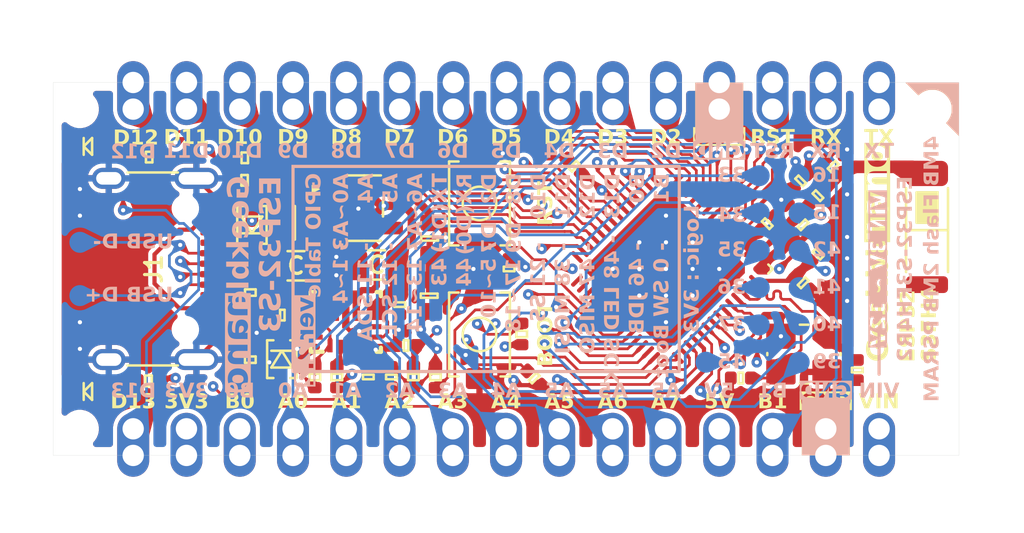
<source format=kicad_pcb>
(kicad_pcb (version 20241229) (generator "pcbnew") (generator_version "9.0")
  (title_block (rev "1") (company "Geekble") (comment 4 "SooDragon"))
  (layers (0 "F.Cu" signal) (4 "In1.Cu" power) (6 "In2.Cu" power) (2 "B.Cu" signal) (13 "F.Paste" user) (15 "B.Paste" user) (5 "F.SilkS" user "F.Silkscreen") (7 "B.SilkS" user "B.Silkscreen") (1 "F.Mask" user) (3 "B.Mask" user) (25 "Edge.Cuts" user))
  (net 0 "")
  (net 1 "Net-(ANT1-PadFeed)")
  (net 3 "GND")
  (net 4 "/CHIP_PU")
  (net 5 "+3V3")
  (net 6 "/D13")
  (net 7 "/B0")
  (net 8 "/A0")
  (net 9 "/A1")
  (net 10 "/A2")
  (net 11 "/A3")
  (net 12 "/A4")
  (net 13 "/A5")
  (net 14 "Net-(J1-CC2)")
  (net 15 "Net-(J1-D1+)")
  (net 17 "Net-(J1-D1-)")
  (net 19 "Net-(J1-CC1)")
  (net 20 "Net-(LED1-PadA)")
  (net 21 "Net-(LED2-PadA)")
  (net 22 "/USB_N")
  (net 23 "/USB_P")
  (net 24 "/A6")
  (net 25 "/GPIO15")
  (net 26 "VIN")
  (net 27 "/GPIO16")
  (net 28 "/A7")
  (net 29 "/B1")
  (net 30 "/D12")
  (net 31 "/D11")
  (net 32 "/D10")
  (net 33 "/D9")
  (net 34 "/D8")
  (net 35 "/D7")
  (net 36 "/D6")
  (net 37 "/GPIO45")
  (net 38 "/D5")
  (net 39 "/D4")
  (net 40 "/GPIO42")
  (net 41 "/D3")
  (net 42 "/GPIO35")
  (net 43 "/GPIO41")
  (net 44 "/D2")
  (net 45 "/GPIO34")
  (net 46 "/GPIO40")
  (net 47 "/GPIO39")
  (net 48 "/GPIO37")
  (net 49 "/GPIO33")
  (net 50 "/GPIO36")
  (net 51 "/GPIO44{slash}RX")
  (net 52 "/GPIO43{slash}TX")
  (net 53 "Net-(U2-LNA_IN)")
  (net 54 "Net-(C7-Pad2)")
  (net 55 "Net-(U2-XTAL_P)")
  (net 56 "Net-(U2-XTAL_N)")
  (net 57 "/TX")
  (net 66 "Net-(C6-Pad2)")
  (net 67 "+5V")
  (net 68 "Net-(D2-PadA)")
  (net 69 "Net-(U1-VAUX)")
  (net 70 "Net-(U1-L2)")
  (net 71 "Net-(U1-L1)")
  (net 72 "Net-(U1-EN)")
  (net 73 "Net-(U1-PG)")
  (footprint "Connectors:1x1_P2.54_CastellatedPad" (layer "F.Cu") (at 42.97 28.49 90)
    (property "Reference" "H29" (hide yes))
    (property "Value" "MountingHole_Pad" (hide yes))
  )
  (footprint "Connectors:1x1_P2.54_CastellatedPad" (layer "F.Cu") (at 53.142 28.49 90)
    (property "Reference" "H33" (hide yes))
    (property "Value" "MountingHole_Pad" (hide yes))
  )
  (footprint "Diodes:LED_0603_White" (layer "F.Cu") (at 30.651 30.268)
    (property "Reference" "LED2" (hide yes))
    (property "Value" "LED,0603,White")
  )
  (footprint "Capacitors:C_0402" (layer "F.Cu") (at 45.81999 39.76001)
    (property "Reference" "C3" (hide yes))
    (property "Value" "100nF,50V")
  )
  (footprint "Resistors:R_0402" (layer "F.Cu") (at 46.16999 41.26001 90)
    (property "Reference" "R1" (hide yes))
    (property "Value" "10KR,1%")
  )
  (footprint "Connectors:1x1_P2.54_CastellatedPad" (layer "F.Cu") (at 32.81 28.49 90)
    (property "Reference" "H25" (hide yes))
    (property "Value" "MountingHole_Pad" (hide yes))
  )
  (footprint "Capacitors:C_0402" (layer "F.Cu") (at 50.73 36.11 90)
    (property "Reference" "C5" (hide yes))
    (property "Value" "100nF,50V")
  )
  (footprint "Connectors:1x1_P2.54_CastellatedPad" (layer "F.Cu") (at 35.35 28.49 90)
    (property "Reference" "H26" (hide yes))
    (property "Value" "MountingHole_Pad" (hide yes))
  )
  (footprint "Capacitors:C_0402" (layer "F.Cu") (at 39.91999 38.31001)
    (property "Reference" "C8" (hide yes))
    (property "Value" "1uF,25V")
  )
  (footprint "Marks:ToolingHole_JLCPCB" (layer "F.Cu") (at 30.27 28.49)
    (property "Reference" "TH3" (hide yes))
    (property "Value" "ToolingHole" (hide yes))
  )
  (footprint "Connectors:1x1_P2.54_CastellatedPad" (layer "F.Cu") (at 60.75 28.49 90)
    (property "Reference" "H36" (hide yes))
    (property "Value" "MountingHole_Pad" (hide yes))
  )
  (footprint "Inductors_Chokes_Transformers:FTC201612S" (layer "F.Cu") (at 40.51999 33.91001)
    (property "Reference" "L3" (hide yes))
    (property "Value" "1.5uH,4A,40mR")
  )
  (footprint "Resistors:R_0402" (layer "F.Cu") (at 38.39499 37.23501 -90)
    (property "Reference" "R3" (hide yes))
    (property "Value" "5.1KR,1%")
  )
  (footprint "Connectors:1x1_P2.54_CastellatedPad" (layer "F.Cu") (at 40.43 43.73 -90)
    (property "Reference" "H8" (hide yes))
    (property "Value" "MountingHole_Pad" (hide yes))
  )
  (footprint "Embedded_Processors_Controllers:QFN-56-1EP_7x7mm_P0.4mm_EP5.6x5.6mm" (layer "F.Cu") (at 58.209959 36.110015 -135)
    (property "Reference" "U2" (hide yes))
    (property "Value" "ESP32-S3FH4R2")
  )
  (footprint "Resistors:R_0402" (layer "F.Cu") (at 42.51999 41.26001 -90)
    (property "Reference" "R8" (hide yes))
    (property "Value" "100KR,1%")
  )
  (footprint "Connectors:1x1_P2.54_CastellatedPad" (layer "F.Cu") (at 55.676 28.49 90)
    (property "Reference" "H34" (hide yes))
    (property "Value" "MountingHole_Pad" (hide yes))
  )
  (footprint "Capacitors:C_0402" (layer "F.Cu") (at 66.1761 31.218 -45)
    (property "Reference" "C1" (hide yes))
    (property "Value" "1.5pF,50V")
  )
  (footprint "Connectors:1x1_P2.54_CastellatedPad" (layer "F.Cu") (at 32.81 43.73 -90)
    (property "Reference" "H5" (hide yes))
    (property "Value" "MountingHole_Pad" (hide yes))
  )
  (footprint "Connectors:1x1_P2.54_CastellatedPad" (layer "F.Cu") (at 48.074 28.49 90)
    (property "Reference" "H31" (hide yes))
    (property "Value" "MountingHole_Pad" (hide yes))
  )
  (footprint "Capacitors:C_0805" (layer "F.Cu") (at 44.41999 35.92001)
    (property "Reference" "C17" (hide yes))
    (property "Value" "47uF,10V,0805")
  )
  (footprint "Marks:ToolingHole_JLCPCB" (layer "F.Cu") (at 70.91 28.49)
    (property "Reference" "TH4" (hide yes))
    (property "Value" "ToolingHole" (hide yes))
  )
  (footprint "Power_Management_ICs:SOT-23-5" (layer "F.Cu") (at 43.81999 33.21001 180)
    (property "Reference" "U3" (hide yes))
    (property "Value" "ME6217C33M5G")
  )
  (footprint "Capacitors:C_0402" (layer "F.Cu") (at 51.93 41.31 -45)
    (property "Reference" "C16" (hide yes))
    (property "Value" "100nF,50V")
  )
  (footprint "Connectors:1x1_P2.54_CastellatedPad" (layer "F.Cu") (at 68.37 43.73 -90)
    (property "Reference" "H19" (hide yes))
    (property "Value" "MountingHole_Pad" (hide yes))
  )
  (footprint "Connectors:1x1_P2.54_CastellatedPad" (layer "F.Cu") (at 48.05 43.73 -90)
    (property "Reference" "H11" (hide yes))
    (property "Value" "MountingHole_Pad" (hide yes))
  )
  (footprint "Resistors:R_0402" (layer "F.Cu") (at 38.11999 31.88501)
    (property "Reference" "R6" (hide yes))
    (property "Value" "33R,1%")
  )
  (footprint "Resistors:R_0402" (layer "F.Cu") (at 33.572 30.776)
    (property "Reference" "R10" (hide yes))
    (property "Value" "5.1KR,1%")
  )
  (footprint "Capacitors:C_0402" (layer "F.Cu") (at 53.82999 31.21001 -45)
    (property "Reference" "C14" (hide yes))
    (property "Value" "100nF,50V")
  )
  (footprint "Capacitors:C_0402" (layer "F.Cu") (at 63.036 33.951 -135)
    (property "Reference" "C7" (hide yes))
    (property "Value" "1uF,25V")
  )
  (footprint "Pushbutton_Switches_Relays:TS-1088-AR020" (layer "F.Cu") (at 49.32 39.2342 90)
    (property "Reference" "SW2")
    (property "Value" "TS-1088-AR02016")
  )
  (footprint "Pushbutton_Switches_Relays:TS-1088-AR020" (layer "F.Cu") (at 49.32 32.9858 -90)
    (property "Reference" "SW1")
    (property "Value" "TS-1088-AR02016")
  )
  (footprint "Capacitors:C_0402" (layer "F.Cu") (at 44.01999 41.26001 90)
    (property "Reference" "C9" (hide yes))
    (property "Value" "100nF,50V")
  )
  (footprint "Connectors:1x1_P2.54_CastellatedPad" (layer "F.Cu") (at 37.89 43.73 -90)
    (property "Reference" "H7" (hide yes))
    (property "Value" "MountingHole_Pad" (hide yes))
  )
  (footprint "Capacitors:C_0603" (layer "F.Cu") (at 46.94499 34.66001 90)
    (property "Reference" "C19" (hide yes))
    (property "Value" "22uF,6.3V,0603")
  )
  (footprint "Capacitors:C_0402" (layer "F.Cu") (at 65.4606 35.3988 -135)
    (property "Reference" "C10" (hide yes))
    (property "Value" "1uF,25V")
  )
  (footprint "Inductors_Chokes_Transformers:L_0402" (layer "F.Cu") (at 65.4557 32.6172 -135)
    (property "Reference" "L1" (hide yes))
    (property "Value" "2.7nH,800mA,120mR")
  )
  (footprint "Power_Management_ICs:RNM0015A" (layer "F.Cu") (at 42.945 38.63501 90)
    (property "Reference" "U1" (hide yes))
    (property "Value" "TPS630701RNMR" (hide yes))
  )
  (footprint "Capacitors:C_0603" (layer "F.Cu") (at 46.91999 37.38501 -90)
    (property "Reference" "C18" (hide yes))
    (property "Value" "22uF,6.3V,0603")
  )
  (footprint "Capacitors:C_0402" (layer "F.Cu") (at 61.77999 41.31001)
    (property "Reference" "C13" (hide yes))
    (property "Value" "15pF,50V")
  )
  (footprint "Connectors:1x1_P2.54_CastellatedPad" (layer "F.Cu") (at 58.21 28.49 90)
    (property "Reference" "H35" (hide yes))
    (property "Value" "MountingHole_Pad" (hide yes))
  )
  (footprint "Capacitors:C_0805" (layer "F.Cu") (at 40.56999 35.96001 180)
    (property "Reference" "C6" (hide yes))
    (property "Value" "22uF,25V,0805")
  )
  (footprint "Resistors:R_0402" (layer "F.Cu") (at 38.13 30.81)
    (property "Reference" "R5" (hide yes))
    (property "Value" "33R,1%")
  )
  (footprint "Connectors:1x1_P2.54_CastellatedPad" (layer "F.Cu") (at 50.608 28.49 90)
    (property "Reference" "H32" (hide yes))
    (property "Value" "MountingHole_Pad" (hide yes))
  )
  (footprint "Connectors:1x1_P2.54_CastellatedPad" (layer "F.Cu") (at 55.67 43.73 -90)
    (property "Reference" "H14" (hide yes))
    (property "Value" "MountingHole_Pad" (hide yes))
  )
  (footprint "Connectors:1x1_P2.54_CastellatedPad" (layer "F.Cu") (at 63.29 28.49 90)
    (property "Reference" "H37" (hide yes))
    (property "Value" "MountingHole_Pad" (hide yes))
  )
  (footprint "Connectors:1x1_P2.54_CastellatedPad" (layer "F.Cu") (at 40.43 28.49 90)
    (property "Reference" "H28" (hide yes))
    (property "Value" "MountingHole_Pad" (hide yes))
  )
  (footprint "Connectors:1x1_P2.54_CastellatedPad" (layer "F.Cu") (at 53.118 43.73 -90)
    (property "Reference" "H13" (hide yes))
    (property "Value" "MountingHole_Pad" (hide yes))
  )
  (footprint "RadioFrequencyChip_Antenna:ANT_5020" (layer "F.Cu") (at 70.656 34.2574 -90)
    (property "Reference" "ANT1" (hide yes))
    (property "Value" "KH-5020D245H05")
  )
  (footprint "Connectors:1x1_P2.54_CastellatedPad" (layer "F.Cu") (at 42.97 43.73 -90)
    (property "Reference" "H9" (hide yes))
    (property "Value" "MountingHole_Pad" (hide yes))
  )
  (footprint "Connectors:1x1_P2.54_CastellatedPad" (layer "F.Cu") (at 60.75 43.73 -90)
    (property "Reference" "H16" (hide yes))
    (property "Value" "MountingHole_Pad" (hide yes))
  )
  (footprint "Connectors:1x1_P2.54_CastellatedPad" (layer "F.Cu") (at 63.29 43.73 -90)
    (property "Reference" "H17" (hide yes))
    (property "Value" "MountingHole_Pad" (hide yes))
  )
  (footprint "Capacitors:C_0402" (layer "F.Cu") (at 67.33 40.93 90)
    (property "Reference" "C12" (hide yes))
    (property "Value" "15pF,50V")
  )
  (footprint "Diodes:SOD-323F" (layer "F.Cu") (at 38.46999 34.01001 90)
    (property "Reference" "D1" (hide yes))
    (property "Value" "1N5819WS")
  )
  (footprint "Capacitors:C_0402" (layer "F.Cu") (at 45.51999 37.81001 90)
    (property "Reference" "C15" (hide yes))
    (property "Value" "10uF,10V")
  )
  (footprint "Connectors:1x1_P2.54_CastellatedPad" (layer "F.Cu") (at 68.37 28.49 90)
    (property "Reference" "H39" (hide yes))
    (property "Value" "MountingHole_Pad" (hide yes))
  )
  (footprint "Connectors:1x1_P2.54_CastellatedPad" (layer "F.Cu") (at 58.186 43.73 -90)
    (property "Reference" "H15" (hide yes))
    (property "Value" "MountingHole_Pad" (hide yes))
  )
  (footprint "Resistors:R_0402" (layer "F.Cu") (at 51.32999 39.21001 -90)
    (property "Reference" "R11" (hide yes))
    (property "Value" "499R,1%")
  )
  (footprint "Inductors_Chokes_Transformers:L_0402" (layer "F.Cu") (at 64.63 31.91 -135)
    (property "Reference" "L2" (hide yes))
    (property "Value" "2.7nH,800mA,120mR")
  )
  (footprint "Resistors:R_0402" (layer "F.Cu") (at 41.46999 41.26001 -90)
    (property "Reference" "R7" (hide yes))
    (property "Value" "10KR,1%")
  )
  (footprint "Connectors:1x1_P2.54_CastellatedPad" (layer "F.Cu") (at 45.51 28.49 90)
    (property "Reference" "H30" (hide yes))
    (property "Value" "MountingHole_Pad" (hide yes))
  )
  (footprint "Capacitors:C_0402" (layer "F.Cu") (at 45.11999 41.26001 90)
    (property "Reference" "C4" (hide yes))
    (property "Value" "10uF,10V")
  )
  (footprint "Diodes:SOD-323F" (layer "F.Cu") (at 39.89499 40.41001 -90)
    (property "Reference" "D2" (hide yes))
    (property "Value" "1N5819WS")
  )
  (footprint "Resistors:R_0402" (layer "F.Cu") (at 33.5452 41.444 180)
    (property "Reference" "R9" (hide yes))
    (property "Value" "5.1KR,1%")
  )
  (footprint "Connectors:1x1_P2.54_CastellatedPad" (layer "F.Cu") (at 65.83 28.49 90)
    (property "Reference" "H38" (hide yes))
    (property "Value" "MountingHole_Pad" (hide yes))
  )
  (footprint "Capacitors:C_0402" (layer "F.Cu") (at 64.7445 34.0073 135)
    (property "Reference" "C2" (hide yes))
    (property "Value" "1.5pF,50V")
  )
  (footprint "Marks:SooDragonKOR_Mask_3.8x1.4" (layer "F.Cu") (at 31.53999 36.10001 90)
    (property "Reference" "Logo1" (hide yes))
    (property "Value" "Geekble_Logo" (hide yes))
  )
  (footprint "Resistors:R_0402" (layer "F.Cu") (at 47.21999 41.26001 -90)
    (property "Reference" "R2" (hide yes))
    (property "Value" "10KR,1%")
  )
  (footprint "Capacitors:C_0402" (layer "F.Cu") (at 64.7494 36.7704 135)
    (property "Reference" "C11" (hide yes))
    (property "Value" "10nF,50V")
  )
  (footprint "Connectors:1x1_P2.54_CastellatedPad" (layer "F.Cu") (at 65.83 43.73 -90)
    (property "Reference" "H18" (hide yes))
    (property "Value" "MountingHole_Pad" (hide yes))
  )
  (footprint "Connectors:1x1_P2.54_CastellatedPad" (layer "F.Cu") (at 50.59 43.73 -90)
    (property "Reference" "H12" (hide yes))
    (property "Value" "MountingHole_Pad" (hide yes))
  )
  (footprint "Marks:ToolingHole_JLCPCB" (layer "F.Cu") (at 70.91 43.73)
    (property "Reference" "TH2" (hide yes))
    (property "Value" "ToolingHole" (hide yes))
  )
  (footprint "Connectors:USB_DIP,8.94x7.3mm" (layer "F.Cu") (at 34.1897 36.11 -90)
    (property "Reference" "J1")
    (property "Value" "USB_C_Receptacle_USB2.0_DIP")
  )
  (footprint "Connectors:1x1_P2.54_CastellatedPad" (layer "F.Cu") (at 35.35 43.73 -90)
    (property "Reference" "H6" (hide yes))
    (property "Value" "MountingHole_Pad" (hide yes))
  )
  (footprint "Crystals:SMD-3225_4P" (layer "F.Cu") (at 64.79 40.168 180)
    (property "Reference" "Y1" (hide yes))
    (property "Value" "40MHz" (hide yes))
  )
  (footprint "Connectors:1x1_P2.54_CastellatedPad" (layer "F.Cu") (at 45.51 43.73 -90)
    (property "Reference" "H10" (hide yes))
    (property "Value" "MountingHole_Pad" (hide yes))
  )
  (footprint "Connectors:1x1_P2.54_CastellatedPad" (layer "F.Cu") (at 37.89 28.49 90)
    (property "Reference" "H27" (hide yes))
    (property "Value" "MountingHole_Pad" (hide yes))
  )
  (footprint "Resistors:R_0402" (layer "F.Cu") (at 38.39499 40.43501 -90)
    (property "Reference" "R4" (hide yes))
    (property "Value" "5.1KR,1%")
  )
  (footprint "Marks:ToolingHole_JLCPCB" (layer "F.Cu") (at 30.27 43.73)
    (property "Reference" "TH1" (hide yes))
    (property "Value" "ToolingHole" (hide yes))
  )
  (footprint "Diodes:LED_0603_Red" (layer "F.Cu") (at 30.651 41.952)
    (property "Reference" "LED1" (hide yes))
    (property "Value" "LED,0603,Red")
  )
  (footprint "Connectors:1x1_1.0piPad_SMD" (layer "B.Cu") (at 62.655 33.443 180)
    (property "Reference" "H21" (hide yes))
    (property "Value" "MountingHole_Pad" (hide yes))
  )
  (footprint "Connectors:1x1_1.0piPad_SMD" (layer "B.Cu") (at 64.56 33.443 180)
    (property "Reference" "H3" (hide yes))
    (property "Value" "MountingHole_Pad" (hide yes))
  )
  (footprint "Connectors:1x1_1.0piPad_SMD" (layer "B.Cu") (at 62.655 36.999 180)
    (property "Reference" "H23" (hide yes))
    (property "Value" "MountingHole_Pad" (hide yes))
  )
  (footprint "Connectors:1x1_1.0piPad_SMD" (layer "B.Cu") (at 64.56 31.665 180)
    (property "Reference" "H4" (hide yes))
    (property "Value" "MountingHole_Pad" (hide yes))
  )
  (footprint "Connectors:1x1_1.0piPad_SMD" (layer "B.Cu") (at 64.56 40.555 180)
    (property "Reference" "H40" (hide yes))
    (property "Value" "MountingHole_Pad" (hide yes))
  )
  (footprint "Connectors:1x1_1.0piPad_SMD" (layer "B.Cu") (at 30.26999 37.38001 180)
    (property "Reference" "H2" (hide yes))
    (property "Value" "MountingHole_Pad" (hide yes))
  )
  (footprint "Connectors:1x1_1.0piPad_SMD" (layer "B.Cu") (at 62.655 38.777 180)
    (property "Reference" "H24" (hide yes))
    (property "Value" "MountingHole_Pad" (hide yes))
  )
  (footprint "Connectors:1x1_1.0piPad_SMD" (layer "B.Cu") (at 64.56 36.999 180)
    (property "Reference" "H42" (hide yes))
    (property "Value" "MountingHole_Pad" (hide yes))
  )
  (footprint "Connectors:1x1_1.0piPad_SMD" (layer "B.Cu") (at 64.56 35.221 180)
    (property "Reference" "H43" (hide yes))
    (property "Value" "MountingHole_Pad" (hide yes))
  )
  (footprint "Connectors:1x1_1.0piPad_SMD" (layer "B.Cu") (at 64.56 38.777 180)
    (property "Reference" "H41" (hide yes))
    (property "Value" "MountingHole_Pad" (hide yes))
  )
  (footprint "Connectors:1x1_1.0piPad_SMD" (layer "B.Cu") (at 30.26999 34.84 180)
    (property "Reference" "H1" (hide yes))
    (property "Value" "MountingHole_Pad" (hide yes))
  )
  (footprint "Connectors:1x1_1.0piPad_SMD" (layer "B.Cu") (at 62.655 31.665 180)
    (property "Reference" "H20" (hide yes))
    (property "Value" "MountingHole_Pad" (hide yes))
  )
  (footprint "Connectors:1x1_1.0piPad_SMD" (layer "B.Cu") (at 62.655 35.221 180)
    (property "Reference" "H22" (hide yes))
    (property "Value" "MountingHole_Pad" (hide yes))
  )
  (footprint "Connectors:1x1_1.0piPad_SMD" (layer "B.Cu") (at 60.11499 40.55501 180)
    (property "Reference" "H44" (hide yes))
    (property "Value" "MountingHole_Pad" (hide yes))
  )
  (gr_poly (pts (xy 71.29363 27.64335) (xy 71.2804 27.64335) (xy 71.2804 27.63673) (xy 71.27379 27.63673) (xy 71.27379 27.63011) (xy 71.24733 27.63011) (xy 71.24733 27.6235) (xy 71.22749 27.6235) (xy 71.22749 27.61027) (xy 71.19441 27.61027) (xy 71.19441 27.60366) (xy 71.15473 27.60366) (xy 71.15473 27.59043) (xy 71.11504 27.59043) (xy 71.11504 27.58381) (xy 71.10843 27.58381) (xy 71.10843 27.5772) (xy 71.05551 27.5772) (xy 71.05551 27.57058) (xy 70.76447 27.57058) (xy 70.76447 27.5772) (xy 70.71155 27.5772) (xy 70.71155 27.58381) (xy 70.70494 27.58381) (xy 70.70494 27.59043) (xy 70.66525 27.59043) (xy 70.66525 27.60366) (xy 70.62556 27.60366) (xy 70.62556 27.61027) (xy 70.59249 27.61027) (xy 70.59249 27.6235) (xy 70.57265 27.6235) (xy 70.57265 27.63011) (xy 70.54619 27.63011) (xy 70.54619 27.63673) (xy 70.53957 27.63673) (xy 70.53957 27.64335) (xy 70.51973 27.64335) (xy 70.51973 27.64996) (xy 70.51311 27.64996) (xy 70.51311 27.65657) (xy 70.49988 27.65657) (xy 70.49988 27.66319) (xy 70.48004 27.66319) (xy 70.48004 27.6698) (xy 70.47343 27.6698) (xy 70.47343 27.67642) (xy 70.45358 27.67642) (xy 70.45358 27.68303) (xy 70.44035 27.68303) (xy 70.44035 27.68965) (xy 70.43374 27.68965) (xy 70.43374 27.69626) (xy 70.42712 27.69626) (xy 70.42712 27.70288) (xy 70.42051 27.70288) (xy 70.42051 27.70949) (xy 70.40066 27.70949) (xy 70.40066 27.7161) (xy 70.39405 27.7161) (xy 70.39405 27.72272) (xy 70.38744 27.72272) (xy 70.38744 27.72933) (xy 70.36759 27.72933) (xy 70.36759 27.73595) (xy 70.36098 27.73595) (xy 70.36098 27.74918) (xy 70.34113 27.74918) (xy 70.34113 27.75579) (xy 70.33452 27.75579) (xy 70.33452 27.76241) (xy 70.3279 27.76241) (xy 70.3279 27.76902) (xy 70.32129 27.76902) (xy 70.32129 27.77564) (xy 70.31468 27.77564) (xy 70.31468 27.78225) (xy 70.30806 27.78225) (xy 70.30806 27.78886) (xy 70.30145 27.78886) (xy 70.30145 27.79548) (xy 70.29483 27.79548) (xy 70.29483 27.8021) (xy 70.28822 27.8021) (xy 70.28822 27.80871) (xy 70.2816 27.80871) (xy 70.2816 27.81532) (xy 70.26176 27.81532) (xy 70.26176 27.82194) (xy 70.25515 27.82194) (xy 70.25515 27.82855) (xy 70.24853 27.82855) (xy 70.24853 27.83517) (xy 70.2353 27.83517) (xy 70.2353 27.82855) (xy 70.22869 27.82855) (xy 70.22869 27.82194) (xy 70.22207 27.82194) (xy 70.22207 27.81532) (xy 70.21546 27.81532) (xy 70.21546 27.80871) (xy 70.20884 27.80871) (xy 70.20884 27.8021) (xy 70.20223 27.8021) (xy 70.20223 27.79548) (xy 70.19561 27.79548) (xy 70.19561 27.78886) (xy 70.189 27.78886) (xy 70.189 27.78225) (xy 70.18238 27.78225) (xy 70.18238 27.77564) (xy 70.17577 27.77564) (xy 70.17577 27.76902) (xy 70.16915 27.76902) (xy 70.16915 27.76241) (xy 70.16254 27.76241) (xy 70.16254 27.75579) (xy 70.15593 27.75579) (xy 70.15593 27.74918) (xy 70.14931 27.74918) (xy 70.14931 27.74256) (xy 70.1427 27.74256) (xy 70.1427 27.73595) (xy 70.13608 27.73595) (xy 70.13608 27.72933) (xy 70.12947 27.72933) (xy 70.12947 27.72272) (xy 70.12285 27.72272) (xy 70.12285 27.7161) (xy 70.11624 27.7161) (xy 70.11624 27.70949) (xy 70.10962 27.70949) (xy 70.10962 27.70288) (xy 70.10301 27.70288) (xy 70.10301 27.69626) (xy 70.0964 27.69626) (xy 70.0964 27.68965) (xy 70.08978 27.68965) (xy 70.08978 27.68303) (xy 70.08316 27.68303) (xy 70.08316 27.67642) (xy 70.07655 27.67642) (xy 70.07655 27.6698) (xy 70.06994 27.6698) (xy 70.06994 27.66319) (xy 70.06332 27.66319) (xy 70.06332 27.65657) (xy 70.05671 27.65657) (xy 70.05671 27.64996) (xy 70.05009 27.64996) (xy 70.05009 27.64335) (xy 70.04348 27.64335) (xy 70.04348 27.63673) (xy 70.03686 27.63673) (xy 70.03686 27.63011) (xy 70.03025 27.63011) (xy 70.03025 27.6235) (xy 70.02363 27.6235) (xy 70.02363 27.61689) (xy 70.01702 27.61689) (xy 70.01702 27.61027) (xy 70.0104 27.61027) (xy 70.0104 27.60366) (xy 70.00379 27.60366) (xy 70.00379 27.59704) (xy 69.99718 27.59704) (xy 69.99718 27.59043) (xy 69.99056 27.59043) (xy 69.99056 27.58381) (xy 69.98395 27.58381) (xy 69.98395 27.5772) (xy 69.97733 27.5772) (xy 69.97733 27.57058) (xy 69.97072 27.57058) (xy 69.97072 27.56397) (xy 69.9641 27.56397) (xy 69.9641 27.55735) (xy 69.95749 27.55735) (xy 69.95749 27.55074) (xy 69.95087 27.55074) (xy 69.95087 27.54413) (xy 69.94426 27.54413) (xy 69.94426 27.53751) (xy 69.93765 27.53751) (xy 69.93765 27.5309) (xy 69.93103 27.5309) (xy 69.93103 27.52428) (xy 69.92441 27.52428) (xy 69.92441 27.51767) (xy 69.9178 27.51767) (xy 69.9178 27.51105) (xy 69.91119 27.51105) (xy 69.91119 27.50444) (xy 69.90457 27.50444) (xy 69.90457 27.49782) (xy 69.89796 27.49782) (xy 69.89796 27.49121) (xy 69.89134 27.49121) (xy 69.89134 27.4846) (xy 69.88473 27.4846) (xy 69.88473 27.47798) (xy 69.87811 27.47798) (xy 69.87811 27.47136) (xy 69.8715 27.47136) (xy 69.8715 27.46475) (xy 69.86488 27.46475) (xy 69.86488 27.45814) (xy 69.85827 27.45814) (xy 69.85827 27.45152) (xy 69.85165 27.45152) (xy 69.85165 27.44491) (xy 69.84504 27.44491) (xy 69.84504 27.43829) (xy 69.83843 27.43829) (xy 69.83843 27.43168) (xy 69.83181 27.43168) (xy 69.83181 27.42506) (xy 69.8252 27.42506) (xy 69.8252 27.41845) (xy 69.81858 27.41845) (xy 69.81858 27.41183) (xy 69.81197 27.41183) (xy 69.81197 27.40522) (xy 69.80535 27.40522) (xy 69.80535 27.3986) (xy 69.79874 27.3986) (xy 69.79874 27.39199) (xy 69.79212 27.39199) (xy 69.79212 27.38538) (xy 69.78551 27.38538) (xy 69.78551 27.37876) (xy 69.7789 27.37876) (xy 69.7789 27.37215) (xy 69.77228 27.37215) (xy 69.77228 27.36553) (xy 69.76566 27.36553) (xy 69.76566 27.35892) (xy 69.75905 27.35892) (xy 69.75905 27.3523) (xy 69.75244 27.3523) (xy 69.75244 27.34569) (xy 69.74582 27.34569) (xy 69.74582 27.33907) (xy 69.73921 27.33907) (xy 69.73921 27.33246) (xy 69.73259 27.33246) (xy 69.73259 27.32585) (xy 69.72598 27.32585) (xy 69.72598 27.31923) (xy 69.71936 27.31923) (xy 69.71936 27.31261) (xy 69.71275 27.31261) (xy 69.71275 27.306) (xy 69.70613 27.306) (xy 69.70613 27.29939) (xy 69.69952 27.29939) (xy 69.69952 27.29277) (xy 69.6929 27.29277) (xy 69.6929 27.28616) (xy 69.68629 27.28616) (xy 69.68629 27.27954) (xy 69.67968 27.27954) (xy 69.67968 27.27293) (xy 69.67306 27.27293) (xy 69.67306 27.26631) (xy 69.66645 27.26631) (xy 69.66645 27.2597) (xy 69.65983 27.2597) (xy 69.65983 27.25308) (xy 69.65322 27.25308) (xy 69.65322 27.24647) (xy 69.6466 27.24647) (xy 69.6466 27.23985) (xy 69.63999 27.23985) (xy 69.63999 27.23324) (xy 69.63337 27.23324) (xy 69.63337 27.22663) (xy 69.62676 27.22663) (xy 69.62676 27.22001) (xy 72.17999 27.22001) (xy 72.17999 29.77324) (xy 72.17337 29.77324) (xy 72.17337 29.76663) (xy 72.16676 29.76663) (xy 72.16676 29.76001) (xy 72.16015 29.76001) (xy 72.16015 29.7534) (xy 72.15353 29.7534) (xy 72.15353 29.74678) (xy 72.14691 29.74678) (xy 72.14691 29.74017) (xy 72.1403 29.74017) (xy 72.1403 29.73355) (xy 72.13369 29.73355) (xy 72.13369 29.72694) (xy 72.12707 29.72694) (xy 72.12707 29.72032) (xy 72.12046 29.72032) (xy 72.12046 29.71371) (xy 72.11384 29.71371) (xy 72.11384 29.7071) (xy 72.10723 29.7071) (xy 72.10723 29.70048) (xy 72.10061 29.70048) (xy 72.10061 29.69386) (xy 72.094 29.69386) (xy 72.094 29.68725) (xy 72.08738 29.68725) (xy 72.08738 29.68064) (xy 72.08077 29.68064) (xy 72.08077 29.67402) (xy 72.07415 29.67402) (xy 72.07415 29.66741) (xy 72.06754 29.66741) (xy 72.06754 29.66079) (xy 72.06093 29.66079) (xy 72.06093 29.65418) (xy 72.05431 29.65418) (xy 72.05431 29.64756) (xy 72.0477 29.64756) (xy 72.0477 29.64095) (xy 72.04108 29.64095) (xy 72.04108 29.63433) (xy 72.03447 29.63433) (xy 72.03447 29.62772) (xy 72.02785 29.62772) (xy 72.02785 29.6211) (xy 72.02124 29.6211) (xy 72.02124 29.61449) (xy 72.01462 29.61449) (xy 72.01462 29.60788) (xy 72.00801 29.60788) (xy 72.00801 29.60126) (xy 72.0014 29.60126) (xy 72.0014 29.59465) (xy 71.99478 29.59465) (xy 71.99478 29.58803) (xy 71.98816 29.58803) (xy 71.98816 29.58142) (xy 71.98155 29.58142) (xy 71.98155 29.5748) (xy 71.97494 29.5748) (xy 71.97494 29.56819) (xy 71.96832 29.56819) (xy 71.96832 29.56157) (xy 71.96171 29.56157) (xy 71.96171 29.55496) (xy 71.95509 29.55496) (xy 71.95509 29.54835) (xy 71.94848 29.54835) (xy 71.94848 29.54173) (xy 71.94186 29.54173) (xy 71.94186 29.53511) (xy 71.93525 29.53511) (xy 71.93525 29.5285) (xy 71.92863 29.5285) (xy 71.92863 29.52189) (xy 71.92202 29.52189) (xy 71.92202 29.51527) (xy 71.9154 29.51527) (xy 71.9154 29.50866) (xy 71.90879 29.50866) (xy 71.90879 29.50204) (xy 71.90218 29.50204) (xy 71.90218 29.49543) (xy 71.89556 29.49543) (xy 71.89556 29.48881) (xy 71.88895 29.48881) (xy 71.88895 29.4822) (xy 71.88233 29.4822) (xy 71.88233 29.47558) (xy 71.87572 29.47558) (xy 71.87572 29.46897) (xy 71.8691 29.46897) (xy 71.8691 29.46235) (xy 71.86249 29.46235) (xy 71.86249 29.45574) (xy 71.85587 29.45574) (xy 71.85587 29.44913) (xy 71.84926 29.44913) (xy 71.84926 29.44251) (xy 71.84265 29.44251) (xy 71.84265 29.4359) (xy 71.83603 29.4359) (xy 71.83603 29.42928) (xy 71.82941 29.42928) (xy 71.82941 29.42267) (xy 71.8228 29.42267) (xy 71.8228 29.41605) (xy 71.81619 29.41605) (xy 71.81619 29.40944) (xy 71.80957 29.40944) (xy 71.80957 29.40282) (xy 71.80296 29.40282) (xy 71.80296 29.39621) (xy 71.79634 29.39621) (xy 71.79634 29.3896) (xy 71.78973 29.3896) (xy 71.78973 29.38298) (xy 71.78311 29.38298) (xy 71.78311 29.37636) (xy 71.7765 29.37636) (xy 71.7765 29.36975) (xy 71.76988 29.36975) (xy 71.76988 29.36314) (xy 71.76327 29.36314) (xy 71.76327 29.35652) (xy 71.75665 29.35652) (xy 71.75665 29.34991) (xy 71.75004 29.34991) (xy 71.75004 29.34329) (xy 71.74343 29.34329) (xy 71.74343 29.33668) (xy 71.73681 29.33668) (xy 71.73681 29.33006) (xy 71.7302 29.33006) (xy 71.7302 29.32345) (xy 71.72358 29.32345) (xy 71.72358 29.31683) (xy 71.71697 29.31683) (xy 71.71697 29.31022) (xy 71.71035 29.31022) (xy 71.71035 29.3036) (xy 71.70374 29.3036) (xy 71.70374 29.29699) (xy 71.69712 29.29699) (xy 71.69712 29.29038) (xy 71.69051 29.29038) (xy 71.69051 29.28376) (xy 71.6839 29.28376) (xy 71.6839 29.27715) (xy 71.67728 29.27715) (xy 71.67728 29.27053) (xy 71.67066 29.27053) (xy 71.67066 29.26392) (xy 71.66405 29.26392) (xy 71.66405 29.2573) (xy 71.65744 29.2573) (xy 71.65744 29.25069) (xy 71.65082 29.25069) (xy 71.65082 29.24407) (xy 71.64421 29.24407) (xy 71.64421 29.23746) (xy 71.63759 29.23746) (xy 71.63759 29.23085) (xy 71.63098 29.23085) (xy 71.63098 29.22423) (xy 71.62436 29.22423) (xy 71.62436 29.21761) (xy 71.61775 29.21761) (xy 71.61775 29.211) (xy 71.61113 29.211) (xy 71.61113 29.20439) (xy 71.60452 29.20439) (xy 71.60452 29.19777) (xy 71.5979 29.19777) (xy 71.5979 29.19116) (xy 71.59129 29.19116) (xy 71.59129 29.18454) (xy 71.58468 29.18454) (xy 71.58468 29.17793) (xy 71.57806 29.17793) (xy 71.57806 29.17131) (xy 71.57145 29.17131) (xy 71.57145 29.1647) (xy 71.56483 29.1647) (xy 71.56483 29.15147) (xy 71.57145 29.15147) (xy 71.57145 29.14485) (xy 71.57806 29.14485) (xy 71.57806 29.12501) (xy 71.58468 29.12501) (xy 71.58468 29.1184) (xy 71.59129 29.1184) (xy 71.59129 29.11178) (xy 71.5979 29.11178) (xy 71.5979 29.10517) (xy 71.60452 29.10517) (xy 71.60452 29.09855) (xy 71.61113 29.09855) (xy 71.61113 29.09194) (xy 71.61775 29.09194) (xy 71.61775 29.08532) (xy 71.62436 29.08532) (xy 71.62436 29.07871) (xy 71.63098 29.07871) (xy 71.63098 29.0721) (xy 71.63759 29.0721) (xy 71.63759 29.05225) (xy 71.65082 29.05225) (xy 71.65082 29.03902) (xy 71.66405 29.03902) (xy 71.66405 29.03241) (xy 71.67066 29.03241) (xy 71.67066 29.01256) (xy 71.67728 29.01256) (xy 71.67728 29.00595) (xy 71.6839 29.00595) (xy 71.6839 28.99933) (xy 71.69051 28.99933) (xy 71.69051 28.97949) (xy 71.69712 28.97949) (xy 71.69712 28.97288) (xy 71.70374 28.97288) (xy 71.70374 28.96626) (xy 71.71035 28.96626) (xy 71.71035 28.95965) (xy 71.71697 28.95965) (xy 71.71697 28.94642) (xy 71.72358 28.94642) (xy 71.72358 28.92657) (xy 71.7302 28.92657) (xy 71.7302 28.91996) (xy 71.73681 28.91996) (xy 71.73681 28.90011) (xy 71.74343 28.90011) (xy 71.74343 28.88689) (xy 71.75004 28.88689) (xy 71.75004 28.88027) (xy 71.75665 28.88027) (xy 71.75665 28.86043) (xy 71.76327 28.86043) (xy 71.76327 28.85381) (xy 71.76988 28.85381) (xy 71.76988 28.82735) (xy 71.7765 28.82735) (xy 71.7765 28.80751) (xy 71.78973 28.80751) (xy 71.78973 28.77444) (xy 71.79634 28.77444) (xy 71.79634 28.73475) (xy 71.80957 28.73475) (xy 71.80957 28.69506) (xy 71.81619 28.69506) (xy 71.81619 28.68845) (xy 71.8228 28.68845) (xy 71.8228 28.63553) (xy 71.82941 28.63553) (xy 71.82941 28.34449) (xy 71.8228 28.34449) (xy 71.8228 28.29157) (xy 71.81619 28.29157) (xy 71.81619 28.28496) (xy 71.80957 28.28496) (xy 71.80957 28.24527) (xy 71.79634 28.24527) (xy 71.79634 28.20558) (xy 71.78973 28.20558) (xy 71.78973 28.17251) (xy 71.7765 28.17251) (xy 71.7765 28.15267) (xy 71.76988 28.15267) (xy 71.76988 28.12621) (xy 71.76327 28.12621) (xy 71.76327 28.1196) (xy 71.75665 28.1196) (xy 71.75665 28.09975) (xy 71.75004 28.09975) (xy 71.75004 28.09314) (xy 71.74343 28.09314) (xy 71.74343 28.07991) (xy 71.73681 28.07991) (xy 71.73681 28.06006) (xy 71.7302 28.06006) (xy 71.7302 28.05345) (xy 71.72358 28.05345) (xy 71.72358 28.0336) (xy 71.71697 28.0336) (xy 71.71697 28.02038) (xy 71.71035 28.02038) (xy 71.71035 28.01376) (xy 71.70374 28.01376) (xy 71.70374 28.00715) (xy 71.69712 28.00715) (xy 71.69712 28.00053) (xy 71.69051 28.00053) (xy 71.69051 27.98069) (xy 71.6839 27.98069) (xy 71.6839 27.97407) (xy 71.67728 27.97407) (xy 71.67728 27.96746) (xy 71.67066 27.96746) (xy 71.67066 27.94761) (xy 71.66405 27.94761) (xy 71.66405 27.941) (xy 71.65082 27.941) (xy 71.65082 27.92777) (xy 71.63759 27.92777) (xy 71.63759 27.90793) (xy 71.63098 27.90793) (xy 71.63098 27.90131) (xy 71.62436 27.90131) (xy 71.62436 27.8947) (xy 71.61775 27.8947) (xy 71.61775 27.88808) (xy 71.61113 27.88808) (xy 71.61113 27.88147) (xy 71.60452 27.88147) (xy 71.60452 27.87485) (xy 71.5979 27.87485) (xy 71.5979 27.86824) (xy 71.59129 27.86824) (xy 71.59129 27.86163) (xy 71.58468 27.86163) (xy 71.58468 27.85501) (xy 71.57806 27.85501) (xy 71.57806 27.8484) (xy 71.57145 27.8484) (xy 71.57145 27.84178) (xy 71.56483 27.84178) (xy 71.56483 27.83517) (xy 71.55822 27.83517) (xy 71.55822 27.82855) (xy 71.5516 27.82855) (xy 71.5516 27.82194) (xy 71.54499 27.82194) (xy 71.54499 27.81532) (xy 71.53837 27.81532) (xy 71.53837 27.80871) (xy 71.53176 27.80871) (xy 71.53176 27.8021) (xy 71.52515 27.8021) (xy 71.52515 27.79548) (xy 71.51853 27.79548) (xy 71.51853 27.78886) (xy 71.51191 27.78886) (xy 71.51191 27.78225) (xy 71.5053 27.78225) (xy 71.5053 27.77564) (xy 71.49869 27.77564) (xy 71.49869 27.76902) (xy 71.49207 27.76902) (xy 71.49207 27.76241) (xy 71.47223 27.76241) (xy 71.47223 27.74918) (xy 71.459 27.74918) (xy 71.459 27.73595) (xy 71.45238 27.73595) (xy 71.45238 27.72933) (xy 71.43254 27.72933) (xy 71.43254 27.72272) (xy 71.42593 27.72272) (xy 71.42593 27.7161) (xy 71.41931 27.7161) (xy 71.41931 27.70949) (xy 71.39947 27.70949) (xy 71.39947 27.70288) (xy 71.39285 27.70288) (xy 71.39285 27.69626) (xy 71.38624 27.69626) (xy 71.38624 27.68965) (xy 71.37962 27.68965) (xy 71.37962 27.68303) (xy 71.3664 27.68303) (xy 71.3664 27.67642) (xy 71.34655 27.67642) (xy 71.34655 27.6698) (xy 71.33994 27.6698) (xy 71.33994 27.66319) (xy 71.32009 27.66319) (xy 71.32009 27.65657) (xy 71.30686 27.65657) (xy 71.30686 27.64996) (xy 71.30025 27.64996) (xy 71.30025 27.64335)) (fill yes) (layer "F.SilkS"))
  (gr_rect (start 64.68699 42.84101) (end 66.97299 45.00001) (fill yes) (layer "F.SilkS"))
  (gr_poly (pts (xy 61.89299 29.37901) (xy 59.60699 29.37901) (xy 59.60699 27.220009) (xy 61.89299 27.220009)) (fill yes) (layer "F.SilkS"))
  (gr_poly (pts (xy 61.89299 30.01401) (xy 59.60699 30.01401) (xy 59.60699 27.220009) (xy 61.89299 27.220009)) (fill yes) (layer "B.SilkS"))
  (gr_poly (pts (xy 71.75665 28.106371) (xy 71.75665 28.119601) (xy 71.76327 28.119601) (xy 71.763271 28.12621) (xy 71.769891 28.12621) (xy 71.769891 28.15267) (xy 71.7765 28.152671) (xy 71.7765 28.172511) (xy 71.789731 28.17251) (xy 71.78973 28.20559) (xy 71.79634 28.20559) (xy 71.79634 28.24527) (xy 71.80957 28.24527) (xy 71.80957 28.28496) (xy 71.81619 28.28496) (xy 71.81619 28.29157) (xy 71.8228 28.29157) (xy 71.8228 28.34449) (xy 71.82942 28.34449) (xy 71.82942 28.63553) (xy 71.8228 28.63553) (xy 71.8228 28.68845) (xy 71.81619 28.68845) (xy 71.81619 28.69506) (xy 71.80957 28.69506) (xy 71.80957 28.73475) (xy 71.79634 28.73475) (xy 71.79634 28.774439) (xy 71.789731 28.77444) (xy 71.789731 28.80751) (xy 71.7765 28.807509) (xy 71.7765 28.827349) (xy 71.769891 28.82735) (xy 71.769891 28.85381) (xy 71.763271 28.85381) (xy 71.763271 28.86043) (xy 71.756651 28.86043) (xy 71.756651 28.88027) (xy 71.750041 28.88027) (xy 71.750041 28.88689) (xy 71.743431 28.88689) (xy 71.743431 28.90012) (xy 71.73681 28.900121) (xy 71.73681 28.919961) (xy 71.7302 28.919961) (xy 71.730201 28.92657) (xy 71.72358 28.926571) (xy 71.72358 28.946421) (xy 71.71697 28.946421) (xy 71.71697 28.959651) (xy 71.71035 28.959651) (xy 71.71035 28.966261) (xy 71.70374 28.966261) (xy 71.70374 28.97288) (xy 71.69712 28.97288) (xy 71.69712 28.979491) (xy 71.69051 28.979491) (xy 71.69051 28.99934) (xy 71.6839 28.99934) (xy 71.6839 29.00595) (xy 71.67728 29.00595) (xy 71.67728 29.01256) (xy 71.67067 29.01256) (xy 71.67067 29.03241) (xy 71.66405 29.03241) (xy 71.66405 29.03902) (xy 71.65082 29.03902) (xy 71.65082 29.05887) (xy 71.64421 29.05887) (xy 71.64421 29.06548) (xy 71.63759 29.06548) (xy 71.63759 29.0721) (xy 71.63098 29.0721) (xy 71.63098 29.07871) (xy 71.62436 29.07871) (xy 71.62436 29.08532) (xy 71.61775 29.08532) (xy 71.61775 29.09194) (xy 71.61114 29.09194) (xy 71.61114 29.09855) (xy 71.60452 29.09855) (xy 71.60452 29.10517) (xy 71.5979 29.10517) (xy 71.5979 29.11178) (xy 71.59129 29.11178) (xy 71.59129 29.1184) (xy 71.58468 29.1184) (xy 71.58468 29.13824) (xy 71.57806 29.13824) (xy 71.57806 29.14485) (xy 71.57145 29.14485) (xy 71.57145 29.15147) (xy 71.56483 29.15147) (xy 71.56483 29.1647) (xy 71.57145 29.1647) (xy 71.57145 29.17131) (xy 71.57806 29.17131) (xy 71.57806 29.17793) (xy 71.58468 29.17793) (xy 71.58468 29.18454) (xy 71.59129 29.18454) (xy 71.59129 29.19116) (xy 71.5979 29.19116) (xy 71.5979 29.19777) (xy 71.60452 29.19777) (xy 71.60452 29.20439) (xy 71.61114 29.20439) (xy 71.61114 29.211) (xy 71.61775 29.211) (xy 71.61775 29.21762) (xy 71.62436 29.21762) (xy 71.62436 29.22423) (xy 71.63098 29.22423) (xy 71.63098 29.23085) (xy 71.63759 29.23085) (xy 71.63759 29.23746) (xy 71.64421 29.23746) (xy 71.64421 29.24407) (xy 71.65082 29.24407) (xy 71.65082 29.25069) (xy 71.65744 29.25069) (xy 71.65744 29.2573) (xy 71.66405 29.2573) (xy 71.66405 29.26392) (xy 71.67067 29.26392) (xy 71.67067 29.27053) (xy 71.67728 29.27053) (xy 71.67728 29.27715) (xy 71.6839 29.27715) (xy 71.6839 29.28376) (xy 71.69051 29.28376) (xy 71.69051 29.29038) (xy 71.69712 29.29038) (xy 71.69712 29.29699) (xy 71.70374 29.29699) (xy 71.70374 29.3036) (xy 71.71035 29.3036) (xy 71.71035 29.31022) (xy 71.71697 29.31022) (xy 71.71697 29.31684) (xy 71.72358 29.31684) (xy 71.72358 29.32345) (xy 71.7302 29.32345) (xy 71.7302 29.33006) (xy 71.73681 29.33006) (xy 71.73681 29.33668) (xy 71.74343 29.33668) (xy 71.74343 29.34329) (xy 71.75004 29.34329) (xy 71.75004 29.34991) (xy 71.75665 29.34991) (xy 71.75665 29.35652) (xy 71.76327 29.35652) (xy 71.76327 29.36314) (xy 71.76989 29.36314) (xy 71.76989 29.36975) (xy 71.7765 29.36975) (xy 71.7765 29.37637) (xy 71.78311 29.37637) (xy 71.78311 29.38298) (xy 71.78973 29.38298) (xy 71.78973 29.3896) (xy 71.79634 29.3896) (xy 71.79634 29.39621) (xy 71.80296 29.39621) (xy 71.80296 29.40282) (xy 71.80957 29.40282) (xy 71.80957 29.40944) (xy 71.81619 29.40944) (xy 71.81619 29.41605) (xy 71.8228 29.41605) (xy 71.8228 29.42267) (xy 71.82942 29.42267) (xy 71.82942 29.42928) (xy 71.83603 29.42928) (xy 71.83603 29.4359) (xy 71.84265 29.4359) (xy 71.84265 29.44251) (xy 71.84926 29.44251) (xy 71.84926 29.44913) (xy 71.85587 29.44913) (xy 71.85587 29.45574) (xy 71.86249 29.45574) (xy 71.86249 29.46235) (xy 71.8691 29.46235) (xy 71.8691 29.46897) (xy 71.87572 29.46897) (xy 71.87572 29.47559) (xy 71.88233 29.47559) (xy 71.88233 29.4822) (xy 71.88895 29.4822) (xy 71.88895 29.48881) (xy 71.89556 29.48881) (xy 71.89556 29.49543) (xy 71.90218 29.49543) (xy 71.90218 29.50204) (xy 71.90879 29.50204) (xy 71.90879 29.50866) (xy 71.9154 29.50866) (xy 71.9154 29.51527) (xy 71.92202 29.51527) (xy 71.92202 29.52189) (xy 71.92864 29.52189) (xy 71.92864 29.5285) (xy 71.93525 29.5285) (xy 71.93525 29.53512) (xy 71.94186 29.53512) (xy 71.94186 29.54173) (xy 71.94848 29.54173) (xy 71.94848 29.54835) (xy 71.95509 29.54835) (xy 71.95509 29.55496) (xy 71.96171 29.55496) (xy 71.96171 29.56157) (xy 71.96832 29.56157) (xy 71.96832 29.56819) (xy 71.97494 29.56819) (xy 71.97494 29.5748) (xy 71.98155 29.5748) (xy 71.98155 29.58142) (xy 71.98817 29.58142) (xy 71.98817 29.58803) (xy 71.99478 29.58803) (xy 71.99478 29.59465) (xy 72.0014 29.59465) (xy 72.0014 29.60126) (xy 72.00801 29.60126) (xy 72.00801 29.60788) (xy 72.01462 29.60788) (xy 72.01462 29.61449) (xy 72.02124 29.61449) (xy 72.02124 29.6211) (xy 72.02785 29.6211) (xy 72.02785 29.62772) (xy 72.03447 29.62772) (xy 72.03447 29.63434) (xy 72.04108 29.63434) (xy 72.04108 29.64095) (xy 72.0477 29.64095) (xy 72.0477 29.64756) (xy 72.05431 29.64756) (xy 72.05431 29.65418) (xy 72.06093 29.65418) (xy 72.06093 29.66079) (xy 72.06754 29.66079) (xy 72.06754 29.66741) (xy 72.07415 29.66741) (xy 72.07415 29.67402) (xy 72.08077 29.67402) (xy 72.08077 29.68064) (xy 72.08739 29.68064) (xy 72.08739 29.68725) (xy 72.094 29.68725) (xy 72.094 29.69387) (xy 72.10061 29.69387) (xy 72.10061 29.70048) (xy 72.10723 29.70048) (xy 72.10723 29.7071) (xy 72.11384 29.7071) (xy 72.11384 29.71371) (xy 72.12046 29.71371) (xy 72.12046 29.72032) (xy 72.12707 29.72032) (xy 72.12707 29.72694) (xy 72.13369 29.72694) (xy 72.13369 29.73355) (xy 72.1403 29.73355) (xy 72.1403 29.74017) (xy 72.14692 29.74017) (xy 72.14692 29.74678) (xy 72.15353 29.74678) (xy 72.15353 29.7534) (xy 72.16015 29.7534) (xy 72.16015 29.76001) (xy 72.16676 29.76001) (xy 72.16676 29.76663) (xy 72.17337 29.76663) (xy 72.17337 29.77324) (xy 72.17999 29.77324) (xy 72.17999 27.22001) (xy 69.62676 27.22001) (xy 69.62676 27.22663) (xy 69.63337 27.22663) (xy 69.63337 27.23324) (xy 69.63999 27.23324) (xy 69.63999 27.23985) (xy 69.6466 27.23985) (xy 69.6466 27.24647) (xy 69.65322 27.24647) (xy 69.65322 27.25309) (xy 69.65983 27.25309) (xy 69.65983 27.2597) (xy 69.66645 27.2597) (xy 69.66645 27.26631) (xy 69.67306 27.26631) (xy 69.67306 27.27293) (xy 69.67968 27.27293) (xy 69.67968 27.27954) (xy 69.68629 27.27954) (xy 69.68629 27.28616) (xy 69.6929 27.28616) (xy 69.6929 27.29277) (xy 69.69952 27.29277) (xy 69.69952 27.29939) (xy 69.70614 27.29939) (xy 69.70614 27.306) (xy 69.71275 27.306) (xy 69.71275 27.31262) (xy 69.71936 27.31262) (xy 69.71936 27.31923) (xy 69.72598 27.31923) (xy 69.72598 27.32585) (xy 69.73259 27.32585) (xy 69.73259 27.33246) (xy 69.73921 27.33246) (xy 69.73921 27.33907) (xy 69.74582 27.33907) (xy 69.74582 27.34569) (xy 69.75244 27.34569) (xy 69.75244 27.3523) (xy 69.75905 27.3523) (xy 69.75905 27.35892) (xy 69.76567 27.35892) (xy 69.76567 27.36553) (xy 69.77228 27.36553) (xy 69.77228 27.37215) (xy 69.7789 27.37215) (xy 69.7789 27.37876) (xy 69.78551 27.37876) (xy 69.78551 27.38538) (xy 69.79212 27.38538) (xy 69.79212 27.39199) (xy 69.79874 27.39199) (xy 69.79874 27.3986) (xy 69.80535 27.3986) (xy 69.80535 27.40522) (xy 69.81197 27.40522) (xy 69.81197 27.41184) (xy 69.81858 27.41184) (xy 69.81858 27.41845) (xy 69.8252 27.41845) (xy 69.8252 27.42506) (xy 69.83181 27.42506) (xy 69.83181 27.43168) (xy 69.83843 27.43168) (xy 69.83843 27.43829) (xy 69.84504 27.43829) (xy 69.84504 27.44491) (xy 69.85165 27.44491) (xy 69.85165 27.45152) (xy 69.85827 27.45152) (xy 69.85827 27.45814) (xy 69.86489 27.45814) (xy 69.86489 27.46475) (xy 69.8715 27.46475) (xy 69.8715 27.47137) (xy 69.87811 27.47137) (xy 69.87811 27.47798) (xy 69.88473 27.47798) (xy 69.88473 27.4846) (xy 69.89134 27.4846) (xy 69.89134 27.49121) (xy 69.89796 27.49121) (xy 69.89796 27.49782) (xy 69.90457 27.49782) (xy 69.90457 27.50444) (xy 69.91119 27.50444) (xy 69.91119 27.51105) (xy 69.9178 27.51105) (xy 69.9178 27.51767) (xy 69.92442 27.51767) (xy 69.92442 27.52428) (xy 69.93103 27.52428) (xy 69.93103 27.5309) (xy 69.93765 27.5309) (xy 69.93765 27.53751) (xy 69.94426 27.53751) (xy 69.94426 27.54413) (xy 69.95087 27.54413) (xy 69.95087 27.55074) (xy 69.95749 27.55074) (xy 69.95749 27.55735) (xy 69.9641 27.55735) (xy 69.9641 27.56397) (xy 69.97072 27.56397) (xy 69.97072 27.57059) (xy 69.97733 27.57059) (xy 69.97733 27.5772) (xy 69.98395 27.5772) (xy 69.98395 27.58381) (xy 69.99056 27.58381) (xy 69.99056 27.59043) (xy 69.99718 27.59043) (xy 69.99718 27.59704) (xy 70.00379 27.59704) (xy 70.00379 27.60366) (xy 70.0104 27.60366) (xy 70.0104 27.61027) (xy 70.01702 27.61027) (xy 70.01702 27.61689) (xy 70.02364 27.61689) (xy 70.02364 27.6235) (xy 70.03025 27.6235) (xy 70.03025 27.63012) (xy 70.03686 27.63012) (xy 70.03686 27.63673) (xy 70.04348 27.63673) (xy 70.04348 27.64335) (xy 70.05009 27.64335) (xy 70.05009 27.64996) (xy 70.05671 27.64996) (xy 70.05671 27.65657) (xy 70.06332 27.65657) (xy 70.06332 27.66319) (xy 70.06994 27.66319) (xy 70.06994 27.6698) (xy 70.07655 27.6698) (xy 70.07655 27.67642) (xy 70.08317 27.67642) (xy 70.08317 27.68303) (xy 70.08978 27.68303) (xy 70.08978 27.68965) (xy 70.0964 27.68965) (xy 70.0964 27.69626) (xy 70.10301 27.69626) (xy 70.10301 27.70288) (xy 70.10962 27.70288) (xy 70.10962 27.70949) (xy 70.11624 27.70949) (xy 70.11624 27.7161) (xy 70.12285 27.7161) (xy 70.12285 27.72272) (xy 70.12947 27.72272) (xy 70.12947 27.72934) (xy 70.13608 27.72934) (xy 70.13608 27.73595) (xy 70.1427 27.73595) (xy 70.1427 27.74256) (xy 70.14931 27.74256) (xy 70.14931 27.74918) (xy 70.15593 27.74918) (xy 70.15593 27.75579) (xy 70.16254 27.75579) (xy 70.16254 27.76241) (xy 70.16915 27.76241) (xy 70.16915 27.76902) (xy 70.17577 27.76902) (xy 70.17577 27.77564) (xy 70.18239 27.77564) (xy 70.18239 27.78225) (xy 70.189 27.78225) (xy 70.189 27.78887) (xy 70.19561 27.78887) (xy 70.19561 27.79548) (xy 70.20223 27.79548) (xy 70.20223 27.8021) (xy 70.20884 27.8021) (xy 70.20884 27.80871) (xy 70.21546 27.80871) (xy 70.21546 27.81532) (xy 70.22207 27.81532) (xy 70.22207 27.82194) (xy 70.22869 27.82194) (xy 70.22869 27.82855) (xy 70.2353 27.82855) (xy 70.2353 27.83517) (xy 70.24853 27.83517) (xy 70.24853 27.82855) (xy 70.25515 27.82855) (xy 70.25515 27.82194) (xy 70.27499 27.82194) (xy 70.27499 27.81532) (xy 70.2816 27.81532) (xy 70.2816 27.80871) (xy 70.28822 27.80871) (xy 70.28822 27.8021) (xy 70.29483 27.8021) (xy 70.29483 27.79548) (xy 70.30145 27.79548) (xy 70.30145 27.78887) (xy 70.30806 27.78887) (xy 70.30806 27.78225) (xy 70.31468 27.78225) (xy 70.31468 27.77564) (xy 70.32129 27.77564) (xy 70.32129 27.76902) (xy 70.3279 27.76902) (xy 70.3279 27.76241) (xy 70.34775 27.76241) (xy 70.34775 27.74918) (xy 70.36098 27.74918) (xy 70.36098 27.73595) (xy 70.36759 27.73595) (xy 70.36759 27.72934) (xy 70.38744 27.72934) (xy 70.38744 27.72272) (xy 70.39405 27.72272) (xy 70.39405 27.7161) (xy 70.400669 27.7161) (xy 70.400669 27.70949) (xy 70.420509 27.70949) (xy 70.420509 27.70288) (xy 70.42712 27.70288) (xy 70.42712 27.69626) (xy 70.433739 27.69626) (xy 70.433739 27.68965) (xy 70.440349 27.68965) (xy 70.440349 27.68303) (xy 70.453579 27.68303) (xy 70.453579 27.67642) (xy 70.473429 27.67642) (xy 70.47343 27.669799) (xy 70.480039 27.6698) (xy 70.480039 27.66319) (xy 70.49989 27.663189) (xy 70.49989 27.656569) (xy 70.51311 27.656569) (xy 70.51311 27.649959) (xy 70.51973 27.649959) (xy 70.51973 27.643349) (xy 70.53957 27.643349) (xy 70.53957 27.636729) (xy 70.54619 27.636729) (xy 70.546191 27.63012) (xy 70.572651 27.63012) (xy 70.572651 27.6235) (xy 70.592491 27.6235) (xy 70.59249 27.610269) (xy 70.62556 27.610269) (xy 70.625561 27.60366) (xy 70.66525 27.60366) (xy 70.66525 27.59043) (xy 70.70494 27.59043) (xy 70.70494 27.58381) (xy 70.71155 27.58381) (xy 70.71155 27.5772) (xy 70.76447 27.5772) (xy 70.76447 27.57059) (xy 71.05551 27.57059) (xy 71.05551 27.5772) (xy 71.10843 27.5772) (xy 71.10843 27.58381) (xy 71.11504 27.58381) (xy 71.11504 27.59043) (xy 71.15473 27.59043) (xy 71.15473 27.60366) (xy 71.194419 27.60366) (xy 71.19442 27.610269) (xy 71.22749 27.610269) (xy 71.227489 27.6235) (xy 71.247329 27.6235) (xy 71.247329 27.63012) (xy 71.273789 27.63012) (xy 71.27379 27.636729) (xy 71.280399 27.63673) (xy 71.280399 27.64335) (xy 71.30025 27.643349) (xy 71.30025 27.649959) (xy 71.30686 27.649959) (xy 71.30686 27.656569) (xy 71.32009 27.656569) (xy 71.32009 27.663189) (xy 71.339941 27.66319) (xy 71.339941 27.6698) (xy 71.34655 27.669799) (xy 71.346551 27.67642) (xy 71.366401 27.67642) (xy 71.366401 27.68303) (xy 71.379621 27.68303) (xy 71.379621 27.68965) (xy 71.386241 27.68965) (xy 71.386241 27.69626) (xy 71.392851 27.69626) (xy 71.392851 27.70288) (xy 71.399471 27.70288) (xy 71.399471 27.70949) (xy 71.419311 27.70949) (xy 71.419311 27.7161) (xy 71.42593 27.7161) (xy 71.42593 27.72272) (xy 71.43254 27.72272) (xy 71.43254 27.72934) (xy 71.45239 27.72934) (xy 71.45239 27.73595) (xy 71.459 27.73595) (xy 71.459 27.74918) (xy 71.47223 27.74918) (xy 71.47223 27.76241) (xy 71.49207 27.76241) (xy 71.49207 27.76902) (xy 71.49869 27.76902) (xy 71.49869 27.77564) (xy 71.5053 27.77564) (xy 71.5053 27.78225) (xy 71.51192 27.78225) (xy 71.51192 27.78887) (xy 71.51853 27.78887) (xy 71.51853 27.79548) (xy 71.52515 27.79548) (xy 71.52515 27.8021) (xy 71.53176 27.8021) (xy 71.53176 27.80871) (xy 71.53837 27.80871) (xy 71.53837 27.81532) (xy 71.54499 27.81532) (xy 71.54499 27.82194) (xy 71.5516 27.82194) (xy 71.5516 27.82855) (xy 71.55822 27.82855) (xy 71.55822 27.83517) (xy 71.56483 27.83517) (xy 71.56483 27.84178) (xy 71.57145 27.84178) (xy 71.57145 27.8484) (xy 71.57806 27.8484) (xy 71.57806 27.85501) (xy 71.58468 27.85501) (xy 71.58468 27.86163) (xy 71.59129 27.86163) (xy 71.59129 27.86824) (xy 71.5979 27.86824) (xy 71.5979 27.87485) (xy 71.60452 27.87485) (xy 71.60452 27.88147) (xy 71.61114 27.88147) (xy 71.61114 27.88809) (xy 71.61775 27.88809) (xy 71.61775 27.8947) (xy 71.62436 27.8947) (xy 71.62436 27.90131) (xy 71.63098 27.90131) (xy 71.63098 27.90793) (xy 71.63759 27.90793) (xy 71.63759 27.92777) (xy 71.65082 27.92777) (xy 71.65082 27.941) (xy 71.66405 27.941) (xy 71.66405 27.94762) (xy 71.67067 27.94762) (xy 71.67067 27.96746) (xy 71.67728 27.96746) (xy 71.67728 27.97407) (xy 71.6839 27.97407) (xy 71.6839 27.980689) (xy 71.69051 27.980689) (xy 71.69051 28.000529) (xy 71.69712 28.000529) (xy 71.69712 28.007149) (xy 71.70374 28.007149) (xy 71.70374 28.013759) (xy 71.71035 28.013759) (xy 71.71035 28.020379) (xy 71.71697 28.020379) (xy 71.71697 28.033599) (xy 71.72358 28.033599) (xy 71.72358 28.053449) (xy 71.730201 28.05345) (xy 71.7302 28.060059) (xy 71.73681 28.060059) (xy 71.736811 28.07991) (xy 71.743431 28.07991) (xy 71.743431 28.09314) (xy 71.750041 28.09314) (xy 71.750041 28.09975) (xy 71.756651 28.09975)) (fill yes) (layer "B.SilkS"))
  (gr_rect (start 40.42999 31.22051) (end 58.84499 40.99951) (stroke (width 0.153)) (fill no) (layer "B.SilkS"))
  (gr_line (start 68.36999 39.15801) (end 68.36999 41.12651) (stroke (width 0.153)) (layer "B.SilkS"))
  (gr_rect (start 64.68699 42.33301) (end 66.97299 45.00001) (fill yes) (layer "B.SilkS"))
  (gr_line (start 28.99999 27.22001) (end 28.99999 45.00001) (stroke (width 0.01)) (layer "Edge.Cuts"))
  (gr_line (start 28.99999 45.00001) (end 72.17999 45.00001) (stroke (width 0.01)) (layer "Edge.Cuts"))
  (gr_line (start 72.17999 27.22001) (end 28.99999 27.22001) (stroke (width 0.01)) (layer "Edge.Cuts"))
  (gr_line (start 72.17999 45.00001) (end 72.17999 27.22001) (stroke (width 0.01)) (layer "Edge.Cuts"))
  (gr_text "S3FH4" (at 70.78299 40.55501 90) (layer "F.SilkS") (effects (font (size 0.7 0.7) (thickness 0.153) (bold yes)) (justify left)))
  (gr_text "A7" (at 58.20999 42.46001 0) (layer "F.SilkS") (effects (font (size 0.7 0.7) (thickness 0.14) (bold yes))))
  (gr_text "A4" (at 50.58999 42.46001 0) (layer "F.SilkS") (effects (font (size 0.7 0.7) (thickness 0.14) (bold yes))))
  (gr_text "GND" (at 65.82999 42.46001 0) (layer "F.SilkS" knockout) (effects (font (size 0.7 0.7) (thickness 0.14) (bold yes))))
  (gr_text "" (at 70.90999 43.73001 0) (layer "F.SilkS") (effects (font (size 1.27 1.27))))
  (gr_text "D12" (at 32.93699 29.88701 0) (layer "F.SilkS") (effects (font (size 0.7 0.7) (thickness 0.14) (bold yes))))
  (gr_text "" (at 30.26999 43.73001 0) (layer "F.SilkS") (effects (font (size 1.27 1.27))))
  (gr_text "A0" (at 40.42999 42.46001 0) (layer "F.SilkS") (effects (font (size 0.7 0.7) (thickness 0.14) (bold yes))))
  (gr_text "A1" (at 42.96999 42.46001 0) (layer "F.SilkS") (effects (font (size 0.7 0.7) (thickness 0.14) (bold yes))))
  (gr_text "D10" (at 37.88999 29.86161 0) (layer "F.SilkS") (effects (font (size 0.7 0.7) (thickness 0.14) (bold yes))))
  (gr_text "D9" (at 40.42999 29.86161 0) (layer "F.SilkS") (effects (font (size 0.7 0.7) (thickness 0.14) (bold yes))))
  (gr_text "TX" (at 68.36999 29.86161 0) (layer "F.SilkS") (effects (font (size 0.7 0.7) (thickness 0.14) (bold yes))))
  (gr_text "D13" (at 32.80999 42.46001 0) (layer "F.SilkS") (effects (font (size 0.7 0.7) (thickness 0.14) (bold yes))))
  (gr_text "" (at 70.90999 43.73001 0) (layer "F.SilkS") (effects (font (size 1.27 1.27))))
  (gr_text "RST" (at 63.28999 29.86161 0) (layer "F.SilkS") (effects (font (size 0.7 0.7) (thickness 0.14) (bold yes))))
  (gr_text "A6" (at 55.66999 42.46001 0) (layer "F.SilkS") (effects (font (size 0.7 0.7) (thickness 0.14) (bold yes))))
  (gr_text "" (at 70.90999 28.49001 0) (layer "F.SilkS") (effects (font (size 1.27 1.27))))
  (gr_text "D7" (at 45.50999 29.86161 0) (layer "F.SilkS") (effects (font (size 0.7 0.7) (thickness 0.14) (bold yes))))
  (gr_text "ESP32" (at 69.76699 40.55501 90) (layer "F.SilkS") (effects (font (size 0.7 0.7) (thickness 0.153) (bold yes)) (justify left)))
  (gr_text "A2" (at 45.50999 42.46001 0) (layer "F.SilkS") (effects (font (size 0.7 0.7) (thickness 0.14) (bold yes))))
  (gr_text "D11" (at 35.34999 29.86161 0) (layer "F.SilkS") (effects (font (size 0.7 0.7) (thickness 0.14) (bold yes))))
  (gr_text "D2" (at 58.20999 29.86161 0) (layer "F.SilkS") (effects (font (size 0.7 0.7) (thickness 0.14) (bold yes))))
  (gr_text "A5" (at 53.12999 42.46001 0) (layer "F.SilkS") (effects (font (size 0.7 0.7) (thickness 0.14) (bold yes))))
  (gr_text "B1" (at 63.28999 42.46001 0) (layer "F.SilkS") (effects (font (size 0.7 0.7) (thickness 0.14) (bold yes))))
  (gr_text "5V" (at 60.74999 42.46001 0) (layer "F.SilkS") (effects (font (size 0.7 0.7) (thickness 0.14) (bold yes))))
  (gr_text "" (at 70.90999 28.49001 0) (layer "F.SilkS") (effects (font (size 1.27 1.27))))
  (gr_text "D6" (at 48.04999 29.86161 0) (layer "F.SilkS") (effects (font (size 0.7 0.7) (thickness 0.14) (bold yes))))
  (gr_text "D4" (at 53.12999 29.86161 0) (layer "F.SilkS") (effects (font (size 0.7 0.7) (thickness 0.14) (bold yes))))
  (gr_text "" (at 30.26999 28.49001 0) (layer "F.SilkS") (effects (font (size 1.27 1.27))))
  (gr_text "3V3" (at 35.34999 42.46001 0) (layer "F.SilkS") (effects (font (size 0.7 0.7) (thickness 0.14) (bold yes))))
  (gr_text "GND" (at 60.74999 29.86161 0) (layer "F.SilkS" knockout) (effects (font (size 0.7 0.7) (thickness 0.14) (bold yes))))
  (gr_text "" (at 30.26999 43.73001 0) (layer "F.SilkS") (effects (font (size 1.27 1.27))))
  (gr_text "A3" (at 48.04999 42.46001 0) (layer "F.SilkS") (effects (font (size 0.7 0.7) (thickness 0.14) (bold yes))))
  (gr_text "D8" (at 42.96999 29.86161 0) (layer "F.SilkS") (effects (font (size 0.7 0.7) (thickness 0.14) (bold yes))))
  (gr_text "Geekble" (at 68.36999 40.55501 90) (layer "F.SilkS") (effects (font (size 1 1) (thickness 0.153) (bold yes)) (justify left)))
  (gr_text "RX" (at 65.82999 29.86161 0) (layer "F.SilkS") (effects (font (size 0.7 0.7) (thickness 0.14) (bold yes))))
  (gr_text "VIN" (at 68.36999 42.46001 0) (layer "F.SilkS") (effects (font (size 0.7 0.7) (thickness 0.14) (bold yes))))
  (gr_text "RST" (at 52.49499 32.98581 90) (layer "F.SilkS") (effects (font (size 0.7 0.7) (thickness 0.153) (bold yes))))
  (gr_text "B0" (at 37.88999 42.46001 0) (layer "F.SilkS") (effects (font (size 0.7 0.7) (thickness 0.14) (bold yes))))
  (gr_text "D3" (at 55.66999 29.86161 0) (layer "F.SilkS") (effects (font (size 0.7 0.7) (thickness 0.14) (bold yes))))
  (gr_text "D5" (at 50.58999 29.86161 0) (layer "F.SilkS") (effects (font (size 0.7 0.7) (thickness 0.14) (bold yes))))
  (gr_text "" (at 30.26999 28.49001 0) (layer "F.SilkS") (effects (font (size 1.27 1.27))))
  (gr_text "nano" (at 68.24299 34.84001 90) (layer "F.SilkS" knockout) (effects (font (size 1.2 1.2) (thickness 0.153) (bold yes)) (justify left)))
  (gr_text "BOOT" (at 52.49499 39.23421 90) (layer "F.SilkS") (effects (font (size 0.7 0.7) (thickness 0.153) (bold yes))))
  (gr_text "A3" (at 48.04999 41.95201 0) (layer "B.SilkS") (effects (font (size 0.7 0.7) (thickness 0.14) (bold yes)) (justify mirror)))
  (gr_text "Logic : 3V3" (at 59.47999 36.11001 90) (layer "B.SilkS") (effects (font (size 0.7 0.7) (thickness 0.153) (bold yes)) (justify mirror)))
  (gr_text "TX" (at 68.36999 30.52201 0) (layer "B.SilkS") (effects (font (size 0.7 0.7) (thickness 0.14) (bold yes)) (justify mirror)))
  (gr_text "D12" (at 32.80999 30.54741 0) (layer "B.SilkS") (effects (font (size 0.7 0.7) (thickness 0.14) (bold yes)) (justify mirror)))
  (gr_text "D11" (at 35.34999 30.52201 0) (layer "B.SilkS") (effects (font (size 0.7 0.7) (thickness 0.14) (bold yes)) (justify mirror)))
  (gr_text "39" (at 65.19499 40.55501 0) (layer "B.SilkS") (effects (font (size 0.7 0.7) (thickness 0.14) (bold yes)) (justify right mirror)))
  (gr_text "ver.2.2" (at 41.06499 37.43501 90) (layer "B.SilkS" knockout) (effects (font (size 0.8 0.8) (thickness 0.153) (bold yes)) (justify left mirror)))
  (gr_text "A4" (at 50.58999 41.95201 0) (layer "B.SilkS") (effects (font (size 0.7 0.7) (thickness 0.14) (bold yes)) (justify mirror)))
  (gr_text "A2" (at 45.50999 41.95201 0) (layer "B.SilkS") (effects (font (size 0.7 0.7) (thickness 0.14) (bold yes)) (justify mirror)))
  (gr_text "ESP32-S3FH4R2" (at 69.63999 36.11001 90) (layer "B.SilkS") (effects (font (size 0.7 0.7) (thickness 0.153) (bold yes)) (justify mirror)))
  (gr_text "D9" (at 40.42999 30.52201 0) (layer "B.SilkS") (effects (font (size 0.7 0.7) (thickness 0.14) (bold yes)) (justify mirror)))
  (gr_text "36" (at 62.01999 36.99901 0) (layer "B.SilkS") (effects (font (size 0.7 0.7) (thickness 0.14) (bold yes)) (justify left mirror)))
  (gr_text "B0" (at 37.88999 41.95201 0) (layer "B.SilkS") (effects (font (size 0.7 0.7) (thickness 0.14) (bold yes)) (justify mirror)))
  (gr_text "D7" (at 45.50999 30.52201 0) (layer "B.SilkS") (effects (font (size 0.7 0.7) (thickness 0.14) (bold yes)) (justify mirror)))
  (gr_text "33" (at 62.01999 31.66501 0) (layer "B.SilkS") (effects (font (size 0.7 0.7) (thickness 0.14) (bold yes)) (justify left mirror)))
  (gr_text "40" (at 65.19498 38.77702 0) (layer "B.SilkS") (effects (font (size 0.7 0.7) (thickness 0.14) (bold yes)) (justify right mirror)))
  (gr_text "USB D+" (at 34.71499 37.38001 0) (layer "B.SilkS") (effects (font (size 0.7 0.7) (thickness 0.14) (bold yes)) (justify left mirror)))
  (gr_text "5V" (at 60.74999 41.95201 0) (layer "B.SilkS") (effects (font (size 0.7 0.7) (thickness 0.14) (bold yes)) (justify mirror)))
  (gr_text "A0~A3\nA4\nA5\nA6~A7\nTX(D1)\nRX(D0)\nD2~D7\nD8~D9\nD10\nD11\nD12\nD13\nB0\nB1" (at 42.351562 31.547325 90) (layer "B.SilkS") (effects (font (size 0.7 0.7) (thickness 0.14) (bold yes)) (justify left top mirror)))
  (gr_text "35" (at 62.01999 35.22101 0) (layer "B.SilkS") (effects (font (size 0.7 0.7) (thickness 0.14) (bold yes)) (justify left mirror)))
  (gr_text "A5" (at 58.20999 41.95201 0) (layer "B.SilkS") (effects (font (size 0.7 0.7) (thickness 0.14) (bold yes)) (justify mirror)))
  (gr_text "A5" (at 55.66999 41.95201 0) (layer "B.SilkS") (effects (font (size 0.7 0.7) (thickness 0.14) (bold yes)) (justify mirror)))
  (gr_text "16" (at 65.19499 31.66501 0) (layer "B.SilkS") (effects (font (size 0.7 0.7) (thickness 0.14) (bold yes)) (justify right mirror)))
  (gr_text "B1" (at 63.28999 41.95201 0) (layer "B.SilkS") (effects (font (size 0.7 0.7) (thickness 0.14) (bold yes)) (justify mirror)))
  (gr_text "D5" (at 50.58999 30.52201 0) (layer "B.SilkS") (effects (font (size 0.7 0.7) (thickness 0.14) (bold yes)) (justify mirror)))
  (gr_text "GPIO Table" (at 41.44599 31.53801 90) (layer "B.SilkS") (effects (font (size 0.7 0.7) (thickness 0.153) (bold yes)) (justify left mirror)))
  (gr_text "nano" (at 37.76299 37.25301 90) (layer "B.SilkS" knockout) (effects (font (size 1.2 1.2) (thickness 0.153) (bold yes)) (justify left mirror)))
  (gr_text "D8" (at 42.96999 30.52201 0) (layer "B.SilkS") (effects (font (size 0.7 0.7) (thickness 0.14) (bold yes)) (justify mirror)))
  (gr_text "15" (at 65.19499 33.44301 0) (layer "B.SilkS") (effects (font (size 0.7 0.7) (thickness 0.14) (bold yes)) (justify right mirror)))
  (gr_text "- 48 LED SCK" (at 55.26999 34.48001 90) (layer "B.SilkS") (effects (font (size 0.7 0.7) (thickness 0.14) (bold yes)) (justify left top mirror)))
  (gr_text "D4" (at 53.12999 30.52201 0) (layer "B.SilkS") (effects (font (size 0.7 0.7) (thickness 0.14) (bold yes)) (justify mirror)))
  (gr_text "42" (at 65.19499 35.22101 0) (layer "B.SilkS") (effects (font (size 0.7 0.7) (thickness 0.14) (bold yes)) (justify right mirror)))
  (gr_text "VIN 3V ~ 12V" (at 68.36999 36.11001 90) (layer "B.SilkS" knockout) (effects (font (size 0.7 0.7) (thickness 0.153) (bold yes)) (justify mirror)))
  (gr_text "D6" (at 48.04999 30.52201 0) (layer "B.SilkS") (effects (font (size 0.7 0.7) (thickness 0.14) (bold yes)) (justify mirror)))
  (gr_text "GND" (at 60.74999 30.52201 0) (layer "B.SilkS" knockout) (effects (font (size 0.7 0.7) (thickness 0.14) (bold yes)) (justify mirror)))
  (gr_text "45" (at 62.01999 40.55501 0) (layer "B.SilkS") (effects (font (size 0.7 0.7) (thickness 0.14) (bold yes)) (justify left mirror)))
  (gr_text "D3" (at 55.66999 30.52201 0) (layer "B.SilkS") (effects (font (size 0.7 0.7) (thickness 0.14) (bold yes)) (justify mirror)))
  (gr_text "34" (at 62.01999 33.57001 0) (layer "B.SilkS") (effects (font (size 0.7 0.7) (thickness 0.14) (bold yes)) (justify left mirror)))
  (gr_text "VIN" (at 68.36999 41.95201 0) (layer "B.SilkS") (effects (font (size 0.7 0.7) (thickness 0.14) (bold yes)) (justify mirror)))
  (gr_text "RST" (at 63.28999 30.52201 0) (layer "B.SilkS") (effects (font (size 0.7 0.7) (thickness 0.14) (bold yes)) (justify mirror)))
  (gr_text "USB D-" (at 34.71499 34.84001 0) (layer "B.SilkS") (effects (font (size 0.7 0.7) (thickness 0.14) (bold yes)) (justify left mirror)))
  (gr_text "RX" (at 65.82999 30.52201 0) (layer "B.SilkS") (effects (font (size 0.7 0.7) (thickness 0.14) (bold yes)) (justify mirror)))
  (gr_text "GND" (at 65.82999 41.95201 0) (layer "B.SilkS" knockout) (effects (font (size 0.7 0.7) (thickness 0.14) (bold yes)) (justify mirror)))
  (gr_text "4MB Flash 2MB PSRAM" (at 70.90999 36.11001 90) (layer "B.SilkS") (effects (font (size 0.7 0.7) (thickness 0.153) (bold yes)) (justify mirror)))
  (gr_text "37" (at 62.01999 38.77701 0) (layer "B.SilkS") (effects (font (size 0.7 0.7) (thickness 0.14) (bold yes)) (justify left mirror)))
  (gr_text "A1" (at 42.96999 41.95201 0) (layer "B.SilkS") (effects (font (size 0.7 0.7) (thickness 0.14) (bold yes)) (justify mirror)))
  (gr_text "A0" (at 40.42999 41.95201 0) (layer "B.SilkS") (effects (font (size 0.7 0.7) (thickness 0.14) (bold yes)) (justify mirror)))
  (gr_text "D13" (at 32.80999 41.95201 0) (layer "B.SilkS") (effects (font (size 0.7 0.7) (thickness 0.14) (bold yes)) (justify mirror)))
  (gr_text "A5" (at 53.12999 41.95201 0) (layer "B.SilkS") (effects (font (size 0.7 0.7) (thickness 0.14) (bold yes)) (justify mirror)))
  (gr_text "D10" (at 37.88999 30.52201 0) (layer "B.SilkS") (effects (font (size 0.7 0.7) (thickness 0.14) (bold yes)) (justify mirror)))
  (gr_text "ESP32-S3" (at 39.41399 31.66501 90) (layer "B.SilkS") (effects (font (size 1 1) (thickness 0.153) (bold yes)) (justify left mirror)))
  (gr_text "Geekble" (at 37.88999 31.66501 90) (layer "B.SilkS") (effects (font (size 1 1) (thickness 0.153) (bold yes)) (justify left mirror)))
  (gr_text "D2" (at 58.20999 30.52201 0) (layer "B.SilkS") (effects (font (size 0.7 0.7) (thickness 0.14) (bold yes)) (justify mirror)))
  (gr_text "3V3" (at 35.34999 41.95201 0) (layer "B.SilkS") (effects (font (size 0.7 0.7) (thickness 0.14) (bold yes)) (justify mirror)))
  (gr_text "- 1~4\n- 11 SDA\n- 12 SCL\n- 13~14\n- 43\n- 44\n- 5~10\n- 17~18\n- 21 SS\n- 38 MOSI\n- 47 MISO\n\n- 46 JDB\n- 0 SW Boot" (at 42.33499 34.84001 90) (layer "B.SilkS") (effects (font (size 0.7 0.7) (thickness 0.14) (bold yes)) (justify left top mirror)))
  (gr_text "41" (at 65.19498 36.99902 0) (layer "B.SilkS") (effects (font (size 0.7 0.7) (thickness 0.14) (bold yes)) (justify right mirror)))
  (segment (start 66.538 31.5349) (end 67.2451 31.242) (width 0.6) (layer "F.Cu") (net 1))
  (segment (start 65.7951 32.2778) (end 66.5155 31.5574) (width 0.6) (layer "F.Cu") (net 1))
  (segment (start 69.9264 31.242) (end 70.6335 31.5349) (width 0.6) (layer "F.Cu") (net 1))
  (segment (start 66.5155 31.5574) (end 66.538 31.5349) (width 0.6) (layer "F.Cu") (net 1))
  (segment (start 67.2451 31.242) (end 69.9264 31.242) (width 0.6) (layer "F.Cu") (net 1))
  (segment (start 63.7064 32.8114) (end 63.7064 33.2836) (width 0.13) (layer "F.Cu") (net 3))
  (segment (start 43.695 39.06001) (end 43.87 38.88501) (width 0.2) (layer "F.Cu") (net 3))
  (segment (start 38.89499 38.28501) (end 39.41499 38.28501) (width 0.6) (layer "F.Cu") (net 3))
  (segment (start 38.6967 39.15401) (end 38.6967 38.4833) (width 0.6) (layer "F.Cu") (net 3))
  (segment (start 49.1237 40.6737) (end 49.32 40.87) (width 0.13) (layer "F.Cu") (net 3))
  (segment (start 65.613 37.634) (end 66.846 37.634) (width 0.2) (layer "F.Cu") (net 3))
  (segment (start 47.91999 35.41001) (end 48.61998 36.11) (width 0.4) (layer "F.Cu") (net 3))
  (segment (start 46.94499 35.41001) (end 47.91999 35.41001) (width 0.4) (layer "F.Cu") (net 3))
  (segment (start 42.945 35.98502) (end 42.49499 35.53501) (width 0.2) (layer "F.Cu") (net 3))
  (segment (start 46.94499 35.41001) (end 46.94499 36.61001) (width 0.4) (layer "F.Cu") (net 3))
  (segment (start 41.19 39.36001) (end 40.63 39.92001) (width 0.2) (layer "F.Cu") (net 3))
  (segment (start 48.61998 36.11) (end 49.03 36.11) (width 0.4) (layer "F.Cu") (net 3))
  (segment (start 50.615 30.415) (end 50.43 30.6) (width 0.13) (layer "F.Cu") (net 3))
  (segment (start 38.95999 38.31001) (end 39.43999 38.31001) (width 0.13) (layer "F.Cu") (net 3))
  (segment (start 43.51999 33.21001) (end 43.54499 33.23501) (width 0.4) (layer "F.Cu") (net 3))
  (segment (start 41.55999 35.92001) (end 41.51999 35.96001) (width 1) (layer "F.Cu") (net 3))
  (segment (start 38.39499 40.94501) (end 38.90999 40.94501) (width 0.13) (layer "F.Cu") (net 3))
  (segment (start 50.25 36.11) (end 50.73 36.59) (width 0.13) (layer "F.Cu") (net 3))
  (segment (start 39.14399 40.40901) (end 39.14399 39.6013) (width 0.3) (layer "F.Cu") (net 3))
  (segment (start 44.03 40.12001) (end 43.695 39.78501) (width 0.2) (layer "F.Cu") (net 3))
  (segment (start 61.29999 41.31001) (end 61.29999 41.83001) (width 0.13) (layer "F.Cu") (net 3))
  (segment (start 66.305278 30.41) (end 66.846 30.41) (width 0.13) (layer "F.Cu") (net 3))
  (segment (start 43.3 41.81401) (end 43.86599 41.81401) (width 0.13) (layer "F.Cu") (net 3))
  (segment (start 44.36999 39.96001) (end 44.20999 40.12001) (width 0.2) (layer "F.Cu") (net 3))
  (segment (start 36.7397 32.705) (end 35.8247 31.79) (width 0.2) (layer "F.Cu") (net 3))
  (segment (start 61.29999 41.83001) (end 61.57999 42.11001) (width 0.13) (layer "F.Cu") (net 3))
  (segment (start 45.33999 39.14001) (end 45.46999 39.01001) (width 0.2) (layer "F.Cu") (net 3))
  (segment (start 42.945 38.035011) (end 42.945 35.98502) (width 0.2) (layer "F.Cu") (net 3))
  (segment (start 39.41499 38.28501) (end 39.43999 38.31001) (width 0.6) (layer "F.Cu") (net 3))
  (segment (start 43.895 38.86001) (end 44.345 38.86001) (width 0.2) (layer "F.Cu") (net 3))
  (segment (start 38.39499 37.74501) (end 38.95999 38.31001) (width 0.13) (layer "F.Cu") (net 3))
  (segment (start 43.87 38.88501) (end 43.895 38.86001) (width 0.2) (layer "F.Cu") (net 3))
  (segment (start 44.345 38.86001) (end 44.32 38.88501) (width 0.2) (layer "F.Cu") (net 3))
  (segment (start 48.66 40.21) (end 49.1237 40.6737) (width 0.13) (layer "F.Cu") (net 3))
  (segment (start 50.43 30.6) (end 50.1442 30.8858) (width 0.13) (layer "F.Cu") (net 3))
  (segment (start 38.6967 38.4833) (end 38.89499 38.28501) (width 0.6) (layer "F.Cu") (net 3))
  (segment (start 63.7064 33.2836) (end 63.3784 33.6116) (width 0.13) (layer "F.Cu") (net 3))
  (segment (start 49.03 36.11) (end 50.25 36.11) (width 0.13) (layer "F.Cu") (net 3))
  (segment (start 49.1237 40.6737) (end 51.2936 40.6737) (width 0.13) (layer "F.Cu") (net 3))
  (segment (start 42.945 38.035011) (end 42.945 38.86201) (width 0.2) (layer "F.Cu") (net 3))
  (segment (start 65.0888 37.1098) (end 65.613 37.634) (width 0.2) (layer "F.Cu") (net 3))
  (segment (start 43.153 39.07001) (end 43.58 39.07001) (width 0.2) (layer "F.Cu") (net 3))
  (segment (start 42.945 38.86201) (end 43.153 39.07001) (width 0.2) (layer "F.Cu") (net 3))
  (segment (start 64.21001 42.11001) (end 65.83 43.73) (width 0.13) (layer "F.Cu") (net 3))
  (segment (start 50.1442 30.8858) (end 49.32 30.8858) (width 0.13) (layer "F.Cu") (net 3))
  (segment (start 45.13999 39.96001) (end 45.33999 39.76001) (width 0.2) (layer "F.Cu") (net 3))
  (segment (start 44.20999 40.12001) (end 44.03 40.12001) (width 0.2) (layer "F.Cu") (net 3))
  (segment (start 44.32 38.88501) (end 43.87 38.88501) (width 0.2) (layer "F.Cu") (net 3))
  (segment (start 49.1236 40.6737) (end 49.1237 40.6737) (width 0.13) (layer "F.Cu") (net 3))
  (segment (start 42.51999 33.21001) (end 43.51999 33.21001) (width 0.4) (layer "F.Cu") (net 3))
  (segment (start 51.2936 40.6737) (end 51.5906 40.9706) (width 0.13) (layer "F.Cu") (net 3))
  (segment (start 51.916 30.7726) (end 51.5584 30.415) (width 0.13) (layer "F.Cu") (net 3))
  (segment (start 38.90999 40.94501) (end 39.29499 40.56001) (width 0.13) (layer "F.Cu") (net 3))
  (segment (start 39.29499 40.56001) (end 39.14399 40.40901) (width 0.3) (layer "F.Cu") (net 3))
  (segment (start 45.33999 39.76001) (end 45.33999 39.14001) (width 0.2) (layer "F.Cu") (net 3))
  (segment (start 41.545 39.36001) (end 41.19 39.36001) (width 0.2) (layer "F.Cu") (net 3))
  (segment (start 51.5584 30.415) (end 50.615 30.415) (width 0.13) (layer "F.Cu") (net 3))
  (segment (start 65.836689 30.878589) (end 66.305278 30.41) (width 0.13) (layer "F.Cu") (net 3))
  (segment (start 49.32 40.87) (end 49.32 41.3342) (width 0.13) (layer "F.Cu") (net 3))
  (segment (start 43.46999 35.92001) (end 41.55999 35.92001) (width 1) (layer "F.Cu") (net 3))
  (segment (start 43.695 39.78501) (end 43.695 39.06001) (width 0.2) (layer "F.Cu") (net 3))
  (segment (start 45.46999 39.01001) (end 45.46999 38.34001) (width 0.2) (layer "F.Cu") (net 3))
  (segment (start 45.11999 41.74001) (end 44.01999 41.74001) (width 0.13) (layer "F.Cu") (net 3))
  (segment (start 61.57999 42.11001) (end 64.21001 42.11001) (width 0.13) (layer "F.Cu") (net 3))
  (segment (start 67.33 41.41) (end 66.282 41.41) (width 0.2) (layer "F.Cu") (net 3))
  (segment (start 36.7397 39.515) (end 35.8247 40.43) (width 0.2) (layer "F.Cu") (net 3))
  (segment (start 44.36999 39.96001) (end 45.13999 39.96001) (width 0.2) (layer "F.Cu") (net 3))
  (segment (start 39.14399 39.6013) (end 38.6967 39.15401) (width 0.3) (layer "F.Cu") (net 3))
  (segment (start 53.3926 30.7726) (end 51.916 30.7726) (width 0.13) (layer "F.Cu") (net 3))
  (segment (start 48.66 40.21) (end 49.1236 40.6737) (width 0.13) (layer "F.Cu") (net 3))
  (via (at 56.94 37.38) (size 0.5) (drill 0.2) (layers "F.Cu" "B.Cu") (net 3))
  (via (at 59.48 36.11) (size 0.5) (drill 0.2) (layers "F.Cu" "B.Cu") (net 3))
  (via (at 45.46999 39.01001) (size 0.5) (drill 0.2) (layers "F.Cu" "B.Cu") (net 3))
  (via (at 58.21 34.84) (size 0.5) (drill 0.2) (layers "F.Cu" "B.Cu") (net 3))
  (via (at 58.21 38.65) (size 0.5) (drill 0.2) (layers "F.Cu" "B.Cu") (net 3))
  (via (at 66.846 36.618) (size 0.5) (drill 0.2) (layers "F.Cu" "B.Cu") (net 3))
  (via (at 39.29499 40.56001) (size 0.5) (drill 0.2) (layers "F.Cu" "B.Cu") (net 3))
  (via (at 44.36999 39.96001) (size 0.5) (drill 0.2) (layers "F.Cu" "B.Cu") (net 3))
  (via (at 63.69 39.318) (size 0.5) (drill 0.2) (layers "F.Cu" "B.Cu") (net 3))
  (via (at 43.58 39.07001) (size 0.5) (drill 0.2) (layers "F.Cu" "B.Cu") (net 3))
  (via (at 30.27 38.65) (size 0.5) (drill 0.2) (layers "F.Cu" "B.Cu") (net 3))
  (via (at 43.3 41.81401) (size 0.5) (drill 0.2) (layers "F.Cu" "B.Cu") (net 3))
  (via (at 58.21 37.38) (size 0.5) (drill 0.2) (layers "F.Cu" "B.Cu") (net 3))
  (via (at 40.63 39.92001) (size 0.5) (drill 0.2) (layers "F.Cu" "B.Cu") (net 3))
  (via (at 59.48 34.84) (size 0.5) (drill 0.2) (layers "F.Cu" "B.Cu") (net 3))
  (via (at 59.48 37.38) (size 0.5) (drill 0.2) (layers "F.Cu" "B.Cu") (net 3))
  (via (at 66.846 34.586) (size 0.5) (drill 0.2) (layers "F.Cu" "B.Cu") (net 3))
  (via (at 55.67 36.11) (size 0.5) (drill 0.2) (layers "F.Cu" "B.Cu") (net 3))
  (via (at 66.846 35.602) (size 0.5) (drill 0.2) (layers "F.Cu" "B.Cu") (net 3))
  (via (at 30.27 33.57) (size 0.5) (drill 0.2) (layers "F.Cu" "B.Cu") (net 3))
  (via (at 56.94 34.84) (size 0.5) (drill 0.2) (layers "F.Cu" "B.Cu") (net 3))
  (via (at 48.66 40.21) (size 0.5) (drill 0.2) (layers "F.Cu" "B.Cu") (net 3))
  (via (at 42.49499 36.41001) (size 0.5) (drill 0.2) (layers "F.Cu" "B.Cu") (net 3))
  (via (at 66.846 30.41) (size 0.5) (drill 0.2) (layers "F.Cu" "B.Cu") (net 3))
  (via (at 60.75 36.11) (size 0.5) (drill 0.2) (layers "F.Cu" "B.Cu") (net 3))
  (via (at 42.49499 35.53501) (size 0.5) (drill 0.2) (layers "F.Cu" "B.Cu") (net 3))
  (via (at 30.27 32.3) (size 0.5) (drill 0.2) (layers "F.Cu" "B.Cu") (net 3))
  (via (at 66.846 32.554) (size 0.5) (drill 0.2) (layers "F.Cu" "B.Cu") (net 3))
  (via (at 63.7064 32.8114) (size 0.5) (drill 0.2) (layers "F.Cu" "B.Cu") (net 3))
  (via (at 43.54499 33.23501) (size 0.5) (drill 0.2) (layers "F.Cu" "B.Cu") (net 3))
  (via (at 38.6967 39.15401) (size 0.5) (drill 0.2) (layers "F.Cu" "B.Cu") (net 3))
  (via (at 66.846 37.634) (size 0.5) (drill 0.2) (layers "F.Cu" "B.Cu") (net 3))
  (via (at 30.27 39.92) (size 0.5) (drill 0.2) (layers "F.Cu" "B.Cu") (net 3))
  (via (at 58.21 36.11) (size 0.5) (drill 0.2) (layers "F.Cu" "B.Cu") (net 3))
  (via (at 50.43 30.6) (size 0.5) (drill 0.2) (layers "F.Cu" "B.Cu") (net 3))
  (via (at 56.94 36.11) (size 0.5) (drill 0.2) (layers "F.Cu" "B.Cu") (net 3))
  (via (at 49.03 36.11) (size 0.5) (drill 0.2) (layers "F.Cu" "B.Cu") (net 3))
  (via (at 58.21 33.57) (size 0.5) (drill 0.2) (layers "F.Cu" "B.Cu") (net 3))
  (segment (start 64.0278 30.62122) (end 64.0278 29.2278) (width 0.13) (layer "F.Cu") (net 4))
  (segment (start 46.56499 39.76001) (end 47.28999 39.03501) (width 0.13) (layer "F.Cu") (net 4))
  (segment (start 63.27999 31.36903) (end 64.0278 30.62122) (width 0.13) (layer "F.Cu") (net 4))
  (segment (start 46.29999 39.76001) (end 46.56499 39.76001) (width 0.13) (layer "F.Cu") (net 4))
  (segment (start 51.07385 35.0858) (end 51.07205 35.084) (width 0.13) (layer "F.Cu") (net 4))
  (segment (start 46.16999 40.750011) (end 46.16999 39.89001) (width 0.13) (layer "F.Cu") (net 4))
  (segment (start 52.9986 36.11) (end 52.89498 36.11) (width 0.13) (layer "F.Cu") (net 4))
  (segment (start 51.07205 35.084) (end 50.38795 35.084) (width 0.13) (layer "F.Cu") (net 4))
  (segment (start 52.89498 36.11) (end 52.45598 35.671) (width 0.13) (layer "F.Cu") (net 4))
  (segment (start 61.8729 34.3009) (end 62.3316 33.8422) (width 0.13) (layer "F.Cu") (net 4))
  (segment (start 61.6041 34.6958) (end 61.8729 34.427) (width 0.13) (layer "F.Cu") (net 4))
  (segment (start 53.7501 36.1048) (end 53.0038 36.1048) (width 0.13) (layer "F.Cu") (net 4))
  (segment (start 64.0278 29.2278) (end 63.29 28.49) (width 0.13) (layer "F.Cu") (net 4))
  (segment (start 63.27999 31.9438) (end 63.27999 31.36903) (width 0.13) (layer "F.Cu") (net 4))
  (segment (start 62.3316 33.8422) (end 62.3316 32.89219) (width 0.13) (layer "F.Cu") (net 4))
  (segment (start 53.0038 36.1048) (end 52.9986 36.11) (width 0.13) (layer "F.Cu") (net 4))
  (segment (start 52.45598 35.671) (end 51.892435 35.671) (width 0.13) (layer "F.Cu") (net 4))
  (segment (start 51.307234 35.0858) (end 51.07385 35.0858) (width 0.13) (layer "F.Cu") (net 4))
  (segment (start 62.3316 32.89219) (end 63.27999 31.9438) (width 0.13) (layer "F.Cu") (net 4))
  (segment (start 61.8729 34.427) (end 61.8729 34.3009) (width 0.13) (layer "F.Cu") (net 4))
  (segment (start 50.38615 35.0858) (end 49.32 35.0858) (width 0.13) (layer "F.Cu") (net 4))
  (segment (start 50.38795 35.084) (end 50.38615 35.0858) (width 0.13) (layer "F.Cu") (net 4))
  (segment (start 51.307234 35.0858) (end 51.892435 35.671) (width 0.13) (layer "F.Cu") (net 4))
  (via (at 47.28999 39.03501) (size 0.5) (drill 0.2) (layers "F.Cu" "B.Cu") (net 4))
  (via (at 53.7501 36.1048) (size 0.5) (drill 0.2) (layers "F.Cu" "B.Cu") (net 4))
  (segment (start 55.4585 32.51) (end 56.2301 33.2816) (width 0.2) (layer "F.Cu") (net 5))
  (segment (start 46.309991 41.770009) (end 47.21999 40.86001) (width 0.13) (layer "F.Cu") (net 5))
  (segment (start 46.94499 33.460068) (end 46.94499 33.91001) (width 0.4) (layer "F.Cu") (net 5))
  (segment (start 54.43528 31.6494) (end 54.2694 31.6494) (width 0.2) (layer "F.Cu") (net 5))
  (segment (start 65.121189 35.738211) (end 64.842988 35.46001) (width 0.2) (layer "F.Cu") (net 5))
  (segment (start 55.145881 32.360001) (end 55.29588 32.51) (width 0.2) (layer "F.Cu") (net 5))
  (segment (start 59.6242 39.5041) (end 60.0223 39.9022) (width 0.2) (layer "F.Cu") (net 5))
  (segment (start 45.86999 42.070009) (end 45.610989 42.32901) (width 0.13) (layer "F.Cu") (net 5))
  (segment (start 47.21999 40.750011) (end 47.21999 40.48501) (width 0.13) (layer "F.Cu") (net 5))
  (segment (start 64.842988 35.46001) (end 64.26109 35.46001) (width 0.2) (layer "F.Cu") (net 5))
  (segment (start 46.109989 41.770009) (end 45.11999 40.78001) (width 0.13) (layer "F.Cu") (net 5))
  (segment (start 46.159991 41.770009) (end 45.86999 42.06001) (width 0.13) (layer "F.Cu") (net 5))
  (segment (start 51.5077 36.016) (end 51.1217 35.63) (width 0.13) (layer "F.Cu") (net 5))
  (segment (start 51.1844 41.6494) (end 52.2694 41.6494) (width 0.2) (layer "F.Cu") (net 5))
  (segment (start 51.1217 35.63) (end 50.73 35.63) (width 0.13) (layer "F.Cu") (net 5))
  (segment (start 34.82999 41.31001) (end 34.18919 41.31001) (width 0.13) (layer "F.Cu") (net 5))
  (segment (start 64.9694 30.7706) (end 65.03 30.71) (width 0.2) (layer "F.Cu") (net 5))
  (segment (start 47.21999 40.750011) (end 47.21999 39.98001) (width 0.13) (layer "F.Cu") (net 5))
  (segment (start 64.9694 31.5706) (end 64.9694 30.7706) (width 0.2) (layer "F.Cu") (net 5))
  (segment (start 47.21999 39.98001) (end 47.28999 39.91001) (width 0.13) (layer "F.Cu") (net 5))
  (segment (start 60.0223 40.9586) (end 58.9996 41.9814) (width 0.2) (layer "F.Cu") (net 5))
  (segment (start 47.31999 33.91001) (end 46.94499 33.91001) (width 0.4) (layer "F.Cu") (net 5))
  (segment (start 58.9996 41.9814) (end 52.6013 41.9814) (width 0.2) (layer "F.Cu") (net 5))
  (segment (start 45.86999 42.06001) (end 45.86999 42.070009) (width 0.13) (layer "F.Cu") (net 5))
  (segment (start 46.91999 38.13501) (end 46.524858 38.530142) (width 0.4) (layer "F.Cu") (net 5))
  (segment (start 65.1028 35.7382) (end 64.41 36.431) (width 0.4) (layer "F.Cu") (net 5))
  (segment (start 45.11999 32.26001) (end 45.744932 32.26001) (width 0.4) (layer "F.Cu") (net 5))
  (segment (start 60.0223 39.9022) (end 60.0223 40.9586) (width 0.2) (layer "F.Cu") (net 5))
  (segment (start 52.6013 41.9814) (end 52.2694 41.6494) (width 0.2) (layer "F.Cu") (net 5))
  (segment (start 45.744932 32.26001) (end 46.94499 33.460068) (width 0.4) (layer "F.Cu") (net 5))
  (segment (start 37.23899 42.32901) (end 36.61999 41.71001) (width 0.13) (layer "F.Cu") (net 5))
  (segment (start 45.610989 42.32901) (end 37.23899 42.32901) (width 0.13) (layer "F.Cu") (net 5))
  (segment (start 62.4526 36.6757) (end 64.1653 36.6757) (width 0.2) (layer "F.Cu") (net 5))
  (segment (start 64.1653 36.6757) (end 64.41 36.431) (width 0.2) (layer "F.Cu") (net 5))
  (segment (start 55.145881 32.360001) (end 54.43528 31.6494) (width 0.2) (layer "F.Cu") (net 5))
  (segment (start 47.71999 34.61001) (end 47.71999 34.31001) (width 0.4) (layer "F.Cu") (net 5))
  (segment (start 47.71999 34.31001) (end 47.31999 33.91001) (width 0.4) (layer "F.Cu") (net 5))
  (segment (start 46.524858 38.530142) (end 46.524858 38.99594) (width 0.4) (layer "F.Cu") (net 5))
  (segment (start 55.29588 32.51) (end 55.4585 32.51) (width 0.2) (layer "F.Cu") (net 5))
  (segment (start 50.945 41.41) (end 51.1844 41.6494) (width 0.2) (layer "F.Cu") (net 5))
  (segment (start 62.1698 36.9585) (end 62.4526 36.6757) (width 0.2) (layer "F.Cu") (net 5))
  (segment (start 64.26109 35.46001) (end 63.6111 36.11) (width 0.2) (layer "F.Cu") (net 5))
  (via (at 51.5077 36.016) (size 0.5) (drill 0.2) (layers "F.Cu" "B.Cu") (net 5))
  (via (at 46.524858 38.99594) (size 0.5) (drill 0.2) (layers "F.Cu" "B.Cu") (net 5))
  (via (at 34.82999 41.31001) (size 0.5) (drill 0.2) (layers "F.Cu" "B.Cu") (net 5))
  (via (at 50.945 41.41) (size 0.5) (drill 0.2) (layers "F.Cu" "B.Cu") (net 5))
  (via (at 47.71999 34.61001) (size 0.5) (drill 0.2) (layers "F.Cu" "B.Cu") (net 5))
  (via (at 55.145881 32.360001) (size 0.5) (drill 0.2) (layers "F.Cu" "B.Cu") (net 5))
  (via (at 63.6111 36.11) (size 0.5) (drill 0.2) (layers "F.Cu" "B.Cu") (net 5))
  (via (at 47.28999 39.91001) (size 0.5) (drill 0.2) (layers "F.Cu" "B.Cu") (net 5))
  (via (at 36.61999 41.71001) (size 0.5) (drill 0.2) (layers "F.Cu" "B.Cu") (net 5))
  (via (at 65.03 30.71) (size 0.5) (drill 0.2) (layers "F.Cu" "B.Cu") (net 5))
  (segment (start 46.524858 39.190532) (end 47.244336 39.91001) (width 0.4) (layer "B.Cu") (net 5))
  (segment (start 47.71999 34.61001) (end 50.10171 34.61001) (width 0.4) (layer "B.Cu") (net 5))
  (segment (start 47.71999 34.61001) (end 46.524858 35.805142) (width 0.4) (layer "B.Cu") (net 5))
  (segment (start 46.524858 35.805142) (end 46.524858 39.190532) (width 0.4) (layer "B.Cu") (net 5))
  (segment (start 50.10171 34.61001) (end 51.5077 36.016) (width 0.4) (layer "B.Cu") (net 5))
  (segment (start 47.244336 39.91001) (end 47.28999 39.91001) (width 0.4) (layer "B.Cu") (net 5))
  (segment (start 49.12251 38.06001) (end 50.17999 38.06001) (width 0.13) (layer "F.Cu") (net 6))
  (segment (start 33.87999 42.66001) (end 47.41999 42.66001) (width 0.13) (layer "F.Cu") (net 6))
  (segment (start 47.41999 42.66001) (end 48.144999 41.935001) (width 0.13) (layer "F.Cu") (net 6))
  (segment (start 32.81 43.73) (end 33.87999 42.66001) (width 0.13) (layer "F.Cu") (net 6))
  (segment (start 32.32999 32.52801) (end 34.082 30.776) (width 0.13) (layer "F.Cu") (net 6))
  (segment (start 51.85833 36.81001) (end 53.23191 36.81001) (width 0.13) (layer "F.Cu") (net 6))
  (segment (start 51.85752 36.8092) (end 51.85833 36.81001) (width 0.13) (layer "F.Cu") (net 6))
  (segment (start 55.3463 38.9244) (end 55.6785 38.9244) (width 0.13) (layer "F.Cu") (net 6))
  (segment (start 51.4308 36.8092) (end 51.85752 36.8092) (width 0.13) (layer "F.Cu") (net 6))
  (segment (start 48.144999 41.935001) (end 48.144999 39.037521) (width 0.13) (layer "F.Cu") (net 6))
  (segment (start 48.144999 39.037521) (end 49.12251 38.06001) (width 0.13) (layer "F.Cu") (net 6))
  (segment (start 55.6785 38.9244) (end 55.9472 38.6556) (width 0.13) (layer "F.Cu") (net 6))
  (segment (start 32.32999 33.31001) (end 32.32999 32.52801) (width 0.13) (layer "F.Cu") (net 6))
  (segment (start 50.17999 38.06001) (end 51.4308 36.8092) (width 0.13) (layer "F.Cu") (net 6))
  (segment (start 53.23191 36.81001) (end 55.3463 38.9244) (width 0.13) (layer "F.Cu") (net 6))
  (via (at 32.32999 33.31001) (size 0.5) (drill 0.2) (layers "F.Cu" "B.Cu") (net 6))
  (segment (start 33.44499 39.58831) (end 33.44499 43.09501) (width 0.13) (layer "B.Cu") (net 6))
  (segment (start 35.93 37.1033) (end 33.44499 39.58831) (width 0.13) (layer "B.Cu") (net 6))
  (segment (start 35.2214 33.94) (end 35.93 34.6486) (width 0.13) (layer "B.Cu") (net 6))
  (segment (start 33.44499 43.09501) (end 32.81 43.73) (width 0.13) (layer "B.Cu") (net 6))
  (segment (start 32.32999 33.31001) (end 34.36651 33.31001) (width 0.13) (layer "B.Cu") (net 6))
  (segment (start 34.36651 33.31001) (end 34.9965 33.94) (width 0.13) (layer "B.Cu") (net 6))
  (segment (start 35.93 34.6486) (end 35.93 37.1033) (width 0.13) (layer "B.Cu") (net 6))
  (segment (start 34.9965 33.94) (end 35.2214 33.94) (width 0.13) (layer "B.Cu") (net 6))
  (segment (start 62.563335 39.543355) (end 62.725 39.38169) (width 0.13) (layer "F.Cu") (net 7))
  (segment (start 62.54 40.56001) (end 62.563335 40.536675) (width 0.13) (layer "F.Cu") (net 7))
  (segment (start 61.83512 38.123) (end 61.637214 38.123) (width 0.13) (layer "F.Cu") (net 7))
  (segment (start 61.637214 38.123) (end 61.32127 37.807056) (width 0.13) (layer "F.Cu") (net 7))
  (segment (start 62.563335 40.536675) (end 62.563335 39.543355) (width 0.13) (layer "F.Cu") (net 7))
  (segment (start 62.725 38.72332) (end 62.22138 38.2197) (width 0.13) (layer "F.Cu") (net 7))
  (segment (start 62.725 39.38169) (end 62.725 38.72332) (width 0.13) (layer "F.Cu") (net 7))
  (segment (start 61.93182 38.2197) (end 61.83512 38.123) (width 0.13) (layer "F.Cu") (net 7))
  (segment (start 62.22138 38.2197) (end 61.93182 38.2197) (width 0.13) (layer "F.Cu") (net 7))
  (via (at 62.54 40.56001) (size 0.5) (drill 0.2) (layers "F.Cu" "B.Cu") (net 7))
  (segment (start 62.42999 31.02411) (end 62.42999 31.86051) (width 0.13) (layer "F.Cu") (net 8))
  (segment (start 62.73 30.3953) (end 62.73 30.7241) (width 0.13) (layer "F.Cu") (net 8))
  (segment (start 62.73 30.7241) (end 62.42999 31.02411) (width 0.13) (layer "F.Cu") (net 8))
  (segment (start 61.6716 33.4969) (end 61.0384 34.1301) (width 0.13) (layer "F.Cu") (net 8))
  (segment (start 62.42999 31.86051) (end 61.6716 32.6189) (width 0.13) (layer "F.Cu") (net 8))
  (segment (start 61.6716 32.6189) (end 61.6716 33.4969) (width 0.13) (layer "F.Cu") (net 8))
  (via (at 62.73 30.3953) (size 0.5) (drill 0.2) (layers "F.Cu" "B.Cu") (net 8))
  (segment (start 43.54499 37.83501) (end 43.54499 36.03501) (width 0.13) (layer "B.Cu") (net 8))
  (segment (start 51.157885 31.57901) (end 52.226195 31.57901) (width 0.13) (layer "B.Cu") (net 8))
  (segment (start 62.73 30.38168) (end 62.73 30.3953) (width 0.13) (layer "B.Cu") (net 8))
  (segment (start 40.43 43.73) (end 40.43 40.95) (width 0.13) (layer "B.Cu") (net 8))
  (segment (start 52.226195 31.57901) (end 54.288205 29.517) (width 0.13) (layer "B.Cu") (net 8))
  (segment (start 60.1433 29.535) (end 61.88332 29.535) (width 0.13) (layer "B.Cu") (net 8))
  (segment (start 58.35677 30.17001) (end 59.50829 30.17001) (width 0.13) (layer "B.Cu") (net 8))
  (segment (start 43.54499 36.03501) (end 46.94499 32.63501) (width 0.13) (layer "B.Cu") (net 8))
  (segment (start 54.288205 29.517) (end 57.70376 29.517) (width 0.13) (layer "B.Cu") (net 8))
  (segment (start 40.43 40.95) (end 43.54499 37.83501) (width 0.13) (layer "B.Cu") (net 8))
  (segment (start 57.70376 29.517) (end 58.35677 30.17001) (width 0.13) (layer "B.Cu") (net 8))
  (segment (start 59.50829 30.17001) (end 60.1433 29.535) (width 0.13) (layer "B.Cu") (net 8))
  (segment (start 50.101885 32.63501) (end 51.157885 31.57901) (width 0.13) (layer "B.Cu") (net 8))
  (segment (start 46.94499 32.63501) (end 50.101885 32.63501) (width 0.13) (layer "B.Cu") (net 8))
  (segment (start 61.88332 29.535) (end 62.73 30.38168) (width 0.13) (layer "B.Cu") (net 8))
  (segment (start 61.3416 32.4822) (end 61.3416 33.2613) (width 0.13) (layer "F.Cu") (net 9))
  (segment (start 62.03 31.7938) (end 61.3416 32.4822) (width 0.13) (layer "F.Cu") (net 9))
  (segment (start 61.3416 33.2613) (end 60.7556 33.8473) (width 0.13) (layer "F.Cu") (net 9))
  (segment (start 62.03 30.41) (end 62.03 31.7938) (width 0.13) (layer "F.Cu") (net 9))
  (via (at 62.03 30.41) (size 0.5) (drill 0.2) (layers "F.Cu" "B.Cu") (net 9))
  (segment (start 43.99499 37.853114) (end 43.99499 36.06001) (width 0.13) (layer "B.Cu") (net 9))
  (segment (start 60.27999 29.865) (end 61.485 29.865) (width 0.13) (layer "B.Cu") (net 9))
  (segment (start 52.363299 31.91001) (end 54.426309 29.847) (width 0.13) (layer "B.Cu") (net 9))
  (segment (start 51.29499 31.91001) (end 52.363299 31.91001) (width 0.13) (layer "B.Cu") (net 9))
  (segment (start 54.426309 29.847) (end 57.567071 29.847001) (width 0.13) (layer "B.Cu") (net 9))
  (segment (start 59.64498 30.50001) (end 60.27999 29.865) (width 0.13) (layer "B.Cu") (net 9))
  (segment (start 47.06999 32.98501) (end 50.21999 32.98501) (width 0.13) (layer "B.Cu") (net 9))
  (segment (start 43.99499 36.06001) (end 47.06999 32.98501) (width 0.13) (layer "B.Cu") (net 9))
  (segment (start 42.54499 39.303114) (end 43.99499 37.853114) (width 0.13) (layer "B.Cu") (net 9))
  (segment (start 50.21999 32.98501) (end 51.29499 31.91001) (width 0.13) (layer "B.Cu") (net 9))
  (segment (start 42.54499 43.30499) (end 42.54499 39.303114) (width 0.13) (layer "B.Cu") (net 9))
  (segment (start 61.485 29.865) (end 62.03 30.41) (width 0.13) (layer "B.Cu") (net 9))
  (segment (start 57.567071 29.847001) (end 58.22008 30.50001) (width 0.13) (layer "B.Cu") (net 9))
  (segment (start 42.97 43.73) (end 42.54499 43.30499) (width 0.13) (layer "B.Cu") (net 9))
  (segment (start 58.22008 30.50001) (end 59.64498 30.50001) (width 0.13) (layer "B.Cu") (net 9))
  (segment (start 60.7444 33.2956) (end 60.7415 33.2956) (width 0.13) (layer "F.Cu") (net 10))
  (segment (start 60.7415 33.2956) (end 60.4727 33.5644) (width 0.13) (layer "F.Cu") (net 10))
  (segment (start 61.3027 32.0544) (end 61.0116 32.3455) (width 0.13) (layer "F.Cu") (net 10))
  (segment (start 61.0116 32.3455) (end 61.0116 33.0284) (width 0.13) (layer "F.Cu") (net 10))
  (segment (start 61.0116 33.0284) (end 60.7444 33.2956) (width 0.13) (layer "F.Cu") (net 10))
  (segment (start 61.3027 30.411) (end 61.3027 32.0544) (width 0.13) (layer "F.Cu") (net 10))
  (via (at 61.3027 30.411) (size 0.5) (drill 0.2) (layers "F.Cu" "B.Cu") (net 10))
  (segment (start 44.44499 36.08501) (end 47.16999 33.36001) (width 0.13) (layer "B.Cu") (net 10))
  (segment (start 57.430381 30.177001) (end 58.08339 30.83001) (width 0.13) (layer "B.Cu") (net 10))
  (segment (start 59.78167 30.83001) (end 60.41668 30.195) (width 0.13) (layer "B.Cu") (net 10))
  (segment (start 52.47999 32.26001) (end 54.563 30.177) (width 0.13) (layer "B.Cu") (net 10))
  (segment (start 45.51 40.370285) (end 44.44499 39.305275) (width 0.13) (layer "B.Cu") (net 10))
  (segment (start 45.51 43.73) (end 45.51 40.370285) (width 0.13) (layer "B.Cu") (net 10))
  (segment (start 61.0867 30.195) (end 61.3027 30.411) (width 0.13) (layer "B.Cu") (net 10))
  (segment (start 51.456055 32.26001) (end 52.47999 32.26001) (width 0.13) (layer "B.Cu") (net 10))
  (segment (start 54.563 30.177) (end 57.430381 30.177001) (width 0.13) (layer "B.Cu") (net 10))
  (segment (start 44.44499 39.305275) (end 44.44499 36.08501) (width 0.13) (layer "B.Cu") (net 10))
  (segment (start 47.16999 33.36001) (end 50.356055 33.36001) (width 0.13) (layer "B.Cu") (net 10))
  (segment (start 50.356055 33.36001) (end 51.456055 32.26001) (width 0.13) (layer "B.Cu") (net 10))
  (segment (start 58.08339 30.83001) (end 59.78167 30.83001) (width 0.13) (layer "B.Cu") (net 10))
  (segment (start 60.41668 30.195) (end 61.0867 30.195) (width 0.13) (layer "B.Cu") (net 10))
  (segment (start 60.6473 32.8242) (end 60.1899 33.2816) (width 0.13) (layer "F.Cu") (net 11))
  (segment (start 60.6473 30.965) (end 60.6473 32.8242) (width 0.13) (layer "F.Cu") (net 11))
  (segment (start 60.63 30.9477) (end 60.6473 30.965) (width 0.13) (layer "F.Cu") (net 11))
  (segment (start 60.63 30.71) (end 60.63 30.9477) (width 0.13) (layer "F.Cu") (net 11))
  (via (at 60.63 30.71) (size 0.5) (drill 0.2) (layers "F.Cu" "B.Cu") (net 11))
  (segment (start 50.36999 33.71001) (end 50.79499 34.13501) (width 0.13) (layer "B.Cu") (net 11))
  (segment (start 44.89499 36.13501) (end 47.31999 33.71001) (width 0.13) (layer "B.Cu") (net 11))
  (segment (start 48.05 43.73) (end 46.01999 41.69999) (width 0.13) (layer "B.Cu") (net 11))
  (segment (start 46.01999 40.412171) (end 44.89499 39.287171) (width 0.13) (layer "B.Cu") (net 11))
  (segment (start 57.9467 31.16001) (end 60.17999 31.16001) (width 0.13) (layer "B.Cu") (net 11))
  (segment (start 53.99499 33.41001) (end 53.99499 31.2117) (width 0.13) (layer "B.Cu") (net 11))
  (segment (start 53.99499 31.2117) (end 54.69969 30.507) (width 0.13) (layer "B.Cu") (net 11))
  (segment (start 50.79499 34.13501) (end 53.26999 34.13501) (width 0.13) (layer "B.Cu") (net 11))
  (segment (start 46.01999 41.69999) (end 46.01999 40.412171) (width 0.13) (layer "B.Cu") (net 11))
  (segment (start 54.69969 30.507) (end 57.29369 30.507) (width 0.13) (layer "B.Cu") (net 11))
  (segment (start 57.29369 30.507) (end 57.9467 31.16001) (width 0.13) (layer "B.Cu") (net 11))
  (segment (start 44.89499 39.287171) (end 44.89499 36.13501) (width 0.13) (layer "B.Cu") (net 11))
  (segment (start 47.31999 33.71001) (end 50.36999 33.71001) (width 0.13) (layer "B.Cu") (net 11))
  (segment (start 60.17999 31.16001) (end 60.63 30.71) (width 0.13) (layer "B.Cu") (net 11))
  (segment (start 53.26999 34.13501) (end 53.99499 33.41001) (width 0.13) (layer "B.Cu") (net 11))
  (segment (start 57.3615 32.1502) (end 56.9682 31.757) (width 0.13) (layer "F.Cu") (net 12))
  (segment (start 56.9682 31.757) (end 56.9682 31.445) (width 0.13) (layer "F.Cu") (net 12))
  (via (at 56.9682 31.445) (size 0.5) (drill 0.2) (layers "F.Cu" "B.Cu") (net 12))
  (segment (start 46.35099 41.562886) (end 46.35099 40.275066) (width 0.13) (layer "B.Cu") (net 12))
  (segment (start 47.46999 34.06001) (end 50.21999 34.06001) (width 0.13) (layer "B.Cu") (net 12))
  (segment (start 56.481935 31.961) (end 56.7842 31.658735) (width 0.13) (layer "B.Cu") (net 12))
  (segment (start 56.7842 31.658735) (end 56.7842 31.6573) (width 0.13) (layer "B.Cu") (net 12))
  (segment (start 56.4805 31.961) (end 56.481935 31.961) (width 0.13) (layer "B.Cu") (net 12))
  (segment (start 46.35099 40.275067) (end 46.157095 40.081171) (width 0.13) (layer "B.Cu") (net 12))
  (segment (start 46.993114 42.20501) (end 46.35099 41.562886) (width 0.13) (layer "B.Cu") (net 12))
  (segment (start 46.157095 40.081171) (end 46.009858 39.933935) (width 0.13) (layer "B.Cu") (net 12))
  (segment (start 50.21999 34.06001) (end 50.64499 34.48501) (width 0.13) (layer "B.Cu") (net 12))
  (segment (start 46.35099 40.275066) (end 46.35099 40.275067) (width 0.13) (layer "B.Cu") (net 12))
  (segment (start 50.09998 43.73) (end 48.57499 42.20501) (width 0.13) (layer "B.Cu") (net 12))
  (segment (start 53.95649 34.48501) (end 56.4805 31.961) (width 0.13) (layer "B.Cu") (net 12))
  (segment (start 56.7842 31.6573) (end 56.9682 31.4733) (width 0.13) (layer "B.Cu") (net 12))
  (segment (start 50.64499 34.48501) (end 53.95649 34.48501) (width 0.13) (layer "B.Cu") (net 12))
  (segment (start 46.009858 39.933935) (end 46.009858 35.520142) (width 0.13) (layer "B.Cu") (net 12))
  (segment (start 48.57499 42.20501) (end 46.993114 42.20501) (width 0.13) (layer "B.Cu") (net 12))
  (segment (start 56.9682 31.4733) (end 56.9682 31.445) (width 0.13) (layer "B.Cu") (net 12))
  (segment (start 46.009858 35.520142) (end 47.46999 34.06001) (width 0.13) (layer "B.Cu") (net 12))
  (segment (start 57.0786 32.4331) (end 56.6734 32.0279) (width 0.13) (layer "F.Cu") (net 13))
  (segment (start 56.6734 32.0279) (end 56.2682 31.6227) (width 0.13) (layer "F.Cu") (net 13))
  (segment (start 56.2682 31.6227) (end 56.2682 31.445) (width 0.13) (layer "F.Cu") (net 13))
  (via (at 56.2682 31.445) (size 0.5) (drill 0.2) (layers "F.Cu" "B.Cu") (net 13))
  (segment (start 51.99801 42.61001) (end 53.118 43.73) (width 0.13) (layer "B.Cu") (net 13))
  (segment (start 47.80499 40.08331) (end 50.33169 42.61001) (width 0.13) (layer "B.Cu") (net 13))
  (segment (start 47.80499 37.90001) (end 47.80499 40.08331) (width 0.13) (layer "B.Cu") (net 13))
  (segment (start 51.74499 36.66001) (end 51.51999 36.66001) (width 0.13) (layer "B.Cu") (net 13))
  (segment (start 50.81999 37.36001) (end 48.34499 37.36001) (width 0.13) (layer "B.Cu") (net 13))
  (segment (start 56.75488 30.93) (end 57.25 30.93) (width 0.13) (layer "B.Cu") (net 13))
  (segment (start 57.25 30.93) (end 57.52999 31.20999) (width 0.13) (layer "B.Cu") (net 13))
  (segment (start 54.1474 35.0434) (end 53.3616 35.0434) (width 0.13) (layer "B.Cu") (net 13))
  (segment (start 50.33169 42.61001) (end 51.99801 42.61001) (width 0.13) (layer "B.Cu") (net 13))
  (segment (start 57.52999 31.66081) (end 54.1474 35.0434) (width 0.13) (layer "B.Cu") (net 13))
  (segment (start 56.2682 31.445) (end 56.2682 31.41668) (width 0.13) (layer "B.Cu") (net 13))
  (segment (start 48.34499 37.36001) (end 47.80499 37.90001) (width 0.13) (layer "B.Cu") (net 13))
  (segment (start 51.51999 36.66001) (end 50.81999 37.36001) (width 0.13) (layer "B.Cu") (net 13))
  (segment (start 53.3616 35.0434) (end 51.74499 36.66001) (width 0.13) (layer "B.Cu") (net 13))
  (segment (start 57.52999 31.20999) (end 57.52999 31.66081) (width 0.13) (layer "B.Cu") (net 13))
  (segment (start 56.2682 31.41668) (end 56.75488 30.93) (width 0.13) (layer "B.Cu") (net 13))
  (segment (start 36.7397 37.86) (end 37.464699 37.86) (width 0.13) (layer "F.Cu") (net 14))
  (segment (start 37.464699 37.86) (end 38.1307 38.526001) (width 0.13) (layer "F.Cu") (net 14))
  (segment (start 38.1307 39.66072) (end 38.39499 39.92501) (width 0.13) (layer "F.Cu") (net 14))
  (segment (start 38.1307 38.526001) (end 38.1307 39.66072) (width 0.13) (layer "F.Cu") (net 14))
  (segment (start 35.052 37.253) (end 35.445 36.86) (width 0.131) (layer "F.Cu") (net 15))
  (segment (start 35.052 35.729) (end 35.183 35.86) (width 0.131) (layer "F.Cu") (net 15))
  (segment (start 36.42999 30.51999) (end 37.62 31.71) (width 0.13) (layer "F.Cu") (net 15))
  (segment (start 35.183 35.86) (end 36.7397 35.86) (width 0.131) (layer "F.Cu") (net 15))
  (segment (start 35.445 36.86) (end 36.7397 36.86) (width 0.131) (layer "F.Cu") (net 15))
  (segment (start 36.42999 30.40501) (end 36.42999 30.51999) (width 0.13) (layer "F.Cu") (net 15))
  (via (at 35.052 37.253) (size 0.5) (drill 0.2) (layers "F.Cu" "B.Cu") (net 15))
  (via (at 35.052 35.729) (size 0.5) (drill 0.2) (layers "F.Cu" "B.Cu") (net 15))
  (via (at 36.42999 30.40501) (size 0.5) (drill 0.2) (layers "F.Cu" "B.Cu") (net 15))
  (segment (start 35.052 37.253) (end 35.5675 36.7375) (width 0.131) (layer "B.Cu") (net 15))
  (segment (start 35.5675 36.2445) (end 35.052 35.729) (width 0.131) (layer "B.Cu") (net 15))
  (segment (start 30.26999 37.38001) (end 34.92499 37.38001) (width 0.13) (layer "B.Cu") (net 15))
  (segment (start 35.5675 36.7375) (end 35.5675 36.2445) (width 0.131) (layer "B.Cu") (net 15))
  (segment (start 34.92499 37.38001) (end 35.052 37.253) (width 0.13) (layer "B.Cu") (net 15))
  (segment (start 36.70001 29.89001) (end 37.62 30.81) (width 0.13) (layer "F.Cu") (net 17))
  (segment (start 35.0525 36.491) (end 35.1835 36.36) (width 0.131) (layer "F.Cu") (net 17))
  (segment (start 35.1835 36.36) (end 36.7397 36.36) (width 0.131) (layer "F.Cu") (net 17))
  (segment (start 34.82999 30.07501) (end 35.01499 29.89001) (width 0.13) (layer "F.Cu") (net 17))
  (segment (start 35.01499 29.89001) (end 36.70001 29.89001) (width 0.13) (layer "F.Cu") (net 17))
  (segment (start 35.445 35.36) (end 36.7397 35.36) (width 0.131) (layer "F.Cu") (net 17))
  (segment (start 35.052 34.967) (end 35.445 35.36) (width 0.131) (layer "F.Cu") (net 17))
  (via (at 35.0525 36.491) (size 0.5) (drill 0.2) (layers "F.Cu" "B.Cu") (net 17))
  (via (at 35.052 34.967) (size 0.5) (drill 0.2) (layers "F.Cu" "B.Cu") (net 17))
  (via (at 34.82999 30.07501) (size 0.5) (drill 0.2) (layers "F.Cu" "B.Cu") (net 17))
  (segment (start 34.5365 35.4825) (end 34.5365 35.975) (width 0.131) (layer "B.Cu") (net 17))
  (segment (start 34.925 34.84) (end 35.052 34.967) (width 0.13) (layer "B.Cu") (net 17))
  (segment (start 34.5365 35.975) (end 35.0525 36.491) (width 0.131) (layer "B.Cu") (net 17))
  (segment (start 35.052 34.967) (end 34.5365 35.4825) (width 0.131) (layer "B.Cu") (net 17))
  (segment (start 30.26999 34.84) (end 34.925 34.84) (width 0.13) (layer "B.Cu") (net 17))
  (segment (start 37.74499 36.07501) (end 38.39499 36.72501) (width 0.13) (layer "F.Cu") (net 19))
  (segment (start 37.48 34.86) (end 37.74499 35.12499) (width 0.13) (layer "F.Cu") (net 19))
  (segment (start 36.7397 34.86) (end 37.48 34.86) (width 0.13) (layer "F.Cu") (net 19))
  (segment (start 37.74499 35.12499) (end 37.74499 36.07501) (width 0.13) (layer "F.Cu") (net 19))
  (segment (start 32.0408 41.952) (end 32.5488 41.444) (width 0.131) (layer "F.Cu") (net 20))
  (segment (start 31.4385 41.952) (end 32.0408 41.952) (width 0.131) (layer "F.Cu") (net 20))
  (segment (start 32.5488 41.444) (end 33.0352 41.444) (width 0.131) (layer "F.Cu") (net 20))
  (segment (start 32.5877 30.776) (end 32.0797 30.268) (width 0.131) (layer "F.Cu") (net 21))
  (segment (start 33.062 30.776) (end 32.5877 30.776) (width 0.131) (layer "F.Cu") (net 21))
  (segment (start 32.0797 30.268) (end 31.4385 30.268) (width 0.131) (layer "F.Cu") (net 21))
  (segment (start 51.119781 33.991799) (end 52.617904 33.9918) (width 0.13) (layer "F.Cu") (net 22))
  (segment (start 52.816265 33.9918) (end 53.243735 33.9918) (width 0.13) (layer "F.Cu") (net 22))
  (segment (start 52.815265 33.9908) (end 52.816265 33.9918) (width 0.13) (layer "F.Cu") (net 22))
  (segment (start 38.639999 30.81) (end 39.41998 30.81) (width 0.13) (layer "F.Cu") (net 22))
  (segment (start 48.131776 33.5149) (end 50.642882 33.5149) (width 0.13) (layer "F.Cu") (net 22))
  (segment (start 53.244735 33.9908) (end 53.8066 33.9908) (width 0.13) (layer "F.Cu") (net 22))
  (segment (start 47.860937 33.244063) (end 48.131776 33.5149) (width 0.13) (layer "F.Cu") (net 22))
  (segment (start 54.0958 34.28) (end 54.4001 34.28) (width 0.13) (layer "F.Cu") (net 22))
  (segment (start 39.89499 31.28501) (end 45.901885 31.28501) (width 0.13) (layer "F.Cu") (net 22))
  (segment (start 39.41998 30.81) (end 39.89499 31.28501) (width 0.13) (layer "F.Cu") (net 22))
  (segment (start 54.4001 34.28) (end 54.8159 34.6958) (width 0.13) (layer "F.Cu") (net 22))
  (segment (start 52.618904 33.9908) (end 52.815265 33.9908) (width 0.13) (layer "F.Cu") (net 22))
  (segment (start 52.617904 33.9918) (end 52.618904 33.9908) (width 0.13) (layer "F.Cu") (net 22))
  (segment (start 45.901885 31.28501) (end 47.860937 33.244063) (width 0.13) (layer "F.Cu") (net 22))
  (segment (start 50.642882 33.5149) (end 51.119781 33.991799) (width 0.13) (layer "F.Cu") (net 22))
  (segment (start 53.243735 33.9918) (end 53.244735 33.9908) (width 0.13) (layer "F.Cu") (net 22))
  (segment (start 53.8066 33.9908) (end 54.0958 34.28) (width 0.13) (layer "F.Cu") (net 22))
  (segment (start 53.38084 34.3228) (end 53.380839 34.3228) (width 0.13) (layer "F.Cu") (net 23))
  (segment (start 39.351461 31.91601) (end 39.417461 31.91601) (width 0.13) (layer "F.Cu") (net 23))
  (segment (start 39.549461 31.78401) (end 39.549461 31.74801) (width 0.13) (layer "F.Cu") (net 23))
  (segment (start 54.16536 34.611) (end 54.533004 34.978644) (width 0.13) (layer "F.Cu") (net 23))
  (segment (start 53.958695 34.611) (end 54.16536 34.611) (width 0.13) (layer "F.Cu") (net 23))
  (segment (start 39.681461 31.61601) (end 39.747461 31.61601) (width 0.13) (layer "F.Cu") (net 23))
  (segment (start 50.982675 34.322799) (end 53.38084 34.3228) (width 0.13) (layer "F.Cu") (net 23))
  (segment (start 39.988994 31.61601) (end 45.764781 31.61601) (width 0.13) (layer "F.Cu") (net 23))
  (segment (start 53.380839 34.3228) (end 53.38184 34.3218) (width 0.13) (layer "F.Cu") (net 23))
  (segment (start 39.747461 31.61601) (end 39.988994 31.61601) (width 0.13) (layer "F.Cu") (net 23))
  (segment (start 45.764781 31.61601) (end 48.008781 33.86001) (width 0.13) (layer "F.Cu") (net 23))
  (segment (start 39.219461 31.74801) (end 39.219461 31.78401) (width 0.13) (layer "F.Cu") (net 23))
  (segment (start 50.894888 34.23501) (end 50.982675 34.322799) (width 0.13) (layer "F.Cu") (net 23))
  (segment (start 38.898989 31.61601) (end 39.087461 31.61601) (width 0.13) (layer "F.Cu") (net 23))
  (segment (start 38.629989 31.88501) (end 38.898989 31.61601) (width 0.13) (layer "F.Cu") (net 23))
  (segment (start 53.669496 34.3218) (end 53.958695 34.611) (width 0.13) (layer "F.Cu") (net 23))
  (segment (start 53.38184 34.3218) (end 53.669496 34.3218) (width 0.13) (layer "F.Cu") (net 23))
  (segment (start 50.519888 33.86001) (end 50.894888 34.23501) (width 0.13) (layer "F.Cu") (net 23))
  (segment (start 48.008781 33.86001) (end 50.519888 33.86001) (width 0.13) (layer "F.Cu") (net 23))
  (arc (start 39.087461 31.61601) (mid 39.180799 31.654672) (end 39.219461 31.74801) (width 0.13) (layer "F.Cu") (net 23))
  (arc (start 39.219461 31.78401) (mid 39.258123 31.877348) (end 39.351461 31.91601) (width 0.13) (layer "F.Cu") (net 23))
  (arc (start 39.417461 31.91601) (mid 39.510799 31.877348) (end 39.549461 31.78401) (width 0.13) (layer "F.Cu") (net 23))
  (arc (start 39.549461 31.74801) (mid 39.588123 31.654672) (end 39.681461 31.61601) (width 0.13) (layer "F.Cu") (net 23))
  (segment (start 56.7958 32.7159) (end 55.6617 31.5818) (width 0.13) (layer "F.Cu") (net 24))
  (segment (start 55.6617 31.5818) (end 55.6617 31.0708) (width 0.13) (layer "F.Cu") (net 24))
  (via (at 55.6617 31.0708) (size 0.5) (drill 0.2) (layers "F.Cu" "B.Cu") (net 24))
  (via (at 50.075 38.71) (size 0.5) (drill 0.2) (layers "F.Cu" "B.Cu") (net 24))
  (segment (start 53.40001 42.28001) (end 50.46838 42.28001) (width 0.13) (layer "B.Cu") (net 24))
  (segment (start 54.85 43.73) (end 53.40001 42.28001) (width 0.13) (layer "B.Cu") (net 24))
  (segment (start 49.52999 41.34162) (end 49.52999 39.25501) (width 0.13) (layer "B.Cu") (net 24))
  (segment (start 50.46838 42.28001) (end 49.52999 41.34162) (width 0.13) (layer "B.Cu") (net 24))
  (segment (start 49.52999 39.25501) (end 50.075 38.71) (width 0.13) (layer "B.Cu") (net 24))
  (segment (start 55.67 43.73) (end 54.85 43.73) (width 0.13) (layer "B.Cu") (net 24))
  (segment (start 55.2578 32.875) (end 55.6114 33.2286) (width 0.13) (layer "F.Cu") (net 25))
  (segment (start 51.43 31.0149) (end 51.615 31.1999) (width 0.13) (layer "F.Cu") (net 25))
  (segment (start 55.9472 33.5644) (end 55.6614 33.2786) (width 0.13) (layer "F.Cu") (net 25))
  (segment (start 55.6114 33.2286) (end 55.6614 33.2786) (width 0.13) (layer "F.Cu") (net 25))
  (segment (start 51.615 31.1999) (end 52.9529 31.1999) (width 0.13) (layer "F.Cu") (net 25))
  (segment (start 52.9529 31.1999) (end 54.628 32.875) (width 0.13) (layer "F.Cu") (net 25))
  (segment (start 54.628 32.875) (end 55.2578 32.875) (width 0.13) (layer "F.Cu") (net 25))
  (via (at 51.43 31.0149) (size 0.5) (drill 0.2) (layers "F.Cu" "B.Cu") (net 25))
  (via (at 65.606714 33.540989) (size 0.5) (drill 0.2) (layers "F.Cu" "B.Cu") (net 25))
  (segment (start 65.606714 33.540989) (end 64.657989 33.540989) (width 0.13) (layer "B.Cu") (net 25))
  (segment (start 38.46999 32.91001) (end 38.46999 33.81001) (width 0.6) (layer "F.Cu") (net 26))
  (via (at 38.46999 33.81001) (size 0.5) (drill 0.2) (layers "F.Cu" "B.Cu") (net 26))
  (segment (start 50.715 31.5299) (end 52.8162 31.5299) (width 0.13) (layer "F.Cu") (net 27))
  (segment (start 50.53 31.3449) (end 50.715 31.5299) (width 0.13) (layer "F.Cu") (net 27))
  (segment (start 54.5763 33.29) (end 55.1071 33.29) (width 0.13) (layer "F.Cu") (net 27))
  (segment (start 52.8162 31.5299) (end 54.5763 33.29) (width 0.13) (layer "F.Cu") (net 27))
  (segment (start 55.1071 33.29) (end 55.6644 33.8473) (width 0.13) (layer "F.Cu") (net 27))
  (via (at 64.388105 30.989236) (size 0.5) (drill 0.2) (layers "F.Cu" "B.Cu") (net 27))
  (via (at 50.53 31.3449) (size 0.5) (drill 0.2) (layers "F.Cu" "B.Cu") (net 27))
  (segment (start 64.388105 30.989236) (end 64.388105 31.493105) (width 0.13) (layer "B.Cu") (net 27))
  (segment (start 56.5129 32.9987) (end 54.9307 31.4165) (width 0.13) (layer "F.Cu") (net 28))
  (segment (start 54.9307 31.4165) (end 54.9307 31.022) (width 0.13) (layer "F.Cu") (net 28))
  (via (at 52.32999 38.21001) (size 0.5) (drill 0.2) (layers "F.Cu" "B.Cu") (net 28))
  (via (at 54.9307 31.022) (size 0.5) (drill 0.2) (layers "F.Cu" "B.Cu") (net 28))
  (segment (start 50.60507 41.95001) (end 53.53671 41.95001) (width 0.13) (layer "B.Cu") (net 28))
  (segment (start 57.159 42.703) (end 54.2897 42.703) (width 0.13) (layer "B.Cu") (net 28))
  (segment (start 49.85999 41.20493) (end 50.09753 41.44247) (width 0.13) (layer "B.Cu") (net 28))
  (segment (start 50.09753 41.44247) (end 50.56507 41.91001) (width 0.13) (layer "B.Cu") (net 28))
  (segment (start 51.30331 38.21001) (end 49.85999 39.65333) (width 0.13) (layer "B.Cu") (net 28))
  (segment (start 54.2897 42.703) (end 53.53671 41.95001) (width 0.13) (layer "B.Cu") (net 28))
  (segment (start 52.32999 38.21001) (end 51.30331 38.21001) (width 0.13) (layer "B.Cu") (net 28))
  (segment (start 50.60507 41.95001) (end 50.09753 41.44247) (width 0.13) (layer "B.Cu") (net 28))
  (segment (start 49.85999 39.65333) (end 49.85999 41.20493) (width 0.13) (layer "B.Cu") (net 28))
  (segment (start 58.186 43.73) (end 57.159 42.703) (width 0.13) (layer "B.Cu") (net 28))
  (segment (start 62.82999 31.92711) (end 62.0016 32.7555) (width 0.13) (layer "F.Cu") (net 29))
  (segment (start 47.815 41.274999) (end 47.31999 41.770009) (width 0.13) (layer "F.Cu") (net 29))
  (segment (start 62.0016 32.7555) (end 62.0016 33.6831) (width 0.13) (layer "F.Cu") (net 29))
  (segment (start 48.45709 37.99711) (end 49.32 37.1342) (width 0.13) (layer "F.Cu") (net 29))
  (segment (start 48.45709 37.99711) (end 47.815 38.6392) (width 0.13) (layer "F.Cu") (net 29))
  (segment (start 62.0016 33.6831) (end 61.3213 34.3635) (width 0.13) (layer "F.Cu") (net 29))
  (segment (start 63.5128 30.4079) (end 62.82999 31.09071) (width 0.13) (layer "F.Cu") (net 29))
  (segment (start 47.815 38.6392) (end 47.815 41.274999) (width 0.13) (layer "F.Cu") (net 29))
  (segment (start 62.82999 31.09071) (end 62.82999 31.92711) (width 0.13) (layer "F.Cu") (net 29))
  (via (at 63.5128 30.4079) (size 0.5) (drill 0.2) (layers "F.Cu" "B.Cu") (net 29))
  (via (at 48.45709 37.99711) (size 0.5) (drill 0.2) (layers "F.Cu" "B.Cu") (net 29))
  (segment (start 66.33 41.31) (end 63.91 43.73) (width 0.13) (layer "B.Cu") (net 29))
  (segment (start 63.5128 30.4079) (end 63.96069 29.96001) (width 0.13) (layer "B.Cu") (net 29))
  (segment (start 65.22999 29.96001) (end 66.33 31.06002) (width 0.13) (layer "B.Cu") (net 29))
  (segment (start 63.96069 29.96001) (end 65.22999 29.96001) (width 0.13) (layer "B.Cu") (net 29))
  (segment (start 66.33 31.06002) (end 66.33 41.31) (width 0.13) (layer "B.Cu") (net 29))
  (segment (start 53.2794 37.3242) (end 55.2119 39.2567) (width 0.13) (layer "F.Cu") (net 30))
  (segment (start 51.256885 33.660799) (end 52.480799 33.660799) (width 0.13) (layer "F.Cu") (net 30))
  (segment (start 39.555 30.46001) (end 39.555 30.479) (width 0.13) (layer "F.Cu") (net 30))
  (segment (start 46.03899 30.95401) (end 48.26888 33.1839) (width 0.13) (layer "F.Cu") (net 30))
  (segment (start 51.6442 37.3242) (end 53.2794 37.3242) (width 0.13) (layer "F.Cu") (net 30))
  (segment (start 48.26888 33.1839) (end 50.779986 33.1839) (width 0.13) (layer "F.Cu") (net 30))
  (segment (start 39.557084 30.479) (end 40.032094 30.95401) (width 0.13) (layer "F.Cu") (net 30))
  (segment (start 36.83671 29.56001) (end 37.5017 30.225) (width 0.13) (layer "F.Cu") (net 30))
  (segment (start 55.9118 39.2567) (end 56.2301 38.9384) (width 0.13) (layer "F.Cu") (net 30))
  (segment (start 38.335157 30.224) (end 38.944841 30.224) (width 0.13) (layer "F.Cu") (net 30))
  (segment (start 39.557084 30.479) (end 39.557085 30.479) (width 0.13) (layer "F.Cu") (net 30))
  (segment (start 39.31999 30.225) (end 39.555 30.46001) (width 0.13) (layer "F.Cu") (net 30))
  (segment (start 38.334157 30.225) (end 38.335157 30.224) (width 0.13) (layer "F.Cu") (net 30))
  (segment (start 55.2119 39.2567) (end 55.9118 39.2567) (width 0.13) (layer "F.Cu") (net 30))
  (segment (start 38.944841 30.224) (end 38.945841 30.225) (width 0.13) (layer "F.Cu") (net 30))
  (segment (start 52.480799 33.660799) (end 52.6658 33.4758) (width 0.13) (layer "F.Cu") (net 30))
  (segment (start 38.945841 30.225) (end 39.31999 30.225) (width 0.13) (layer "F.Cu") (net 30))
  (segment (start 50.779986 33.1839) (end 51.256885 33.660799) (width 0.13) (layer "F.Cu") (net 30))
  (segment (start 33.88001 29.56001) (end 36.83671 29.56001) (width 0.13) (layer "F.Cu") (net 30))
  (segment (start 39.555 30.479) (end 39.557084 30.479) (width 0.13) (layer "F.Cu") (net 30))
  (segment (start 37.5017 30.225) (end 38.334157 30.225) (width 0.13) (layer "F.Cu") (net 30))
  (segment (start 52.6658 33.4758) (end 53.03 33.4758) (width 0.13) (layer "F.Cu") (net 30))
  (segment (start 40.032094 30.95401) (end 46.03899 30.95401) (width 0.13) (layer "F.Cu") (net 30))
  (segment (start 32.81 28.49) (end 33.88001 29.56001) (width 0.13) (layer "F.Cu") (net 30))
  (via (at 53.03 33.4758) (size 0.5) (drill 0.2) (layers "F.Cu" "B.Cu") (net 30))
  (via (at 51.6442 37.3242) (size 0.5) (drill 0.2) (layers "F.Cu" "B.Cu") (net 30))
  (segment (start 57.2536 41.2864) (end 53.90638 41.2864) (width 0.13) (layer "F.Cu") (net 31))
  (segment (start 52.01368 40.3437) (end 49.40869 40.3437) (width 0.13) (layer "F.Cu") (net 31))
  (segment (start 51.39499 33.3308) (end 52.0831 33.3308) (width 0.13) (layer "F.Cu") (net 31))
  (segment (start 35.35 28.49) (end 36.2334 28.49) (width 0.13) (layer "F.Cu") (net 31))
  (segment (start 52.37999 40.71001) (end 52.01368 40.3437) (width 0.13) (layer "F.Cu") (net 31))
  (segment (start 58.07999 40.46001) (end 57.2536 41.2864) (width 0.13) (layer "F.Cu") (net 31))
  (segment (start 48.41288 32.8529) (end 50.91709 32.8529) (width 0.13) (layer "F.Cu") (net 31))
  (segment (start 39.43398 29.849) (end 40.19499 30.61001) (width 0.13) (layer "F.Cu") (net 31))
  (segment (start 53.90638 41.2864) (end 53.32999 40.71001) (width 0.13) (layer "F.Cu") (net 31))
  (segment (start 49.175 40.11001) (end 49.175 39.955) (width 0.13) (layer "F.Cu") (net 31))
  (segment (start 49.40869 40.3437) (end 49.175 40.11001) (width 0.13) (layer "F.Cu") (net 31))
  (segment (start 50.91709 32.8529) (end 51.39499 33.3308) (width 0.13) (layer "F.Cu") (net 31))
  (segment (start 58.66839 40.46001) (end 58.07999 40.46001) (width 0.13) (layer "F.Cu") (net 31))
  (segment (start 52.0831 33.3308) (end 52.3175 33.0964) (width 0.13) (layer "F.Cu") (net 31))
  (segment (start 53.32999 40.71001) (end 52.37999 40.71001) (width 0.13) (layer "F.Cu") (net 31))
  (segment (start 49.175 39.955) (end 48.6942 39.4742) (width 0.13) (layer "F.Cu") (net 31))
  (segment (start 46.16999 30.61001) (end 48.41288 32.8529) (width 0.13) (layer "F.Cu") (net 31))
  (segment (start 36.2334 28.49) (end 37.5924 29.849) (width 0.13) (layer "F.Cu") (net 31))
  (segment (start 40.19499 30.61001) (end 46.16999 30.61001) (width 0.13) (layer "F.Cu") (net 31))
  (segment (start 58.7757 40.3527) (end 58.66839 40.46001) (width 0.13) (layer "F.Cu") (net 31))
  (segment (start 37.5924 29.849) (end 39.43398 29.849) (width 0.13) (layer "F.Cu") (net 31))
  (via (at 52.3175 33.0964) (size 0.5) (drill 0.2) (layers "F.Cu" "B.Cu") (net 31))
  (via (at 48.6942 39.4742) (size 0.5) (drill 0.2) (layers "F.Cu" "B.Cu") (net 31))
  (segment (start 48.577422 32.5219) (end 48.415533 32.36001) (width 0.13) (layer "F.Cu") (net 32))
  (segment (start 48.401886 32.36001) (end 46.320886 30.27901) (width 0.13) (layer "F.Cu") (net 32))
  (segment (start 53.9814 34.9927) (end 54.2502 35.2615) (width 0.13) (layer "F.Cu") (net 32))
  (segment (start 38.918 29.518) (end 39.571084 29.518) (width 0.13) (layer "F.Cu") (net 32))
  (segment (start 52.285 35.155) (end 52.4473 34.9927) (width 0.13) (layer "F.Cu") (net 32))
  (segment (start 48.415533 32.36001) (end 48.401886 32.36001) (width 0.13) (layer "F.Cu") (net 32))
  (segment (start 51.63 32.8158) (end 51.3361 32.5219) (width 0.13) (layer "F.Cu") (net 32))
  (segment (start 52.4473 34.9927) (end 53.9814 34.9927) (width 0.13) (layer "F.Cu") (net 32))
  (segment (start 37.89 28.49) (end 38.918 29.518) (width 0.13) (layer "F.Cu") (net 32))
  (segment (start 51.3361 32.5219) (end 48.577422 32.5219) (width 0.13) (layer "F.Cu") (net 32))
  (segment (start 46.320886 30.27901) (end 40.332095 30.27901) (width 0.13) (layer "F.Cu") (net 32))
  (segment (start 40.332095 30.27901) (end 39.571084 29.518) (width 0.13) (layer "F.Cu") (net 32))
  (via (at 52.285 35.155) (size 0.5) (drill 0.2) (layers "F.Cu" "B.Cu") (net 32))
  (via (at 51.63 32.8158) (size 0.5) (drill 0.2) (layers "F.Cu" "B.Cu") (net 32))
  (segment (start 54.6358 33.95) (end 55.0987 34.413) (width 0.13) (layer "F.Cu") (net 33))
  (segment (start 40.43 28.49) (end 41.888009 29.948009) (width 0.13) (layer "F.Cu") (net 33))
  (segment (start 41.888009 29.948009) (end 46.471636 29.948009) (width 0.13) (layer "F.Cu") (net 33))
  (segment (start 54.2325 33.95) (end 54.6358 33.95) (width 0.13) (layer "F.Cu") (net 33))
  (segment (start 48.714527 32.1909) (end 52.4734 32.1909) (width 0.13) (layer "F.Cu") (net 33))
  (segment (start 52.4734 32.1909) (end 54.2325 33.95) (width 0.13) (layer "F.Cu") (net 33))
  (segment (start 46.471636 29.948009) (end 48.714527 32.1909) (width 0.13) (layer "F.Cu") (net 33))
  (segment (start 54.4396 33.62) (end 54.8715 33.62) (width 0.13) (layer "F.Cu") (net 34))
  (segment (start 46.532742 29.54101) (end 48.851632 31.8599) (width 0.13) (layer "F.Cu") (net 34))
  (segment (start 44.59499 29.53501) (end 46.086905 29.53501) (width 0.13) (layer "F.Cu") (net 34))
  (segment (start 43.54998 28.49) (end 44.59499 29.53501) (width 0.13) (layer "F.Cu") (net 34))
  (segment (start 46.086905 29.53501) (end 46.092906 29.54101) (width 0.13) (layer "F.Cu") (net 34))
  (segment (start 46.092906 29.54101) (end 46.532742 29.54101) (width 0.13) (layer "F.Cu") (net 34))
  (segment (start 48.851632 31.8599) (end 52.6795 31.8599) (width 0.13) (layer "F.Cu") (net 34))
  (segment (start 54.8715 33.62) (end 55.3816 34.1301) (width 0.13) (layer "F.Cu") (net 34))
  (segment (start 52.6795 31.8599) (end 54.4396 33.62) (width 0.13) (layer "F.Cu") (net 34))
  (segment (start 51.87999 30.21001) (end 51.75498 30.085) (width 0.13) (layer "F.Cu") (net 35))
  (segment (start 54.54351 30.21001) (end 51.87999 30.21001) (width 0.13) (layer "F.Cu") (net 35))
  (segment (start 46.23001 29.21001) (end 45.51 28.49) (width 0.13) (layer "F.Cu") (net 35))
  (segment (start 54.8405 30.507) (end 54.54351 30.21001) (width 0.13) (layer "F.Cu") (net 35))
  (segment (start 57.6443 31.2027) (end 57.3716 30.93) (width 0.13) (layer "F.Cu") (net 35))
  (segment (start 57.6443 31.8674) (end 57.6443 31.2027) (width 0.13) (layer "F.Cu") (net 35))
  (segment (start 51.75498 30.085) (end 47.56998 30.085) (width 0.13) (layer "F.Cu") (net 35))
  (segment (start 46.69499 29.21001) (end 46.23001 29.21001) (width 0.13) (layer "F.Cu") (net 35))
  (segment (start 55.8262 30.507) (end 54.8405 30.507) (width 0.13) (layer "F.Cu") (net 35))
  (segment (start 56.2492 30.93) (end 55.8262 30.507) (width 0.13) (layer "F.Cu") (net 35))
  (segment (start 57.3716 30.93) (end 56.2492 30.93) (width 0.13) (layer "F.Cu") (net 35))
  (segment (start 47.56998 30.085) (end 46.69499 29.21001) (width 0.13) (layer "F.Cu") (net 35))
  (segment (start 56.3859 30.6) (end 57.5083 30.6) (width 0.13) (layer "F.Cu") (net 36))
  (segment (start 52.01668 29.88001) (end 54.68021 29.88001) (width 0.13) (layer "F.Cu") (net 36))
  (segment (start 49.339 29.755) (end 51.89167 29.755) (width 0.13) (layer "F.Cu") (net 36))
  (segment (start 48.074 28.49) (end 49.339 29.755) (width 0.13) (layer "F.Cu") (net 36))
  (segment (start 54.9772 30.177) (end 55.9629 30.177) (width 0.13) (layer "F.Cu") (net 36))
  (segment (start 55.9629 30.177) (end 56.3859 30.6) (width 0.13) (layer "F.Cu") (net 36))
  (segment (start 51.89167 29.755) (end 52.01668 29.88001) (width 0.13) (layer "F.Cu") (net 36))
  (segment (start 54.68021 29.88001) (end 54.9772 30.177) (width 0.13) (layer "F.Cu") (net 36))
  (segment (start 57.5083 30.6) (end 58.7757 31.8674) (width 0.13) (layer "F.Cu") (net 36))
  (segment (start 62.395 39.245) (end 62.233335 39.406665) (width 0.13) (layer "F.Cu") (net 37))
  (segment (start 61.0384 38.10416) (end 61.387239 38.452999) (width 0.13) (layer "F.Cu") (net 37))
  (segment (start 62.395 38.86001) (end 62.395 39.245) (width 0.13) (layer "F.Cu") (net 37))
  (segment (start 61.387239 38.452999) (end 61.698429 38.452999) (width 0.13) (layer "F.Cu") (net 37))
  (segment (start 62.233335 39.406665) (end 62.233335 39.96001) (width 0.13) (layer "F.Cu") (net 37))
  (segment (start 61.79513 38.5497) (end 62.08469 38.5497) (width 0.13) (layer "F.Cu") (net 37))
  (segment (start 61.776091 40.417254) (end 61.776091 40.63924) (width 0.13) (layer "F.Cu") (net 37))
  (segment (start 62.233335 39.96001) (end 61.776091 40.417254) (width 0.13) (layer "F.Cu") (net 37))
  (segment (start 61.698429 38.452999) (end 61.79513 38.5497) (width 0.13) (layer "F.Cu") (net 37))
  (segment (start 62.08469 38.5497) (end 62.395 38.86001) (width 0.13) (layer "F.Cu") (net 37))
  (via (at 61.776091 40.63924) (size 0.5) (drill 0.2) (layers "F.Cu" "B.Cu") (net 37))
  (segment (start 61.776091 40.63924) (end 61.691861 40.55501) (width 0.13) (layer "B.Cu") (net 37))
  (segment (start 61.691861 40.55501) (end 60.11499 40.55501) (width 0.13) (layer "B.Cu") (net 37))
  (segment (start 55.1139 29.847) (end 56.0996 29.847) (width 0.13) (layer "F.Cu") (net 38))
  (segment (start 56.5226 30.27) (end 57.645 30.27) (width 0.13) (layer "F.Cu") (net 38))
  (segment (start 51.328 29.21) (end 51.82998 29.21) (width 0.13) (layer "F.Cu") (net 38))
  (segment (start 57.645 30.27) (end 58.6907 31.3157) (width 0.13) (layer "F.Cu") (net 38))
  (segment (start 50.608 28.49) (end 51.328 29.21) (width 0.13) (layer "F.Cu") (net 38))
  (segment (start 59.3273 31.5493) (end 59.3273 31.8814) (width 0.13) (layer "F.Cu") (net 38))
  (segment (start 54.81691 29.55001) (end 55.1139 29.847) (width 0.13) (layer "F.Cu") (net 38))
  (segment (start 52.15337 29.55001) (end 54.81691 29.55001) (width 0.13) (layer "F.Cu") (net 38))
  (segment (start 52.13698 29.517) (end 52.13698 29.53362) (width 0.13) (layer "F.Cu") (net 38))
  (segment (start 59.3273 31.8814) (end 59.0585 32.1502) (width 0.13) (layer "F.Cu") (net 38))
  (segment (start 58.6907 31.3157) (end 59.0938 31.3157) (width 0.13) (layer "F.Cu") (net 38))
  (segment (start 56.0996 29.847) (end 56.5226 30.27) (width 0.13) (layer "F.Cu") (net 38))
  (segment (start 59.0938 31.3157) (end 59.3273 31.5493) (width 0.13) (layer "F.Cu") (net 38))
  (segment (start 52.13698 29.53362) (end 52.15337 29.55001) (width 0.13) (layer "F.Cu") (net 38))
  (segment (start 51.82998 29.21) (end 52.13698 29.517) (width 0.13) (layer "F.Cu") (net 38))
  (segment (start 55.2506 29.517) (end 56.2363 29.517) (width 0.13) (layer "F.Cu") (net 39))
  (segment (start 54.9206 29.187) (end 55.2506 29.517) (width 0.13) (layer "F.Cu") (net 39))
  (segment (start 59.6573 31.4126) (end 59.6573 32.1171) (width 0.13) (layer "F.Cu") (net 39))
  (segment (start 53.142 28.49) (end 53.839 29.187) (width 0.13) (layer "F.Cu") (net 39))
  (segment (start 56.6593 29.94) (end 57.7817 29.94) (width 0.13) (layer "F.Cu") (net 39))
  (segment (start 58.8274 30.9857) (end 59.2305 30.9857) (width 0.13) (layer "F.Cu") (net 39))
  (segment (start 53.839 29.187) (end 54.9206 29.187) (width 0.13) (layer "F.Cu") (net 39))
  (segment (start 57.7817 29.94) (end 58.8274 30.9857) (width 0.13) (layer "F.Cu") (net 39))
  (segment (start 59.6573 32.1171) (end 59.3414 32.4331) (width 0.13) (layer "F.Cu") (net 39))
  (segment (start 56.2363 29.517) (end 56.6593 29.94) (width 0.13) (layer "F.Cu") (net 39))
  (segment (start 59.2305 30.9857) (end 59.6573 31.4126) (width 0.13) (layer "F.Cu") (net 39))
  (segment (start 60.189899 38.938427) (end 61.013425 39.761953) (width 0.13) (layer "F.Cu") (net 40))
  (segment (start 61.013425 39.761953) (end 61.013425 39.876575) (width 0.13) (layer "F.Cu") (net 40))
  (via (at 61.013425 39.876575) (size 0.5) (drill 0.2) (layers "F.Cu" "B.Cu") (net 40))
  (via (at 65.815001 36.211267) (size 0.5) (drill 0.2) (layers "F.Cu" "B.Cu") (net 40))
  (segment (start 64.56 35.221) (end 65.550267 36.211267) (width 0.13) (layer "B.Cu") (net 40))
  (segment (start 65.550267 36.211267) (end 65.815001 36.211267) (width 0.13) (layer "B.Cu") (net 40))
  (segment (start 59.9873 32.3528) (end 59.6242 32.7159) (width 0.13) (layer "F.Cu") (net 41))
  (segment (start 56.796 29.61) (end 57.9184 29.61) (width 0.13) (layer "F.Cu") (net 41))
  (segment (start 55.676 28.49) (end 56.796 29.61) (width 0.13) (layer "F.Cu") (net 41))
  (segment (start 57.9184 29.61) (end 58.9641 30.6557) (width 0.13) (layer "F.Cu") (net 41))
  (segment (start 59.9873 31.2759) (end 59.9873 32.3528) (width 0.13) (layer "F.Cu") (net 41))
  (segment (start 58.9641 30.6557) (end 59.3672 30.6557) (width 0.13) (layer "F.Cu") (net 41))
  (segment (start 59.3672 30.6557) (end 59.9873 31.2759) (width 0.13) (layer "F.Cu") (net 41))
  (segment (start 53.04198 39.01) (end 53.20938 39.1774) (width 0.13) (layer "F.Cu") (net 42))
  (segment (start 53.47101 39.1774) (end 54.54031 40.2467) (width 0.13) (layer "F.Cu") (net 42))
  (segment (start 53.20938 39.1774) (end 53.47101 39.1774) (width 0.13) (layer "F.Cu") (net 42))
  (segment (start 54.54031 40.2467) (end 56.6189 40.2467) (width 0.13) (layer "F.Cu") (net 42))
  (segment (start 56.6189 40.2467) (end 57.0786 39.787) (width 0.13) (layer "F.Cu") (net 42))
  (segment (start 52.42 39.01) (end 53.04198 39.01) (width 0.13) (layer "F.Cu") (net 42))
  (via (at 52.42 39.01) (size 0.5) (drill 0.2) (layers "F.Cu" "B.Cu") (net 42))
  (segment (start 54.01399 39.3614) (end 58.492389 39.3614) (width 0.13) (layer "B.Cu") (net 42))
  (segment (start 58.492389 39.3614) (end 62.632789 35.221) (width 0.13) (layer "B.Cu") (net 42))
  (segment (start 53.82999 39.1774) (end 54.01399 39.3614) (width 0.13) (layer "B.Cu") (net 42))
  (segment (start 52.42 39.01) (end 52.5874 39.1774) (width 0.13) (layer "B.Cu") (net 42))
  (segment (start 52.5874 39.1774) (end 53.82999 39.1774) (width 0.13) (layer "B.Cu") (net 42))
  (segment (start 60.3873 39.701514) (end 60.3873 41.10983) (width 0.13) (layer "F.Cu") (net 43))
  (segment (start 59.907056 39.22127) (end 60.3873 39.701514) (width 0.13) (layer "F.Cu") (net 43))
  (segment (start 59.847209 41.649921) (end 59.847209 41.911565) (width 0.13) (layer "F.Cu") (net 43))
  (segment (start 60.3873 41.10983) (end 59.847209 41.649921) (width 0.13) (layer "F.Cu") (net 43))
  (via (at 59.847209 41.911565) (size 0.5) (drill 0.2) (layers "F.Cu" "B.Cu") (net 43))
  (segment (start 61.694926 42.3382) (end 64.423116 39.61001) (width 0.13) (layer "B.Cu") (net 43))
  (segment (start 64.423116 39.61001) (end 64.808864 39.61001) (width 0.13) (layer "B.Cu") (net 43))
  (segment (start 65.325 37.764) (end 64.56 36.999) (width 0.13) (layer "B.Cu") (net 43))
  (segment (start 59.847209 41.911565) (end 60.273844 42.3382) (width 0.13) (layer "B.Cu") (net 43))
  (segment (start 60.273844 42.3382) (end 61.694926 42.3382) (width 0.13) (layer "B.Cu") (net 43))
  (segment (start 64.808864 39.61001) (end 65.325 39.093874) (width 0.13) (layer "B.Cu") (net 43))
  (segment (start 65.325 39.093874) (end 65.325 37.764) (width 0.13) (layer "B.Cu") (net 43))
  (segment (start 60.3173 31.1392) (end 60.3173 32.5885) (width 0.13) (layer "F.Cu") (net 44))
  (segment (start 58.21 28.49) (end 58.21 29.4349) (width 0.13) (layer "F.Cu") (net 44))
  (segment (start 58.21 29.4349) (end 59.1008 30.3257) (width 0.13) (layer "F.Cu") (net 44))
  (segment (start 59.1008 30.3257) (end 59.5039 30.3257) (width 0.13) (layer "F.Cu") (net 44))
  (segment (start 60.3173 32.5885) (end 59.907 32.9987) (width 0.13) (layer "F.Cu") (net 44))
  (segment (start 59.5039 30.3257) (end 60.3173 31.1392) (width 0.13) (layer "F.Cu") (net 44))
  (segment (start 53.4227 38.6624) (end 54.677 39.9167) (width 0.13) (layer "F.Cu") (net 45))
  (segment (start 56.3832 39.9167) (end 56.7958 39.5041) (width 0.13) (layer "F.Cu") (net 45))
  (segment (start 54.677 39.9167) (end 56.3832 39.9167) (width 0.13) (layer "F.Cu") (net 45))
  (via (at 53.4227 38.6624) (size 0.5) (drill 0.2) (layers "F.Cu" "B.Cu") (net 45))
  (segment (start 62.655 33.443) (end 59.82999 33.443) (width 0.13) (layer "B.Cu") (net 45))
  (segment (start 59.82999 33.443) (end 59.32999 32.943) (width 0.13) (layer "B.Cu") (net 45))
  (segment (start 57.697 32.943) (end 54.4033 36.2367) (width 0.13) (layer "B.Cu") (net 45))
  (segment (start 54.4033 37.6818) (end 53.4227 38.6624) (width 0.13) (layer "B.Cu") (net 45))
  (segment (start 54.4033 36.2367) (end 54.4033 37.6818) (width 0.13) (layer "B.Cu") (net 45))
  (segment (start 59.32999 32.943) (end 57.697 32.943) (width 0.13) (layer "B.Cu") (net 45))
  (segment (start 59.0547 41.41) (end 58.43 41.41) (width 0.13) (layer "F.Cu") (net 46))
  (segment (start 59.6573 40.1029) (end 59.6573 40.8075) (width 0.13) (layer "F.Cu") (net 46))
  (segment (start 59.3414 39.787) (end 59.6573 40.1029) (width 0.13) (layer "F.Cu") (net 46))
  (segment (start 59.6573 40.8075) (end 59.0547 41.41) (width 0.13) (layer "F.Cu") (net 46))
  (via (at 58.43 41.41) (size 0.5) (drill 0.2) (layers "F.Cu" "B.Cu") (net 46))
  (segment (start 63.64301 37.86001) (end 64.56 38.777) (width 0.13) (layer "B.Cu") (net 46))
  (segment (start 58.43 41.41) (end 58.43 40.36) (width 0.13) (layer "B.Cu") (net 46))
  (segment (start 58.43 40.36) (end 60.92999 37.86001) (width 0.13) (layer "B.Cu") (net 46))
  (segment (start 60.92999 37.86001) (end 63.64301 37.86001) (width 0.13) (layer "B.Cu") (net 46))
  (segment (start 53.025 41.3765) (end 53.2649 41.6164) (width 0.13) (layer "F.Cu") (net 47))
  (segment (start 59.3273 40.3386) (end 59.0585 40.0698) (width 0.13) (layer "F.Cu") (net 47))
  (segment (start 53.2649 41.6164) (end 57.4236 41.6164) (width 0.13) (layer "F.Cu") (net 47))
  (segment (start 58.22999 40.81001) (end 58.71681 40.81001) (width 0.13) (layer "F.Cu") (net 47))
  (segment (start 58.8111 40.9043) (end 59.0938 40.9043) (width 0.13) (layer "F.Cu") (net 47))
  (segment (start 59.3273 40.6708) (end 59.3273 40.3386) (width 0.13) (layer "F.Cu") (net 47))
  (segment (start 58.71681 40.81001) (end 58.8111 40.9043) (width 0.13) (layer "F.Cu") (net 47))
  (segment (start 57.4236 41.6164) (end 58.22999 40.81001) (width 0.13) (layer "F.Cu") (net 47))
  (segment (start 59.0938 40.9043) (end 59.3273 40.6708) (width 0.13) (layer "F.Cu") (net 47))
  (via (at 53.025 41.3765) (size 0.5) (drill 0.2) (layers "F.Cu" "B.Cu") (net 47))
  (segment (start 64.56 40.555) (end 62.4468 42.6682) (width 0.13) (layer "B.Cu") (net 47))
  (segment (start 58.82999 42.31001) (end 54.36341 42.31001) (width 0.13) (layer "B.Cu") (net 47))
  (segment (start 59.18818 42.6682) (end 58.82999 42.31001) (width 0.13) (layer "B.Cu") (net 47))
  (segment (start 62.4468 42.6682) (end 59.18818 42.6682) (width 0.13) (layer "B.Cu") (net 47))
  (segment (start 54.36341 42.31001) (end 53.4299 41.3765) (width 0.13) (layer "B.Cu") (net 47))
  (segment (start 53.4299 41.3765) (end 53.025 41.3765) (width 0.13) (layer "B.Cu") (net 47))
  (segment (start 52.62999 40.31001) (end 53.39661 40.31001) (width 0.13) (layer "F.Cu") (net 48))
  (segment (start 57.0406 40.9564) (end 57.6443 40.3527) (width 0.13) (layer "F.Cu") (net 48))
  (segment (start 53.39661 40.31001) (end 54.043 40.9564) (width 0.13) (layer "F.Cu") (net 48))
  (segment (start 52.419591 40.099611) (end 52.62999 40.31001) (width 0.13) (layer "F.Cu") (net 48))
  (segment (start 54.043 40.9564) (end 57.0406 40.9564) (width 0.13) (layer "F.Cu") (net 48))
  (segment (start 52.419591 39.713309) (end 52.419591 40.099611) (width 0.13) (layer "F.Cu") (net 48))
  (via (at 52.419591 39.713309) (size 0.5) (drill 0.2) (layers "F.Cu" "B.Cu") (net 48))
  (segment (start 62.02999 38.46001) (end 62.34698 38.777) (width 0.13) (layer "B.Cu") (net 48))
  (segment (start 60.87999 38.46001) (end 62.02999 38.46001) (width 0.13) (layer "B.Cu") (net 48))
  (segment (start 58.815 41.925) (end 59.12999 41.61001) (width 0.13) (layer "B.Cu") (net 48))
  (segment (start 59.12999 40.21001) (end 60.87999 38.46001) (width 0.13) (layer "B.Cu") (net 48))
  (segment (start 54.623562 41.925) (end 58.815 41.925) (width 0.13) (layer "B.Cu") (net 48))
  (segment (start 52.419591 39.713309) (end 52.419591 39.721029) (width 0.13) (layer "B.Cu") (net 48))
  (segment (start 52.419591 39.721029) (end 54.623562 41.925) (width 0.13) (layer "B.Cu") (net 48))
  (segment (start 59.12999 41.61001) (end 59.12999 40.21001) (width 0.13) (layer "B.Cu") (net 48))
  (segment (start 56.1475 39.5867) (end 56.5129 39.2213) (width 0.13) (layer "F.Cu") (net 49))
  (segment (start 53.4135 37.925) (end 55.0753 39.5867) (width 0.13) (layer "F.Cu") (net 49))
  (segment (start 52.9729 37.925) (end 53.4135 37.925) (width 0.13) (layer "F.Cu") (net 49))
  (segment (start 55.0753 39.5867) (end 56.1475 39.5867) (width 0.13) (layer "F.Cu") (net 49))
  (via (at 52.9729 37.925) (size 0.5) (drill 0.2) (layers "F.Cu" "B.Cu") (net 49))
  (segment (start 52.9729 36.0671) (end 53.6666 35.3734) (width 0.13) (layer "B.Cu") (net 49))
  (segment (start 54.5666 35.3734) (end 58.275 31.665) (width 0.13) (layer "B.Cu") (net 49))
  (segment (start 53.6666 35.3734) (end 54.5666 35.3734) (width 0.13) (layer "B.Cu") (net 49))
  (segment (start 52.9729 37.925) (end 52.9729 36.0671) (width 0.13) (layer "B.Cu") (net 49))
  (segment (start 58.275 31.665) (end 62.655 31.665) (width 0.13) (layer "B.Cu") (net 49))
  (segment (start 54.12999 40.5767) (end 56.8546 40.5767) (width 0.13) (layer "F.Cu") (net 50))
  (segment (start 53.245689 39.692399) (end 54.12999 40.5767) (width 0.13) (layer "F.Cu") (net 50))
  (segment (start 56.8546 40.5767) (end 57.3615 40.0698) (width 0.13) (layer "F.Cu") (net 50))
  (segment (start 53.119281 39.692399) (end 53.245689 39.692399) (width 0.13) (layer "F.Cu") (net 50))
  (via (at 53.119281 39.692399) (size 0.5) (drill 0.2) (layers "F.Cu" "B.Cu") (net 50))
  (segment (start 53.119282 39.6924) (end 53.119281 39.692399) (width 0.13) (layer "B.Cu") (net 50))
  (segment (start 58.629496 39.6924) (end 61.322896 36.999) (width 0.13) (layer "B.Cu") (net 50))
  (segment (start 61.322896 36.999) (end 62.655 36.999) (width 0.13) (layer "B.Cu") (net 50))
  (segment (start 58.629496 39.6924) (end 53.119282 39.6924) (width 0.13) (layer "B.Cu") (net 50))
  (segment (start 61.729262 38.950522) (end 61.561739 38.782999) (width 0.13) (layer "F.Cu") (net 51))
  (segment (start 61.729262 39.060471) (end 61.729262 38.950522) (width 0.13) (layer "F.Cu") (net 51))
  (segment (start 61.561739 38.782999) (end 61.165799 38.782999) (width 0.13) (layer "F.Cu") (net 51))
  (segment (start 61.165799 38.782999) (end 60.7556 38.3728) (width 0.13) (layer "F.Cu") (net 51))
  (via (at 61.729262 39.060471) (size 0.5) (drill 0.2) (layers "F.Cu" "B.Cu") (net 51))
  (segment (start 60.840481 38.924371) (end 61.57999 39.66388) (width 0.13) (layer "F.Cu") (net 52))
  (segment (start 60.741529 38.924371) (end 60.840481 38.924371) (width 0.13) (layer "F.Cu") (net 52))
  (segment (start 60.472742 38.655584) (end 60.741529 38.924371) (width 0.13) (layer "F.Cu") (net 52))
  (segment (start 51.32999 38.700011) (end 50.805001 39.225) (width 0.13) (layer "F.Cu") (net 52))
  (segment (start 60.72999 40.957021) (end 60.72999 41.715) (width 0.13) (layer "F.Cu") (net 52))
  (segment (start 61.57999 39.66388) (end 61.57999 40.107021) (width 0.13) (layer "F.Cu") (net 52))
  (segment (start 50.805001 39.225) (end 49.713739 39.225) (width 0.13) (layer "F.Cu") (net 52))
  (segment (start 60.72999 41.715) (end 60.62179 41.8232) (width 0.13) (layer "F.Cu") (net 52))
  (segment (start 61.57999 40.107021) (end 60.72999 40.957021) (width 0.13) (layer "F.Cu") (net 52))
  (segment (start 49.713739 39.225) (end 49.2092 38.720461) (width 0.13) (layer "F.Cu") (net 52))
  (via (at 60.62179 41.8232) (size 0.5) (drill 0.2) (layers "F.Cu" "B.Cu") (net 52))
  (via (at 49.2092 38.720461) (size 0.5) (drill 0.2) (layers "F.Cu" "B.Cu") (net 52))
  (segment (start 62.4526 35.5443) (end 64.3291 33.6679) (width 0.2) (layer "F.Cu") (net 53))
  (segment (start 65.1163 32.9567) (end 64.4051 33.6679) (width 0.6) (layer "F.Cu") (net 53))
  (segment (start 61.887 34.9786) (end 62.0084 34.9786) (width 0.2) (layer "F.Cu") (net 54))
  (segment (start 62.0242 35.1158) (end 62.33 34.81) (width 0.2) (layer "F.Cu") (net 54))
  (segment (start 62.1242 35.2158) (end 62.0242 35.1158) (width 0.2) (layer "F.Cu") (net 54))
  (segment (start 62.4206 34.5664) (end 62.4206 34.81) (width 0.2) (layer "F.Cu") (net 54))
  (segment (start 63.4906 32.2494) (end 62.6966 33.0434) (width 0.2) (layer "F.Cu") (net 54))
  (segment (start 64.2906 32.2494) (end 63.4906 32.2494) (width 0.2) (layer "F.Cu") (net 54))
  (segment (start 62.4206 35.0107) (end 62.1698 35.2615) (width 0.2) (layer "F.Cu") (net 54))
  (segment (start 62.6966 33.0434) (end 62.6966 34.2904) (width 0.2) (layer "F.Cu") (net 54))
  (segment (start 62.6966 34.2904) (end 62.4206 34.5664) (width 0.4) (layer "F.Cu") (net 54))
  (segment (start 62.4206 34.91) (end 62.4206 34.9194) (width 0.2) (layer "F.Cu") (net 54))
  (segment (start 62.4206 34.81) (end 62.4206 34.91) (width 0.2) (layer "F.Cu") (net 54))
  (segment (start 62.33 34.81) (end 62.4206 34.81) (width 0.2) (layer "F.Cu") (net 54))
  (segment (start 62.1242 35.2158) (end 62.4206 34.9194) (width 0.2) (layer "F.Cu") (net 54))
  (segment (start 62.1698 35.2615) (end 62.1242 35.2158) (width 0.2) (layer "F.Cu") (net 54))
  (segment (start 62.4206 34.5664) (end 62.6966 34.2904) (width 0.2) (layer "F.Cu") (net 54))
  (segment (start 62.4206 34.9194) (end 62.4206 35.0107) (width 0.2) (layer "F.Cu") (net 54))
  (segment (start 62.0242 35.1158) (end 61.8869 34.9786) (width 0.2) (layer "F.Cu") (net 54))
  (segment (start 62.0084 34.9786) (end 62.4206 34.5664) (width 0.2) (layer "F.Cu") (net 54))
  (segment (start 63.80757 37.5597) (end 64.1316 37.5597) (width 0.13) (layer "F.Cu") (net 55))
  (segment (start 64.484435 37.912514) (end 64.704182 38.132249) (width 0.13) (layer "F.Cu") (net 55))
  (segment (start 65.89 38.67002) (end 65.89 39.318) (width 0.13) (layer "F.Cu") (net 55))
  (segment (start 64.169779 37.597876) (end 64.484434 37.912515) (width 0.13) (layer "F.Cu") (net 55))
  (segment (start 64.1316 37.5597) (end 64.154795 37.582895) (width 0.13) (layer "F.Cu") (net 55))
  (segment (start 63.14757 37.5597) (end 63.21357 37.5597) (width 0.13) (layer "F.Cu") (net 55))
  (segment (start 64.154795 37.582895) (end 64.154796 37.582894) (width 0.13) (layer "F.Cu") (net 55))
  (segment (start 63.34557 37.4277) (end 63.34557 37.2917) (width 0.13) (layer "F.Cu") (net 55))
  (segment (start 64.164784 37.592883) (end 64.169778 37.597877) (width 0.13) (layer "F.Cu") (net 55))
  (segment (start 64.164785 37.592882) (end 64.164784 37.592883) (width 0.13) (layer "F.Cu") (net 55))
  (segment (start 62.81757 37.2097) (end 62.88357 37.2097) (width 0.13) (layer "F.Cu") (net 55))
  (segment (start 63.47757 37.1597) (end 63.54357 37.1597) (width 0.13) (layer "F.Cu") (net 55))
  (segment (start 65.89 39.318) (end 67.022 40.45) (width 0.13) (layer "F.Cu") (net 55))
  (segment (start 63.67557 37.2917) (end 63.67557 37.4277) (width 0.13) (layer "F.Cu") (net 55))
  (segment (start 62.2052 37.5597) (end 62.55357 37.5597) (width 0.13) (layer "F.Cu") (net 55))
  (segment (start 64.169778 37.597877) (end 64.169779 37.597876) (width 0.13) (layer "F.Cu") (net 55))
  (segment (start 64.154796 37.582894) (end 64.164785 37.592882) (width 0.13) (layer "F.Cu") (net 55))
  (segment (start 65.352229 38.132249) (end 65.89 38.67002) (width 0.13) (layer "F.Cu") (net 55))
  (segment (start 62.68557 37.4277) (end 62.68557 37.3417) (width 0.13) (layer "F.Cu") (net 55))
  (segment (start 64.704182 38.132249) (end 65.352229 38.132249) (width 0.13) (layer "F.Cu") (net 55))
  (segment (start 64.484434 37.912515) (end 64.484435 37.912514) (width 0.13) (layer "F.Cu") (net 55))
  (segment (start 63.01557 37.3417) (end 63.01557 37.4277) (width 0.13) (layer "F.Cu") (net 55))
  (segment (start 61.8869 37.2414) (end 62.2052 37.5597) (width 0.13) (layer "F.Cu") (net 55))
  (segment (start 67.022 40.45) (end 67.33 40.45) (width 0.13) (layer "F.Cu") (net 55))
  (arc (start 62.88357 37.2097) (mid 62.976908 37.248362) (end 63.01557 37.3417) (width 0.13) (layer "F.Cu") (net 55))
  (arc (start 62.68557 37.3417) (mid 62.724232 37.248362) (end 62.81757 37.2097) (width 0.13) (layer "F.Cu") (net 55))
  (arc (start 63.01557 37.4277) (mid 63.054232 37.521038) (end 63.14757 37.5597) (width 0.13) (layer "F.Cu") (net 55))
  (arc (start 62.55357 37.5597) (mid 62.646908 37.521038) (end 62.68557 37.4277) (width 0.13) (layer "F.Cu") (net 55))
  (arc (start 63.67557 37.4277) (mid 63.714232 37.521038) (end 63.80757 37.5597) (width 0.13) (layer "F.Cu") (net 55))
  (arc (start 63.21357 37.5597) (mid 63.306908 37.521038) (end 63.34557 37.4277) (width 0.13) (layer "F.Cu") (net 55))
  (arc (start 63.34557 37.2917) (mid 63.384232 37.198362) (end 63.47757 37.1597) (width 0.13) (layer "F.Cu") (net 55))
  (arc (start 63.54357 37.1597) (mid 63.636908 37.198362) (end 63.67557 37.2917) (width 0.13) (layer "F.Cu") (net 55))
  (segment (start 61.8729 37.793) (end 61.6041 37.5242) (width 0.13) (layer "F.Cu") (net 56))
  (segment (start 64.655 38.675202) (end 63.869498 37.8897) (width 0.13) (layer "F.Cu") (net 56))
  (segment (start 63.869498 37.8897) (end 62.06851 37.8897) (width 0.13) (layer "F.Cu") (net 56))
  (segment (start 62.06851 37.8897) (end 61.97181 37.793) (width 0.13) (layer "F.Cu") (net 56))
  (segment (start 64.655 39.960798) (end 64.655 38.675202) (width 0.13) (layer "F.Cu") (net 56))
  (segment (start 61.97181 37.793) (end 61.8729 37.793) (width 0.13) (layer "F.Cu") (net 56))
  (segment (start 62.25999 41.31001) (end 63.39799 41.31001) (width 0.13) (layer "F.Cu") (net 56))
  (segment (start 64.584562 40.031237) (end 64.655 39.960798) (width 0.13) (layer "F.Cu") (net 56))
  (segment (start 63.69 40.9258) (end 64.584562 40.031237) (width 0.13) (layer "F.Cu") (net 56))
  (segment (start 50.620811 39.720009) (end 51.32999 39.720009) (width 0.13) (layer "F.Cu") (net 57))
  (segment (start 50.52999 39.81083) (end 50.620811 39.720009) (width 0.13) (layer "F.Cu") (net 57))
  (via (at 50.52999 39.81083) (size 0.5) (drill 0.2) (layers "F.Cu" "B.Cu") (net 57))
  (segment (start 40.39999 38.01501) (end 39.69499 37.31001) (width 0.6) (layer "F.Cu") (net 66))
  (segment (start 40.39999 38.26001) (end 40.54999 38.11001) (width 0.6) (layer "F.Cu") (net 66))
  (segment (start 40.54999 38.11001) (end 41.545 38.11001) (width 0.6) (layer "F.Cu") (net 66))
  (segment (start 39.64499 39.56001) (end 39.89499 39.31001) (width 0.13) (layer "F.Cu") (net 66))
  (segment (start 40.39999 38.26001) (end 40.39999 38.31001) (width 0.6) (layer "F.Cu") (net 66))
  (segment (start 40.39999 38.80501) (end 40.39999 38.31001) (width 0.6) (layer "F.Cu") (net 66))
  (segment (start 38.46999 35.11001) (end 38.76999 35.11001) (width 0.6) (layer "F.Cu") (net 66))
  (segment (start 40.39999 38.31001) (end 40.39999 38.01501) (width 0.6) (layer "F.Cu") (net 66))
  (segment (start 38.76999 35.11001) (end 39.61999 35.96001) (width 0.6) (layer "F.Cu") (net 66))
  (segment (start 41.46999 41.77001) (end 39.64499 39.94501) (width 0.13) (layer "F.Cu") (net 66))
  (segment (start 39.69499 37.31001) (end 39.69499 36.03501) (width 0.6) (layer "F.Cu") (net 66))
  (segment (start 39.89499 39.31001) (end 40.39999 38.80501) (width 0.6) (layer "F.Cu") (net 66))
  (segment (start 39.64499 39.94501) (end 39.64499 39.56001) (width 0.13) (layer "F.Cu") (net 66))
  (segment (start 43.69499 34.16001) (end 44.75749 33.09751) (width 0.4) (layer "F.Cu") (net 67))
  (segment (start 45.51999 37.33001) (end 45.118176 37.33001) (width 0.8) (layer "F.Cu") (net 67))
  (segment (start 43.245254 41.116154) (end 43.173846 41.116154) (width 0.13) (layer "F.Cu") (net 67))
  (segment (start 44.75749 33.09751) (end 45.73249 33.09751) (width 0.4) (layer "F.Cu") (net 67))
  (segment (start 45.118176 37.33001) (end 44.345 38.103186) (width 0.8) (layer "F.Cu") (net 67))
  (segment (start 45.51999 37.33001) (end 45.51999 35.97002) (width 0.8) (layer "F.Cu") (net 67))
  (segment (start 44.945999 39.134001) (end 44.945999 38.636019) (width 0.13) (layer "F.Cu") (net 67))
  (segment (start 45.57 35.085) (end 45.57 35.88601) (width 0.4) (layer "F.Cu") (net 67))
  (segment (start 44.71999 39.36001) (end 44.945999 39.134001) (width 0.13) (layer "F.Cu") (net 67))
  (segment (start 43.786602 32.26001) (end 44.624102 33.09751) (width 0.4) (layer "F.Cu") (net 67))
  (segment (start 44.345 39.36001) (end 44.71999 39.36001) (width 0.13) (layer "F.Cu") (net 67))
  (segment (start 44.945999 38.636019) (end 44.41999 38.11001) (width 0.13) (layer "F.Cu") (net 67))
  (segment (start 42.51999 34.16001) (end 43.69499 34.16001) (width 0.4) (layer "F.Cu") (net 67))
  (segment (start 44.624102 33.09751) (end 44.75749 33.09751) (width 0.4) (layer "F.Cu") (net 67))
  (segment (start 42.51999 32.26001) (end 43.786602 32.26001) (width 0.4) (layer "F.Cu") (net 67))
  (segment (start 43.173846 41.116154) (end 42.51999 41.77001) (width 0.13) (layer "F.Cu") (net 67))
  (segment (start 44.345 38.103186) (end 44.345 38.11001) (width 0.8) (layer "F.Cu") (net 67))
  (segment (start 44.75749 33.09751) (end 44.70749 33.14751) (width 0.4) (layer "F.Cu") (net 67))
  (segment (start 46.09399 34.56101) (end 45.57 35.085) (width 0.4) (layer "F.Cu") (net 67))
  (segment (start 45.73249 33.09751) (end 46.09399 33.45901) (width 0.4) (layer "F.Cu") (net 67))
  (segment (start 46.09399 33.45901) (end 46.09399 34.56101) (width 0.4) (layer "F.Cu") (net 67))
  (via (at 43.245254 41.116154) (size 0.5) (drill 0.2) (layers "F.Cu" "B.Cu") (net 67))
  (via (at 44.75749 33.09751) (size 0.5) (drill 0.2) (layers "F.Cu" "B.Cu") (net 67))
  (segment (start 37.7647 41.30472) (end 37.97599 41.51601) (width 0.2) (layer "F.Cu") (net 68))
  (segment (start 36.1823 33.66) (end 35.604 34.2383) (width 0.2) (layer "F.Cu") (net 68))
  (segment (start 35.604 37.9817) (end 35.0029 37.9817) (width 0.2) (layer "F.Cu") (net 68))
  (segment (start 37.4647 38.56) (end 37.7647 38.86) (width 0.2) (layer "F.Cu") (net 68))
  (segment (start 35.0029 37.9817) (end 33.826 36.8048) (width 0.2) (layer "F.Cu") (net 68))
  (segment (start 33.826 35.4152) (end 33.826 36.8048) (width 0.2) (layer "F.Cu") (net 68))
  (segment (start 37.97599 41.51601) (end 39.63899 41.51601) (width 0.2) (layer "F.Cu") (net 68))
  (segment (start 37.7647 38.86) (end 37.7647 41.30472) (width 0.2) (layer "F.Cu") (net 68))
  (segment (start 35.0029 34.2383) (end 33.826 35.4152) (width 0.2) (layer "F.Cu") (net 68))
  (segment (start 36.1823 38.56) (end 35.604 37.9817) (width 0.2) (layer "F.Cu") (net 68))
  (segment (start 36.7397 38.56) (end 37.4647 38.56) (width 0.2) (layer "F.Cu") (net 68))
  (segment (start 35.604 34.2383) (end 35.0029 34.2383) (width 0.2) (layer "F.Cu") (net 68))
  (segment (start 39.63899 41.51601) (end 39.64499 41.51001) (width 0.2) (layer "F.Cu") (net 68))
  (segment (start 39.64499 41.51001) (end 39.89499 41.51001) (width 0.2) (layer "F.Cu") (net 68))
  (segment (start 43.195 40.237011) (end 43.737999 40.78001) (width 0.13) (layer "F.Cu") (net 69))
  (segment (start 43.737999 40.78001) (end 44.06999 40.78001) (width 0.13) (layer "F.Cu") (net 69))
  (segment (start 43.195 39.78501) (end 43.195 40.237011) (width 0.13) (layer "F.Cu") (net 69))
  (segment (start 41.76999 34.81001) (end 44.164995 34.81001) (width 0.3) (layer "F.Cu") (net 70))
  (segment (start 43.47 37.37001) (end 43.47 37.86001) (width 0.3) (layer "F.Cu") (net 70))
  (segment (start 44.41999 35.065005) (end 44.41999 36.92002) (width 0.3) (layer "F.Cu") (net 70))
  (segment (start 44.41999 36.92002) (end 44.22 37.12001) (width 0.3) (layer "F.Cu") (net 70))
  (segment (start 43.72 37.12001) (end 43.47 37.37001) (width 0.3) (layer "F.Cu") (net 70))
  (segment (start 44.164995 34.81001) (end 44.41999 35.065005) (width 0.3) (layer "F.Cu") (net 70))
  (segment (start 41.31999 34.36001) (end 41.76999 34.81001) (width 0.3) (layer "F.Cu") (net 70))
  (segment (start 44.22 37.12001) (end 43.72 37.12001) (width 0.3) (layer "F.Cu") (net 70))
  (segment (start 40.99499 37.16001) (end 41.94499 37.16001) (width 0.3) (layer "F.Cu") (net 71))
  (segment (start 42.42 37.61501) (end 42.42 37.86001) (width 0.3) (layer "F.Cu") (net 71))
  (segment (start 40.12586 34.88401) (end 40.47099 35.22914) (width 0.3) (layer "F.Cu") (net 71))
  (segment (start 40.56999 35.33501) (end 40.56999 36.73501) (width 0.3) (layer "F.Cu") (net 71))
  (segment (start 40.47099 35.22914) (end 40.47099 35.23601) (width 0.3) (layer "F.Cu") (net 71))
  (segment (start 40.01999 34.06001) (end 40.01999 34.78501) (width 0.3) (layer "F.Cu") (net 71))
  (segment (start 42.246 37.46102) (end 42.419001 37.634021) (width 0.3) (layer "F.Cu") (net 71))
  (segment (start 42.11899 37.33401) (end 42.246 37.33401) (width 0.3) (layer "F.Cu") (net 71))
  (segment (start 42.246 37.33401) (end 42.246 37.46102) (width 0.3) (layer "F.Cu") (net 71))
  (segment (start 40.47099 35.23601) (end 40.56999 35.33501) (width 0.3) (layer "F.Cu") (net 71))
  (segment (start 41.94499 37.16001) (end 42.11899 37.33401) (width 0.3) (layer "F.Cu") (net 71))
  (segment (start 40.11899 34.88401) (end 40.12586 34.88401) (width 0.3) (layer "F.Cu") (net 71))
  (segment (start 40.01999 34.78501) (end 40.11899 34.88401) (width 0.3) (layer "F.Cu") (net 71))
  (segment (start 40.56999 36.73501) (end 40.99499 37.16001) (width 0.3) (layer "F.Cu") (net 71))
  (segment (start 41.46999 41.11002) (end 41.46999 41.16002) (width 0.13) (layer "F.Cu") (net 72))
  (segment (start 42.195 39.06001) (end 42.195 39.78501) (width 0.13) (layer "F.Cu") (net 72))
  (segment (start 41.995 38.86001) (end 42.195 39.06001) (width 0.13) (layer "F.Cu") (net 72))
  (segment (start 41.545 38.86001) (end 41.995 38.86001) (width 0.13) (layer "F.Cu") (net 72))
  (segment (start 42.195 39.78501) (end 41.23 40.75001) (width 0.13) (layer "F.Cu") (net 72))
  (segment (start 41.23 40.87003) (end 41.46999 41.11002) (width 0.13) (layer "F.Cu") (net 72))
  (segment (start 42.694998 39.78501) (end 42.694998 40.575002) (width 0.13) (layer "F.Cu") (net 73))
  (zone (net 53) (net_name "Net-(U2-LNA_IN)") (layer "F.Cu") (name "Antenna") (priority 5) (connect_pads yes (clearance 0.2)) (min_thickness 0.25) (fill yes (thermal_gap 0.5) (thermal_bridge_width 0.5))
    (polygon (pts (xy 64.1604 33.5026) (xy 62.629408 35.226127) (xy 62.770829 35.367548) (xy 64.5414 33.9344)))
  )
  (zone (net 3) (net_name "GND") (layers "F.Cu" "B.Cu" "In1.Cu" "In2.Cu") (name "GND") (connect_pads (clearance 0.2)) (min_thickness 0.3) (fill yes (thermal_gap 0.2) (thermal_bridge_width 0.3) (smoothing fillet) (radius 0.5))
    (polygon (pts (xy 26.45999 24.68001) (xy 26.45999 47.54001) (xy 74.71999 47.54001) (xy 74.71999 24.68001)))
  )
  (zone (net 0) (net_name "") (layers "F.Cu" "B.Cu" "In1.Cu" "In2.Cu") (name "AntennaKeepOut") (connect_pads (clearance 0)) (min_thickness 0.25)
    (keepout (tracks allowed) (vias allowed) (pads allowed) (copperpour not_allowed) (footprints allowed))
    (fill (thermal_gap 0.2) (thermal_bridge_width 0.4))
    (polygon (pts (xy 67.15599 23.287421) (xy 67.15599 48.687421) (xy 75.28399 48.687421) (xy 75.28399 23.287421)))
  )
)
</source>
